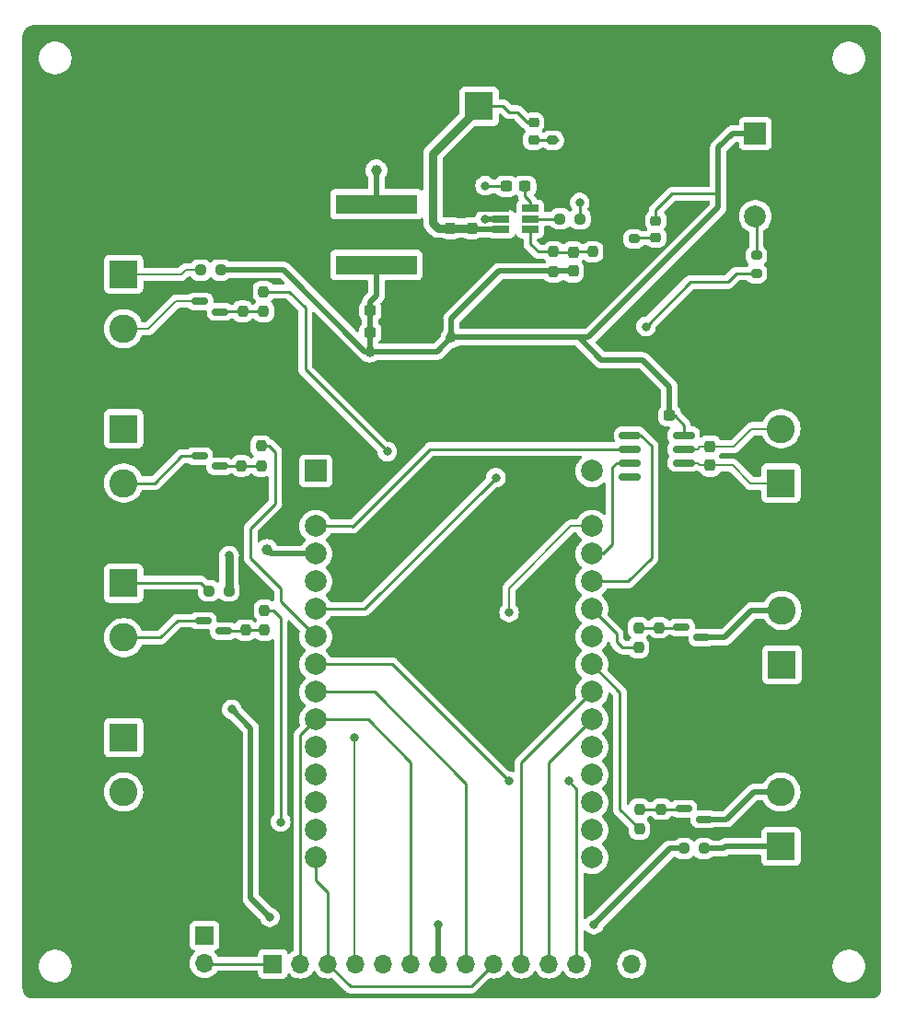
<source format=gtl>
G04 #@! TF.GenerationSoftware,KiCad,Pcbnew,7.0.10*
G04 #@! TF.CreationDate,2024-04-22T09:57:33-04:00*
G04 #@! TF.ProjectId,reflow_oven_board_rev_2,7265666c-6f77-45f6-9f76-656e5f626f61,1.0*
G04 #@! TF.SameCoordinates,Original*
G04 #@! TF.FileFunction,Copper,L1,Top*
G04 #@! TF.FilePolarity,Positive*
%FSLAX46Y46*%
G04 Gerber Fmt 4.6, Leading zero omitted, Abs format (unit mm)*
G04 Created by KiCad (PCBNEW 7.0.10) date 2024-04-22 09:57:33*
%MOMM*%
%LPD*%
G01*
G04 APERTURE LIST*
G04 Aperture macros list*
%AMRoundRect*
0 Rectangle with rounded corners*
0 $1 Rounding radius*
0 $2 $3 $4 $5 $6 $7 $8 $9 X,Y pos of 4 corners*
0 Add a 4 corners polygon primitive as box body*
4,1,4,$2,$3,$4,$5,$6,$7,$8,$9,$2,$3,0*
0 Add four circle primitives for the rounded corners*
1,1,$1+$1,$2,$3*
1,1,$1+$1,$4,$5*
1,1,$1+$1,$6,$7*
1,1,$1+$1,$8,$9*
0 Add four rect primitives between the rounded corners*
20,1,$1+$1,$2,$3,$4,$5,0*
20,1,$1+$1,$4,$5,$6,$7,0*
20,1,$1+$1,$6,$7,$8,$9,0*
20,1,$1+$1,$8,$9,$2,$3,0*%
G04 Aperture macros list end*
G04 #@! TA.AperFunction,ComponentPad*
%ADD10R,2.600000X2.600000*%
G04 #@! TD*
G04 #@! TA.AperFunction,ComponentPad*
%ADD11C,2.600000*%
G04 #@! TD*
G04 #@! TA.AperFunction,SMDPad,CuDef*
%ADD12R,7.500000X1.800000*%
G04 #@! TD*
G04 #@! TA.AperFunction,SMDPad,CuDef*
%ADD13R,1.560000X0.650000*%
G04 #@! TD*
G04 #@! TA.AperFunction,ComponentPad*
%ADD14R,2.000000X2.000000*%
G04 #@! TD*
G04 #@! TA.AperFunction,ComponentPad*
%ADD15C,2.000000*%
G04 #@! TD*
G04 #@! TA.AperFunction,SMDPad,CuDef*
%ADD16RoundRect,0.237500X0.237500X-0.250000X0.237500X0.250000X-0.237500X0.250000X-0.237500X-0.250000X0*%
G04 #@! TD*
G04 #@! TA.AperFunction,SMDPad,CuDef*
%ADD17RoundRect,0.237500X-0.237500X0.250000X-0.237500X-0.250000X0.237500X-0.250000X0.237500X0.250000X0*%
G04 #@! TD*
G04 #@! TA.AperFunction,SMDPad,CuDef*
%ADD18RoundRect,0.237500X-0.237500X0.300000X-0.237500X-0.300000X0.237500X-0.300000X0.237500X0.300000X0*%
G04 #@! TD*
G04 #@! TA.AperFunction,SMDPad,CuDef*
%ADD19RoundRect,0.237500X0.300000X0.237500X-0.300000X0.237500X-0.300000X-0.237500X0.300000X-0.237500X0*%
G04 #@! TD*
G04 #@! TA.AperFunction,SMDPad,CuDef*
%ADD20RoundRect,0.237500X0.237500X-0.300000X0.237500X0.300000X-0.237500X0.300000X-0.237500X-0.300000X0*%
G04 #@! TD*
G04 #@! TA.AperFunction,SMDPad,CuDef*
%ADD21RoundRect,0.150000X0.587500X0.150000X-0.587500X0.150000X-0.587500X-0.150000X0.587500X-0.150000X0*%
G04 #@! TD*
G04 #@! TA.AperFunction,SMDPad,CuDef*
%ADD22RoundRect,0.200000X0.275000X-0.200000X0.275000X0.200000X-0.275000X0.200000X-0.275000X-0.200000X0*%
G04 #@! TD*
G04 #@! TA.AperFunction,SMDPad,CuDef*
%ADD23RoundRect,0.237500X0.250000X0.237500X-0.250000X0.237500X-0.250000X-0.237500X0.250000X-0.237500X0*%
G04 #@! TD*
G04 #@! TA.AperFunction,SMDPad,CuDef*
%ADD24RoundRect,0.237500X-0.300000X-0.237500X0.300000X-0.237500X0.300000X0.237500X-0.300000X0.237500X0*%
G04 #@! TD*
G04 #@! TA.AperFunction,SMDPad,CuDef*
%ADD25RoundRect,0.218750X0.256250X-0.218750X0.256250X0.218750X-0.256250X0.218750X-0.256250X-0.218750X0*%
G04 #@! TD*
G04 #@! TA.AperFunction,SMDPad,CuDef*
%ADD26RoundRect,0.150000X-0.587500X-0.150000X0.587500X-0.150000X0.587500X0.150000X-0.587500X0.150000X0*%
G04 #@! TD*
G04 #@! TA.AperFunction,SMDPad,CuDef*
%ADD27C,1.000000*%
G04 #@! TD*
G04 #@! TA.AperFunction,SMDPad,CuDef*
%ADD28RoundRect,0.237500X-0.250000X-0.237500X0.250000X-0.237500X0.250000X0.237500X-0.250000X0.237500X0*%
G04 #@! TD*
G04 #@! TA.AperFunction,ComponentPad*
%ADD29R,1.700000X1.700000*%
G04 #@! TD*
G04 #@! TA.AperFunction,ComponentPad*
%ADD30O,1.700000X1.700000*%
G04 #@! TD*
G04 #@! TA.AperFunction,SMDPad,CuDef*
%ADD31RoundRect,0.150000X0.825000X0.150000X-0.825000X0.150000X-0.825000X-0.150000X0.825000X-0.150000X0*%
G04 #@! TD*
G04 #@! TA.AperFunction,ViaPad*
%ADD32C,1.000000*%
G04 #@! TD*
G04 #@! TA.AperFunction,ViaPad*
%ADD33C,0.800000*%
G04 #@! TD*
G04 #@! TA.AperFunction,Conductor*
%ADD34C,0.500000*%
G04 #@! TD*
G04 #@! TA.AperFunction,Conductor*
%ADD35C,0.254000*%
G04 #@! TD*
G04 #@! TA.AperFunction,Conductor*
%ADD36C,0.250000*%
G04 #@! TD*
G04 #@! TA.AperFunction,Conductor*
%ADD37C,0.800000*%
G04 #@! TD*
G04 #@! TA.AperFunction,Conductor*
%ADD38C,0.177800*%
G04 #@! TD*
G04 #@! TA.AperFunction,Conductor*
%ADD39C,0.200000*%
G04 #@! TD*
G04 #@! TA.AperFunction,Conductor*
%ADD40C,0.508000*%
G04 #@! TD*
G04 APERTURE END LIST*
D10*
X113050000Y-82600000D03*
D11*
X113050000Y-87600000D03*
D12*
X136300000Y-61950000D03*
X136300000Y-67550000D03*
D13*
X147750000Y-62350000D03*
X147750000Y-63300000D03*
X147750000Y-64250000D03*
X150450000Y-64250000D03*
X150450000Y-63300000D03*
X150450000Y-62350000D03*
D14*
X130722500Y-86485000D03*
D15*
X130722500Y-89025000D03*
X130722500Y-91565000D03*
X130722500Y-94105000D03*
X130722500Y-96645000D03*
X130722500Y-99185000D03*
X130722500Y-101725000D03*
X130722500Y-104265000D03*
X130722500Y-106805000D03*
X130722500Y-109345000D03*
X130722500Y-111885000D03*
X130722500Y-114425000D03*
X130722500Y-116965000D03*
X130722500Y-119505000D03*
X130722500Y-122045000D03*
X156122500Y-122045000D03*
X156122500Y-119505000D03*
X156122500Y-116965000D03*
X156122500Y-114425000D03*
X156122500Y-111885000D03*
X156122500Y-109345000D03*
X156122500Y-106805000D03*
X156122500Y-104265000D03*
X156122500Y-101725000D03*
X156122500Y-99185000D03*
X156122500Y-96645000D03*
X156122500Y-94105000D03*
X156122500Y-91565000D03*
X156122500Y-89025000D03*
X156122500Y-86485000D03*
D16*
X124000000Y-71812500D03*
X124000000Y-69987500D03*
D17*
X156200000Y-66337500D03*
X156200000Y-68162500D03*
X126000000Y-99287500D03*
X126000000Y-101112500D03*
D18*
X167000000Y-84237500D03*
X167000000Y-85962500D03*
D19*
X163262500Y-81400000D03*
X161537500Y-81400000D03*
D10*
X113050000Y-111000000D03*
D11*
X113050000Y-116000000D03*
X113050000Y-121000000D03*
D20*
X154400000Y-68112500D03*
X154400000Y-66387500D03*
D16*
X160495000Y-119412500D03*
X160495000Y-117587500D03*
D17*
X125910000Y-69987500D03*
X125910000Y-71812500D03*
D21*
X121937500Y-71850000D03*
X121937500Y-69950000D03*
X120062500Y-70900000D03*
D17*
X162300000Y-100887500D03*
X162300000Y-102712500D03*
D22*
X160000000Y-65150000D03*
X160000000Y-63500000D03*
D23*
X155012500Y-63300000D03*
X153187500Y-63300000D03*
D24*
X135737500Y-73750000D03*
X137462500Y-73750000D03*
D25*
X162000000Y-65037500D03*
X162000000Y-63462500D03*
D26*
X164362500Y-100850000D03*
X164362500Y-102750000D03*
X166237500Y-101800000D03*
D16*
X152600000Y-68162500D03*
X152600000Y-66337500D03*
D21*
X121887500Y-86050000D03*
X121887500Y-84150000D03*
X120012500Y-85100000D03*
D16*
X160400000Y-102712500D03*
X160400000Y-100887500D03*
X124250000Y-101112500D03*
X124250000Y-99287500D03*
D27*
X143200000Y-74200000D03*
D17*
X125692500Y-84187500D03*
X125692500Y-86012500D03*
D28*
X164587500Y-121200000D03*
X166412500Y-121200000D03*
D10*
X113050000Y-68400000D03*
D11*
X113050000Y-73400000D03*
D10*
X145745000Y-52945000D03*
D11*
X140745000Y-52945000D03*
D10*
X173500000Y-87600000D03*
D11*
X173500000Y-82600000D03*
D25*
X150750000Y-56037500D03*
X150750000Y-54462500D03*
D16*
X123887500Y-86012500D03*
X123887500Y-84187500D03*
D21*
X122250000Y-101200000D03*
X122250000Y-99300000D03*
X120375000Y-100250000D03*
D10*
X173595000Y-104300000D03*
D11*
X173595000Y-99300000D03*
D23*
X121962500Y-68000000D03*
X120137500Y-68000000D03*
D19*
X149962500Y-60300000D03*
X148237500Y-60300000D03*
D29*
X120500000Y-129210000D03*
D30*
X120500000Y-131750000D03*
D17*
X162495000Y-117587500D03*
X162495000Y-119412500D03*
D14*
X171150000Y-55462500D03*
D15*
X171150000Y-63062500D03*
D22*
X152500000Y-56075000D03*
X152500000Y-54425000D03*
D24*
X135737500Y-71750000D03*
X137462500Y-71750000D03*
D26*
X164562500Y-117550000D03*
X164562500Y-119450000D03*
X166437500Y-118500000D03*
D20*
X145100000Y-64162500D03*
X145100000Y-62437500D03*
D27*
X126250000Y-93750000D03*
D20*
X143100000Y-64162500D03*
X143100000Y-62437500D03*
D23*
X122725000Y-97500000D03*
X120900000Y-97500000D03*
D10*
X113050000Y-96800000D03*
D11*
X113050000Y-101800000D03*
D22*
X171250000Y-68325000D03*
X171250000Y-66675000D03*
D10*
X173500000Y-121000000D03*
D11*
X173500000Y-116000000D03*
D31*
X164575000Y-87005000D03*
X164575000Y-85735000D03*
X164575000Y-84465000D03*
X164575000Y-83195000D03*
X159625000Y-83195000D03*
X159625000Y-84465000D03*
X159625000Y-85735000D03*
X159625000Y-87005000D03*
D29*
X126780000Y-131800000D03*
D30*
X129320000Y-131800000D03*
X131860000Y-131800000D03*
X134400000Y-131800000D03*
X136940000Y-131800000D03*
X139480000Y-131800000D03*
X142020000Y-131800000D03*
X144560000Y-131800000D03*
X147100000Y-131800000D03*
X149640000Y-131800000D03*
X152180000Y-131800000D03*
X154720000Y-131800000D03*
X157260000Y-131800000D03*
X159800000Y-131800000D03*
D32*
X135700000Y-75500000D03*
D33*
X156300000Y-128200000D03*
X142000000Y-128200000D03*
X123000000Y-108400000D03*
X126500000Y-127500000D03*
X122750000Y-94250000D03*
X155000000Y-61800000D03*
X145400000Y-72800000D03*
X146300000Y-60250000D03*
D32*
X136300000Y-58850000D03*
D33*
X146299425Y-63312600D03*
X134250000Y-111000000D03*
X148500000Y-115000000D03*
X154000000Y-115000000D03*
X137300000Y-84700000D03*
X161100000Y-73200000D03*
X147300000Y-87100000D03*
X127500000Y-118750000D03*
X148500000Y-99500000D03*
D34*
X135250000Y-75500000D02*
X127750000Y-68000000D01*
X167750000Y-56750000D02*
X169037500Y-55462500D01*
D35*
X162000000Y-63462500D02*
X162000000Y-62500000D01*
D34*
X141900000Y-75500000D02*
X143200000Y-74200000D01*
X160800000Y-76300000D02*
X163262500Y-78762500D01*
X155800000Y-74200000D02*
X167750000Y-62250000D01*
X142000000Y-128200000D02*
X142000000Y-131780000D01*
X147587500Y-68112500D02*
X154400000Y-68112500D01*
X167750000Y-62250000D02*
X167750000Y-61000000D01*
D36*
X163700000Y-81400000D02*
X164600000Y-82300000D01*
X163262500Y-81400000D02*
X163700000Y-81400000D01*
D34*
X124750000Y-125750000D02*
X124750000Y-110150000D01*
X163300000Y-121200000D02*
X164587500Y-121200000D01*
X126500000Y-127500000D02*
X124750000Y-125750000D01*
X135700000Y-75500000D02*
X141900000Y-75500000D01*
X135737500Y-71750000D02*
X135737500Y-70912500D01*
X127750000Y-68000000D02*
X121962500Y-68000000D01*
X136300000Y-70350000D02*
X136300000Y-68200000D01*
X154900000Y-74200000D02*
X157000000Y-76300000D01*
X142000000Y-131780000D02*
X142020000Y-131800000D01*
X135700000Y-75500000D02*
X135250000Y-75500000D01*
X169037500Y-55462500D02*
X171150000Y-55462500D01*
X143200000Y-74200000D02*
X154900000Y-74200000D01*
X157000000Y-76300000D02*
X160800000Y-76300000D01*
X135700000Y-75500000D02*
X135700000Y-73787500D01*
X135700000Y-73787500D02*
X135737500Y-73750000D01*
X156300000Y-128200000D02*
X163300000Y-121200000D01*
X154900000Y-74200000D02*
X155800000Y-74200000D01*
D35*
X163500000Y-61000000D02*
X167750000Y-61000000D01*
D36*
X164575000Y-82325000D02*
X164575000Y-83195000D01*
D35*
X162000000Y-62500000D02*
X163500000Y-61000000D01*
D34*
X135737500Y-73750000D02*
X135737500Y-71750000D01*
X167750000Y-61000000D02*
X167750000Y-56750000D01*
X135737500Y-70912500D02*
X136300000Y-70350000D01*
X143200000Y-74200000D02*
X143200000Y-72500000D01*
X124750000Y-110150000D02*
X123000000Y-108400000D01*
X163262500Y-78762500D02*
X163262500Y-81400000D01*
D36*
X164600000Y-82300000D02*
X164575000Y-82325000D01*
D34*
X143200000Y-72500000D02*
X147587500Y-68112500D01*
D36*
X171250000Y-66675000D02*
X171250000Y-63162500D01*
X171250000Y-63162500D02*
X171150000Y-63062500D01*
X171262500Y-63062500D02*
X171150000Y-63062500D01*
D37*
X122750000Y-97475000D02*
X122725000Y-97500000D01*
D36*
X155000000Y-63287500D02*
X155012500Y-63300000D01*
X155000000Y-61800000D02*
X155000000Y-63287500D01*
X147945000Y-52945000D02*
X148500000Y-53500000D01*
D34*
X147750000Y-64250000D02*
X145187500Y-64250000D01*
D37*
X143100000Y-64162500D02*
X145100000Y-64162500D01*
X145745000Y-53105000D02*
X141500000Y-57350000D01*
X122750000Y-94250000D02*
X122750000Y-97475000D01*
D36*
X145745000Y-52945000D02*
X147945000Y-52945000D01*
X149250000Y-53500000D02*
X150212500Y-54462500D01*
X150212500Y-54462500D02*
X150750000Y-54462500D01*
D37*
X141500000Y-63650000D02*
X142012500Y-64162500D01*
X142012500Y-64162500D02*
X143100000Y-64162500D01*
D34*
X145187500Y-64250000D02*
X145100000Y-64162500D01*
D37*
X141500000Y-57350000D02*
X141500000Y-63650000D01*
D36*
X148500000Y-53500000D02*
X149250000Y-53500000D01*
D37*
X145745000Y-52945000D02*
X145745000Y-53105000D01*
D34*
X145187500Y-62400000D02*
X145100000Y-62487500D01*
X156200000Y-68162500D02*
X156200000Y-68800000D01*
X148200000Y-70000000D02*
X145400000Y-72800000D01*
X147750000Y-62400000D02*
X145187500Y-62400000D01*
X155000000Y-70000000D02*
X148200000Y-70000000D01*
X156200000Y-68800000D02*
X155000000Y-70000000D01*
D36*
X150450000Y-61700000D02*
X150450000Y-62350000D01*
X149962500Y-61212500D02*
X150450000Y-61700000D01*
X149962500Y-60300000D02*
X149962500Y-61212500D01*
X146312025Y-63300000D02*
X146299425Y-63312600D01*
D34*
X136300000Y-58850000D02*
X136300000Y-61300000D01*
D36*
X146300000Y-60250000D02*
X146350000Y-60300000D01*
X146350000Y-60300000D02*
X148237500Y-60300000D01*
D34*
X147750000Y-63300000D02*
X146312025Y-63300000D01*
D36*
X150450000Y-65600000D02*
X150450000Y-64250000D01*
X151187500Y-66337500D02*
X150450000Y-65600000D01*
X154400000Y-66387500D02*
X152650000Y-66387500D01*
X154450000Y-66337500D02*
X154400000Y-66387500D01*
X152600000Y-66337500D02*
X151187500Y-66337500D01*
X152650000Y-66387500D02*
X152600000Y-66337500D01*
X156200000Y-66337500D02*
X154450000Y-66337500D01*
X126780000Y-131800000D02*
X120550000Y-131800000D01*
X120550000Y-131800000D02*
X120500000Y-131750000D01*
X139480000Y-131800000D02*
X139480000Y-113280000D01*
X129320000Y-110747500D02*
X130722500Y-109345000D01*
X129320000Y-131800000D02*
X129320000Y-110747500D01*
X135545000Y-109345000D02*
X130722500Y-109345000D01*
X139480000Y-113280000D02*
X135545000Y-109345000D01*
X131860000Y-125260000D02*
X130722500Y-124122500D01*
X147100000Y-131800000D02*
X145000000Y-133900000D01*
X131860000Y-131800000D02*
X131860000Y-125260000D01*
X130722500Y-124122500D02*
X130722500Y-122045000D01*
X133960000Y-133900000D02*
X131860000Y-131800000D01*
X145000000Y-133900000D02*
X133960000Y-133900000D01*
D38*
X134250000Y-131650000D02*
X134400000Y-131800000D01*
X134250000Y-111000000D02*
X134250000Y-131650000D01*
D36*
X144560000Y-115260000D02*
X144560000Y-131800000D01*
X136105000Y-106805000D02*
X144560000Y-115260000D01*
X130722500Y-106805000D02*
X136105000Y-106805000D01*
X149640000Y-113287500D02*
X156122500Y-106805000D01*
X149640000Y-131800000D02*
X149640000Y-113287500D01*
X152180000Y-131800000D02*
X152180000Y-113287500D01*
X152180000Y-113287500D02*
X156122500Y-109345000D01*
X148500000Y-115000000D02*
X137765000Y-104265000D01*
X154720000Y-131800000D02*
X154720000Y-115720000D01*
X154720000Y-115720000D02*
X154000000Y-115000000D01*
X137765000Y-104265000D02*
X130722500Y-104265000D01*
D39*
X169162500Y-84237500D02*
X170800000Y-82600000D01*
X167000000Y-84237500D02*
X169162500Y-84237500D01*
X166062500Y-84237500D02*
X167000000Y-84237500D01*
X165835000Y-84465000D02*
X166062500Y-84237500D01*
X164575000Y-84465000D02*
X165835000Y-84465000D01*
X170800000Y-82600000D02*
X173500000Y-82600000D01*
X166062500Y-85962500D02*
X167000000Y-85962500D01*
X169062500Y-85962500D02*
X167000000Y-85962500D01*
X164575000Y-85735000D02*
X165835000Y-85735000D01*
X170700000Y-87600000D02*
X169062500Y-85962500D01*
X165835000Y-85735000D02*
X166062500Y-85962500D01*
X173500000Y-87600000D02*
X170700000Y-87600000D01*
X118350000Y-68400000D02*
X118750000Y-68000000D01*
X118750000Y-68000000D02*
X120137500Y-68000000D01*
X112845000Y-68400000D02*
X118350000Y-68400000D01*
X117850000Y-70900000D02*
X115350000Y-73400000D01*
X115350000Y-73400000D02*
X112845000Y-73400000D01*
X120062500Y-70900000D02*
X117850000Y-70900000D01*
D34*
X168200000Y-121200000D02*
X166412500Y-121200000D01*
X168400000Y-121000000D02*
X168200000Y-121200000D01*
X173500000Y-121000000D02*
X168400000Y-121000000D01*
X168500000Y-118500000D02*
X171000000Y-116000000D01*
X166437500Y-118500000D02*
X168500000Y-118500000D01*
X171000000Y-116000000D02*
X173500000Y-116000000D01*
X166237500Y-101800000D02*
X168300000Y-101800000D01*
X168300000Y-101800000D02*
X170800000Y-99300000D01*
X170800000Y-99300000D02*
X173595000Y-99300000D01*
D35*
X115900000Y-87600000D02*
X113050000Y-87600000D01*
X120012500Y-85100000D02*
X118400000Y-85100000D01*
X118400000Y-85100000D02*
X115900000Y-87600000D01*
D36*
X121975000Y-71812500D02*
X121937500Y-71850000D01*
X124000000Y-71812500D02*
X121975000Y-71812500D01*
X125910000Y-71812500D02*
X124000000Y-71812500D01*
X160400000Y-100887500D02*
X162300000Y-100887500D01*
X164325000Y-100887500D02*
X164362500Y-100850000D01*
X162300000Y-100887500D02*
X164325000Y-100887500D01*
X162495000Y-117587500D02*
X164525000Y-117587500D01*
X160495000Y-117587500D02*
X162495000Y-117587500D01*
X164525000Y-117587500D02*
X164562500Y-117550000D01*
D35*
X123887500Y-86012500D02*
X125692500Y-86012500D01*
X121887500Y-86050000D02*
X123850000Y-86050000D01*
X123850000Y-86050000D02*
X123887500Y-86012500D01*
D36*
X153187500Y-63300000D02*
X150450000Y-63300000D01*
X129750000Y-71500000D02*
X128237500Y-69987500D01*
X128237500Y-69987500D02*
X125910000Y-69987500D01*
X137300000Y-84700000D02*
X129750000Y-77150000D01*
X129750000Y-77150000D02*
X129750000Y-71500000D01*
X158700000Y-117617500D02*
X158700000Y-106842500D01*
X158700000Y-106842500D02*
X156122500Y-104265000D01*
X160495000Y-119412500D02*
X158700000Y-117617500D01*
X171250000Y-68325000D02*
X169425000Y-68325000D01*
X165187500Y-69112500D02*
X161100000Y-73200000D01*
X168637500Y-69112500D02*
X165187500Y-69112500D01*
X135215000Y-99185000D02*
X147300000Y-87100000D01*
X130722500Y-99185000D02*
X135215000Y-99185000D01*
X169425000Y-68325000D02*
X168637500Y-69112500D01*
X156122500Y-99185000D02*
X158400000Y-101462500D01*
X158400000Y-102200000D02*
X158912500Y-102712500D01*
X158912500Y-102712500D02*
X160400000Y-102712500D01*
X158400000Y-101462500D02*
X158400000Y-102200000D01*
X141235000Y-84465000D02*
X134100000Y-91600000D01*
X134065000Y-91565000D02*
X130722500Y-91565000D01*
X159625000Y-84465000D02*
X141235000Y-84465000D01*
X134100000Y-91600000D02*
X134065000Y-91565000D01*
X158000000Y-86125000D02*
X158000000Y-93250000D01*
X158000000Y-93250000D02*
X157145000Y-94105000D01*
X159625000Y-85735000D02*
X158390000Y-85735000D01*
X158390000Y-85735000D02*
X158000000Y-86125000D01*
X157145000Y-94105000D02*
X156122500Y-94105000D01*
X159625000Y-83195000D02*
X160599999Y-83195000D01*
X161600000Y-84195001D02*
X161600000Y-94500000D01*
X160599999Y-83195000D02*
X161600000Y-84195001D01*
X159455000Y-96645000D02*
X156122500Y-96645000D01*
X161600000Y-94500000D02*
X159455000Y-96645000D01*
D35*
X150750000Y-56037500D02*
X152962500Y-56037500D01*
D40*
X130722500Y-94105000D02*
X126605000Y-94105000D01*
X126605000Y-94105000D02*
X126250000Y-93750000D01*
D35*
X124750000Y-94500000D02*
X124750000Y-91750000D01*
X127500000Y-97250000D02*
X124750000Y-94500000D01*
X124750000Y-91750000D02*
X127000000Y-89500000D01*
X127500000Y-98502500D02*
X127500000Y-97250000D01*
X130722500Y-101725000D02*
X127500000Y-98502500D01*
X127000000Y-84750000D02*
X126437500Y-84187500D01*
X126437500Y-84187500D02*
X125692500Y-84187500D01*
X127000000Y-89500000D02*
X127000000Y-84750000D01*
X162000000Y-65037500D02*
X160112500Y-65037500D01*
X160112500Y-65037500D02*
X160000000Y-65150000D01*
X127500000Y-100000000D02*
X126787500Y-99287500D01*
X127500000Y-118750000D02*
X127500000Y-100000000D01*
X126787500Y-99287500D02*
X126000000Y-99287500D01*
X113100000Y-96750000D02*
X113050000Y-96800000D01*
X120900000Y-97500000D02*
X120150000Y-96750000D01*
X120150000Y-96750000D02*
X113100000Y-96750000D01*
X118000000Y-100250000D02*
X120375000Y-100250000D01*
X113050000Y-101800000D02*
X116450000Y-101800000D01*
X116450000Y-101800000D02*
X118000000Y-100250000D01*
X124162500Y-101200000D02*
X124250000Y-101112500D01*
X126000000Y-101112500D02*
X124250000Y-101112500D01*
X122250000Y-101200000D02*
X124162500Y-101200000D01*
D36*
X121975000Y-101325000D02*
X121937500Y-101362500D01*
X156257500Y-91700000D02*
X156122500Y-91565000D01*
D38*
X154185000Y-91565000D02*
X156122500Y-91565000D01*
X148500000Y-97250000D02*
X154185000Y-91565000D01*
X148500000Y-99500000D02*
X148500000Y-97250000D01*
G04 #@! TA.AperFunction,Conductor*
G36*
X155177027Y-85110185D02*
G01*
X155222782Y-85162989D01*
X155232726Y-85232147D01*
X155203701Y-85295703D01*
X155186150Y-85312353D01*
X155102762Y-85377256D01*
X155102759Y-85377259D01*
X155102756Y-85377261D01*
X155102756Y-85377262D01*
X155098469Y-85381919D01*
X154934333Y-85560217D01*
X154798326Y-85768393D01*
X154698436Y-85996118D01*
X154637392Y-86237175D01*
X154637390Y-86237187D01*
X154616857Y-86484994D01*
X154616857Y-86485005D01*
X154637390Y-86732812D01*
X154637392Y-86732824D01*
X154698436Y-86973881D01*
X154798326Y-87201606D01*
X154934333Y-87409782D01*
X154934336Y-87409785D01*
X155102756Y-87592738D01*
X155298991Y-87745474D01*
X155517690Y-87863828D01*
X155752886Y-87944571D01*
X155998165Y-87985500D01*
X156246835Y-87985500D01*
X156492114Y-87944571D01*
X156727310Y-87863828D01*
X156946009Y-87745474D01*
X157142244Y-87592738D01*
X157159271Y-87574240D01*
X157219157Y-87538252D01*
X157288995Y-87540352D01*
X157346611Y-87579876D01*
X157373713Y-87644275D01*
X157374500Y-87658225D01*
X157374500Y-90391774D01*
X157354815Y-90458813D01*
X157302011Y-90504568D01*
X157232853Y-90514512D01*
X157169297Y-90485487D01*
X157159272Y-90475759D01*
X157155122Y-90471251D01*
X157142244Y-90457262D01*
X156946009Y-90304526D01*
X156946007Y-90304525D01*
X156946006Y-90304524D01*
X156727311Y-90186172D01*
X156727302Y-90186169D01*
X156492116Y-90105429D01*
X156246835Y-90064500D01*
X155998165Y-90064500D01*
X155752883Y-90105429D01*
X155517697Y-90186169D01*
X155517688Y-90186172D01*
X155298993Y-90304524D01*
X155102757Y-90457261D01*
X154934333Y-90640217D01*
X154798327Y-90848391D01*
X154775071Y-90901411D01*
X154730114Y-90954896D01*
X154663378Y-90975586D01*
X154661515Y-90975600D01*
X154231758Y-90975600D01*
X154215572Y-90974539D01*
X154185001Y-90970514D01*
X154184999Y-90970514D01*
X154146369Y-90975600D01*
X154031136Y-90990771D01*
X154031132Y-90990772D01*
X153887758Y-91050158D01*
X153887756Y-91050160D01*
X153853926Y-91076118D01*
X153853927Y-91076119D01*
X153798355Y-91118761D01*
X153798354Y-91118761D01*
X153764635Y-91144633D01*
X153745862Y-91169099D01*
X153735169Y-91181291D01*
X148116298Y-96800163D01*
X148104109Y-96810854D01*
X148079636Y-96829634D01*
X148079635Y-96829635D01*
X148054534Y-96862347D01*
X147985158Y-96952759D01*
X147946175Y-97046876D01*
X147946175Y-97046877D01*
X147927191Y-97092709D01*
X147925771Y-97096136D01*
X147905514Y-97250000D01*
X147907845Y-97267709D01*
X147909539Y-97280572D01*
X147910600Y-97296758D01*
X147910600Y-98761219D01*
X147890915Y-98828258D01*
X147878750Y-98844191D01*
X147767466Y-98967785D01*
X147672821Y-99131715D01*
X147672818Y-99131722D01*
X147614327Y-99311740D01*
X147614326Y-99311744D01*
X147594540Y-99500000D01*
X147614326Y-99688256D01*
X147614327Y-99688259D01*
X147672818Y-99868277D01*
X147672821Y-99868284D01*
X147767467Y-100032216D01*
X147850560Y-100124500D01*
X147894129Y-100172888D01*
X148047265Y-100284148D01*
X148047270Y-100284151D01*
X148220192Y-100361142D01*
X148220197Y-100361144D01*
X148405354Y-100400500D01*
X148405355Y-100400500D01*
X148594644Y-100400500D01*
X148594646Y-100400500D01*
X148779803Y-100361144D01*
X148952730Y-100284151D01*
X149105871Y-100172888D01*
X149232533Y-100032216D01*
X149327179Y-99868284D01*
X149385674Y-99688256D01*
X149405460Y-99500000D01*
X149385674Y-99311744D01*
X149327179Y-99131716D01*
X149232533Y-98967784D01*
X149160017Y-98887247D01*
X149121250Y-98844191D01*
X149091020Y-98781199D01*
X149089400Y-98761219D01*
X149089400Y-97545499D01*
X149109085Y-97478460D01*
X149125719Y-97457818D01*
X154392819Y-92190719D01*
X154454142Y-92157234D01*
X154480500Y-92154400D01*
X154661515Y-92154400D01*
X154728554Y-92174085D01*
X154774309Y-92226889D01*
X154775071Y-92228589D01*
X154798327Y-92281608D01*
X154934333Y-92489782D01*
X154934336Y-92489785D01*
X155102756Y-92672738D01*
X155185508Y-92737147D01*
X155226321Y-92793857D01*
X155229996Y-92863630D01*
X155195364Y-92924313D01*
X155185514Y-92932848D01*
X155132901Y-92973799D01*
X155102757Y-92997261D01*
X154934333Y-93180217D01*
X154798326Y-93388393D01*
X154698436Y-93616118D01*
X154637392Y-93857175D01*
X154637390Y-93857187D01*
X154616857Y-94104994D01*
X154616857Y-94105005D01*
X154637390Y-94352812D01*
X154637392Y-94352824D01*
X154698436Y-94593881D01*
X154798326Y-94821606D01*
X154934333Y-95029782D01*
X154958656Y-95056204D01*
X155102756Y-95212738D01*
X155185508Y-95277147D01*
X155226321Y-95333857D01*
X155229996Y-95403630D01*
X155195364Y-95464313D01*
X155185514Y-95472848D01*
X155126900Y-95518469D01*
X155102757Y-95537261D01*
X154934333Y-95720217D01*
X154798326Y-95928393D01*
X154698436Y-96156118D01*
X154637392Y-96397175D01*
X154637390Y-96397187D01*
X154616857Y-96644994D01*
X154616857Y-96645005D01*
X154637390Y-96892812D01*
X154637392Y-96892824D01*
X154698436Y-97133881D01*
X154798326Y-97361606D01*
X154934333Y-97569782D01*
X154934336Y-97569785D01*
X155102756Y-97752738D01*
X155185508Y-97817147D01*
X155226321Y-97873857D01*
X155229996Y-97943630D01*
X155195364Y-98004313D01*
X155185514Y-98012848D01*
X155135832Y-98051518D01*
X155102757Y-98077261D01*
X154934333Y-98260217D01*
X154798326Y-98468393D01*
X154698436Y-98696118D01*
X154637392Y-98937175D01*
X154637390Y-98937187D01*
X154616857Y-99184994D01*
X154616857Y-99185005D01*
X154637390Y-99432812D01*
X154637392Y-99432824D01*
X154698436Y-99673881D01*
X154798326Y-99901606D01*
X154934333Y-100109782D01*
X154947882Y-100124500D01*
X155102756Y-100292738D01*
X155185508Y-100357147D01*
X155226321Y-100413857D01*
X155229996Y-100483630D01*
X155195364Y-100544313D01*
X155185514Y-100552848D01*
X155139947Y-100588315D01*
X155102757Y-100617261D01*
X154934333Y-100800217D01*
X154798326Y-101008393D01*
X154698436Y-101236118D01*
X154637392Y-101477175D01*
X154637390Y-101477187D01*
X154616857Y-101724994D01*
X154616857Y-101725005D01*
X154637390Y-101972812D01*
X154637392Y-101972824D01*
X154698436Y-102213881D01*
X154798326Y-102441606D01*
X154934333Y-102649782D01*
X154934336Y-102649785D01*
X155102756Y-102832738D01*
X155185508Y-102897147D01*
X155226321Y-102953857D01*
X155229996Y-103023630D01*
X155195364Y-103084313D01*
X155185514Y-103092848D01*
X155157855Y-103114377D01*
X155102757Y-103157261D01*
X154934333Y-103340217D01*
X154798326Y-103548393D01*
X154698436Y-103776118D01*
X154637392Y-104017175D01*
X154637390Y-104017187D01*
X154616857Y-104264994D01*
X154616857Y-104265005D01*
X154637390Y-104512812D01*
X154637392Y-104512824D01*
X154698436Y-104753881D01*
X154798326Y-104981606D01*
X154934333Y-105189782D01*
X154934336Y-105189785D01*
X155102756Y-105372738D01*
X155185508Y-105437147D01*
X155226321Y-105493857D01*
X155229996Y-105563630D01*
X155195364Y-105624313D01*
X155185514Y-105632848D01*
X155126900Y-105678469D01*
X155102757Y-105697261D01*
X154934333Y-105880217D01*
X154798326Y-106088393D01*
X154698436Y-106316118D01*
X154637392Y-106557175D01*
X154637390Y-106557187D01*
X154616857Y-106804994D01*
X154616857Y-106805005D01*
X154637390Y-107052812D01*
X154637392Y-107052824D01*
X154691363Y-107265948D01*
X154688738Y-107335768D01*
X154658838Y-107384069D01*
X149256208Y-112786699D01*
X149243951Y-112796520D01*
X149244134Y-112796741D01*
X149238122Y-112801714D01*
X149192098Y-112850723D01*
X149189391Y-112853516D01*
X149169889Y-112873017D01*
X149169875Y-112873034D01*
X149167407Y-112876215D01*
X149159843Y-112885070D01*
X149129937Y-112916918D01*
X149129936Y-112916920D01*
X149120284Y-112934476D01*
X149109610Y-112950726D01*
X149097329Y-112966561D01*
X149097324Y-112966568D01*
X149079975Y-113006658D01*
X149074838Y-113017144D01*
X149053803Y-113055406D01*
X149048822Y-113074807D01*
X149042521Y-113093210D01*
X149034562Y-113111602D01*
X149034561Y-113111605D01*
X149027728Y-113154743D01*
X149025360Y-113166174D01*
X149014501Y-113208471D01*
X149014500Y-113208482D01*
X149014500Y-113228516D01*
X149012973Y-113247915D01*
X149009840Y-113267694D01*
X149009840Y-113267695D01*
X149013950Y-113311174D01*
X149014500Y-113322843D01*
X149014500Y-114052406D01*
X148994815Y-114119445D01*
X148942011Y-114165200D01*
X148872853Y-114175144D01*
X148840065Y-114165686D01*
X148779802Y-114138855D01*
X148634001Y-114107865D01*
X148594646Y-114099500D01*
X148594645Y-114099500D01*
X148535452Y-114099500D01*
X148468413Y-114079815D01*
X148447771Y-114063181D01*
X138265803Y-103881212D01*
X138255980Y-103868950D01*
X138255759Y-103869134D01*
X138250786Y-103863122D01*
X138201776Y-103817099D01*
X138198977Y-103814386D01*
X138179477Y-103794885D01*
X138179471Y-103794880D01*
X138176286Y-103792409D01*
X138167434Y-103784848D01*
X138135582Y-103754938D01*
X138135580Y-103754936D01*
X138135577Y-103754935D01*
X138118029Y-103745288D01*
X138101763Y-103734604D01*
X138085932Y-103722324D01*
X138045849Y-103704978D01*
X138035363Y-103699841D01*
X137997094Y-103678803D01*
X137997092Y-103678802D01*
X137977693Y-103673822D01*
X137959281Y-103667518D01*
X137940898Y-103659562D01*
X137940892Y-103659560D01*
X137897760Y-103652729D01*
X137886322Y-103650361D01*
X137844020Y-103639500D01*
X137844019Y-103639500D01*
X137823984Y-103639500D01*
X137804586Y-103637973D01*
X137797162Y-103636797D01*
X137784805Y-103634840D01*
X137784804Y-103634840D01*
X137741325Y-103638950D01*
X137729656Y-103639500D01*
X132167650Y-103639500D01*
X132100611Y-103619815D01*
X132054856Y-103567011D01*
X132054095Y-103565311D01*
X132046675Y-103548396D01*
X131910666Y-103340217D01*
X131832376Y-103255172D01*
X131742244Y-103157262D01*
X131659491Y-103092852D01*
X131618679Y-103036143D01*
X131615004Y-102966370D01*
X131649636Y-102905687D01*
X131659485Y-102897151D01*
X131742244Y-102832738D01*
X131910664Y-102649785D01*
X132046673Y-102441607D01*
X132146563Y-102213881D01*
X132207608Y-101972821D01*
X132209121Y-101954559D01*
X132228143Y-101725005D01*
X132228143Y-101724994D01*
X132207609Y-101477187D01*
X132207607Y-101477175D01*
X132146563Y-101236118D01*
X132046673Y-101008393D01*
X131910666Y-100800217D01*
X131829119Y-100711634D01*
X131742244Y-100617262D01*
X131659491Y-100552852D01*
X131618679Y-100496143D01*
X131615004Y-100426370D01*
X131649636Y-100365687D01*
X131659485Y-100357151D01*
X131742244Y-100292738D01*
X131910664Y-100109785D01*
X132046673Y-99901607D01*
X132047597Y-99899501D01*
X132054095Y-99884689D01*
X132099051Y-99831203D01*
X132165787Y-99810514D01*
X132167650Y-99810500D01*
X135132257Y-99810500D01*
X135147877Y-99812224D01*
X135147904Y-99811939D01*
X135155660Y-99812671D01*
X135155667Y-99812673D01*
X135222873Y-99810561D01*
X135226768Y-99810500D01*
X135254346Y-99810500D01*
X135254350Y-99810500D01*
X135258324Y-99809997D01*
X135269963Y-99809080D01*
X135313627Y-99807709D01*
X135332869Y-99802117D01*
X135351912Y-99798174D01*
X135371792Y-99795664D01*
X135412401Y-99779585D01*
X135423444Y-99775803D01*
X135465390Y-99763618D01*
X135482629Y-99753422D01*
X135500103Y-99744862D01*
X135518727Y-99737488D01*
X135518727Y-99737487D01*
X135518732Y-99737486D01*
X135554083Y-99711800D01*
X135563814Y-99705408D01*
X135601420Y-99683170D01*
X135615589Y-99668999D01*
X135630379Y-99656368D01*
X135646587Y-99644594D01*
X135674438Y-99610926D01*
X135682279Y-99602309D01*
X147247772Y-88036819D01*
X147309095Y-88003334D01*
X147335453Y-88000500D01*
X147394644Y-88000500D01*
X147394646Y-88000500D01*
X147579803Y-87961144D01*
X147752730Y-87884151D01*
X147905871Y-87772888D01*
X148032533Y-87632216D01*
X148127179Y-87468284D01*
X148185674Y-87288256D01*
X148205460Y-87100000D01*
X148185674Y-86911744D01*
X148127179Y-86731716D01*
X148032533Y-86567784D01*
X147905871Y-86427112D01*
X147905870Y-86427111D01*
X147752734Y-86315851D01*
X147752729Y-86315848D01*
X147579807Y-86238857D01*
X147579802Y-86238855D01*
X147434001Y-86207865D01*
X147394646Y-86199500D01*
X147205354Y-86199500D01*
X147172897Y-86206398D01*
X147020197Y-86238855D01*
X147020192Y-86238857D01*
X146847270Y-86315848D01*
X146847265Y-86315851D01*
X146694129Y-86427111D01*
X146567466Y-86567785D01*
X146472821Y-86731715D01*
X146472818Y-86731722D01*
X146418138Y-86900011D01*
X146414326Y-86911744D01*
X146407795Y-86973881D01*
X146396678Y-87079651D01*
X146370093Y-87144266D01*
X146361038Y-87154370D01*
X134992228Y-98523181D01*
X134930905Y-98556666D01*
X134904547Y-98559500D01*
X132167650Y-98559500D01*
X132100611Y-98539815D01*
X132054856Y-98487011D01*
X132054095Y-98485311D01*
X132046675Y-98468396D01*
X131910666Y-98260217D01*
X131853713Y-98198350D01*
X131742244Y-98077262D01*
X131659491Y-98012852D01*
X131618679Y-97956143D01*
X131615004Y-97886370D01*
X131649636Y-97825687D01*
X131659485Y-97817151D01*
X131742244Y-97752738D01*
X131910664Y-97569785D01*
X132046673Y-97361607D01*
X132146563Y-97133881D01*
X132207608Y-96892821D01*
X132210133Y-96862347D01*
X132228143Y-96645005D01*
X132228143Y-96644994D01*
X132207609Y-96397187D01*
X132207607Y-96397175D01*
X132146563Y-96156118D01*
X132046673Y-95928393D01*
X131910666Y-95720217D01*
X131889057Y-95696744D01*
X131742244Y-95537262D01*
X131659491Y-95472852D01*
X131618679Y-95416143D01*
X131615004Y-95346370D01*
X131649636Y-95285687D01*
X131659485Y-95277151D01*
X131742244Y-95212738D01*
X131910664Y-95029785D01*
X132046673Y-94821607D01*
X132146563Y-94593881D01*
X132207608Y-94352821D01*
X132213872Y-94277228D01*
X132228143Y-94105005D01*
X132228143Y-94104994D01*
X132207609Y-93857187D01*
X132207607Y-93857175D01*
X132146563Y-93616118D01*
X132046673Y-93388393D01*
X131910666Y-93180217D01*
X131889057Y-93156744D01*
X131742244Y-92997262D01*
X131659491Y-92932852D01*
X131618679Y-92876143D01*
X131615004Y-92806370D01*
X131649636Y-92745687D01*
X131659485Y-92737151D01*
X131742244Y-92672738D01*
X131910664Y-92489785D01*
X132046673Y-92281607D01*
X132046675Y-92281603D01*
X132054095Y-92264689D01*
X132099051Y-92211203D01*
X132165787Y-92190514D01*
X132167650Y-92190500D01*
X133860674Y-92190500D01*
X133887700Y-92193480D01*
X133894399Y-92194978D01*
X133916608Y-92202193D01*
X133924104Y-92205437D01*
X133924106Y-92205437D01*
X133924108Y-92205438D01*
X133978894Y-92214115D01*
X133986534Y-92215572D01*
X134040667Y-92227673D01*
X134048835Y-92227416D01*
X134072124Y-92228881D01*
X134080196Y-92230160D01*
X134080198Y-92230159D01*
X134080200Y-92230160D01*
X134135414Y-92224940D01*
X134143178Y-92224450D01*
X134198627Y-92222709D01*
X134206467Y-92220430D01*
X134229400Y-92216055D01*
X134237533Y-92215287D01*
X134289719Y-92196498D01*
X134297109Y-92194097D01*
X134350390Y-92178618D01*
X134357427Y-92174455D01*
X134378532Y-92164524D01*
X134386228Y-92161754D01*
X134432111Y-92130570D01*
X134438676Y-92126405D01*
X134443385Y-92123620D01*
X134486420Y-92098170D01*
X134492194Y-92092395D01*
X134510191Y-92077507D01*
X134516937Y-92072923D01*
X134553627Y-92031305D01*
X134558928Y-92025660D01*
X141457771Y-85126819D01*
X141519094Y-85093334D01*
X141545452Y-85090500D01*
X155109988Y-85090500D01*
X155177027Y-85110185D01*
G37*
G04 #@! TD.AperFunction*
G04 #@! TA.AperFunction,Conductor*
G36*
X181755392Y-45500972D02*
G01*
X181767433Y-45502025D01*
X181794880Y-45504426D01*
X181795961Y-45504526D01*
X181921776Y-45516918D01*
X181941685Y-45520541D01*
X182006467Y-45537899D01*
X182010203Y-45538966D01*
X182101570Y-45566682D01*
X182117959Y-45572952D01*
X182183867Y-45603686D01*
X182189867Y-45606685D01*
X182232639Y-45629548D01*
X182269046Y-45649008D01*
X182281715Y-45656791D01*
X182342889Y-45699625D01*
X182350430Y-45705346D01*
X182418455Y-45761172D01*
X182427472Y-45769345D01*
X182480653Y-45822526D01*
X182488826Y-45831543D01*
X182544652Y-45899568D01*
X182550373Y-45907109D01*
X182593207Y-45968283D01*
X182600990Y-45980952D01*
X182643304Y-46060114D01*
X182646328Y-46066163D01*
X182677041Y-46132027D01*
X182683319Y-46148436D01*
X182711008Y-46239713D01*
X182712123Y-46243616D01*
X182729454Y-46308298D01*
X182733082Y-46328238D01*
X182745456Y-46453882D01*
X182745581Y-46455223D01*
X182749028Y-46494604D01*
X182749500Y-46505416D01*
X182749500Y-133994583D01*
X182749028Y-134005396D01*
X182745581Y-134044776D01*
X182745456Y-134046116D01*
X182733082Y-134171760D01*
X182729454Y-134191700D01*
X182712123Y-134256382D01*
X182711008Y-134260285D01*
X182683319Y-134351562D01*
X182677041Y-134367971D01*
X182646328Y-134433835D01*
X182643304Y-134439884D01*
X182600990Y-134519046D01*
X182593207Y-134531715D01*
X182550373Y-134592889D01*
X182544652Y-134600430D01*
X182488826Y-134668455D01*
X182480653Y-134677472D01*
X182427472Y-134730653D01*
X182418455Y-134738826D01*
X182350430Y-134794652D01*
X182342889Y-134800373D01*
X182281715Y-134843207D01*
X182269046Y-134850990D01*
X182189884Y-134893304D01*
X182183835Y-134896328D01*
X182117971Y-134927041D01*
X182101562Y-134933319D01*
X182010285Y-134961008D01*
X182006382Y-134962123D01*
X181941700Y-134979454D01*
X181921760Y-134983082D01*
X181796116Y-134995456D01*
X181794776Y-134995581D01*
X181759760Y-134998646D01*
X181755392Y-134999028D01*
X181744584Y-134999500D01*
X104755416Y-134999500D01*
X104744606Y-134999028D01*
X104742001Y-134998800D01*
X104705223Y-134995581D01*
X104703882Y-134995456D01*
X104578238Y-134983082D01*
X104558298Y-134979454D01*
X104493616Y-134962123D01*
X104489713Y-134961008D01*
X104398436Y-134933319D01*
X104382027Y-134927041D01*
X104316163Y-134896328D01*
X104310114Y-134893304D01*
X104230952Y-134850990D01*
X104218283Y-134843207D01*
X104157109Y-134800373D01*
X104149568Y-134794652D01*
X104081543Y-134738826D01*
X104072526Y-134730653D01*
X104019345Y-134677472D01*
X104011172Y-134668455D01*
X103955346Y-134600430D01*
X103949625Y-134592889D01*
X103906791Y-134531715D01*
X103899008Y-134519046D01*
X103877398Y-134478617D01*
X103856685Y-134439867D01*
X103853686Y-134433867D01*
X103822952Y-134367959D01*
X103816682Y-134351570D01*
X103788966Y-134260203D01*
X103787899Y-134256467D01*
X103770541Y-134191685D01*
X103766918Y-134171776D01*
X103754526Y-134045961D01*
X103754417Y-134044776D01*
X103750972Y-134005391D01*
X103750500Y-133994586D01*
X103750500Y-132000004D01*
X105244357Y-132000004D01*
X105252138Y-132093901D01*
X105252562Y-132104142D01*
X105252562Y-132124080D01*
X105255844Y-132143756D01*
X105257110Y-132153918D01*
X105264890Y-132247815D01*
X105264891Y-132247818D01*
X105288025Y-132339173D01*
X105290127Y-132349199D01*
X105293407Y-132368855D01*
X105293409Y-132368862D01*
X105299882Y-132387717D01*
X105302805Y-132397537D01*
X105325935Y-132488874D01*
X105325939Y-132488887D01*
X105363786Y-132575168D01*
X105367510Y-132584713D01*
X105373986Y-132603576D01*
X105373988Y-132603579D01*
X105383479Y-132621118D01*
X105387978Y-132630321D01*
X105425827Y-132716608D01*
X105477362Y-132795488D01*
X105482608Y-132804292D01*
X105492095Y-132821823D01*
X105492099Y-132821829D01*
X105504352Y-132837573D01*
X105510304Y-132845910D01*
X105561834Y-132924782D01*
X105561838Y-132924787D01*
X105625657Y-132994114D01*
X105632275Y-133001927D01*
X105644523Y-133017663D01*
X105651304Y-133023905D01*
X105659195Y-133031170D01*
X105666431Y-133038406D01*
X105726095Y-133103218D01*
X105730257Y-133107739D01*
X105804618Y-133165617D01*
X105812440Y-133172242D01*
X105827098Y-133185736D01*
X105827100Y-133185737D01*
X105827102Y-133185739D01*
X105843803Y-133196650D01*
X105852133Y-133202599D01*
X105926491Y-133260474D01*
X105926495Y-133260476D01*
X105926500Y-133260480D01*
X105985097Y-133292190D01*
X106009368Y-133305325D01*
X106018153Y-133310559D01*
X106034855Y-133321471D01*
X106053138Y-133329490D01*
X106062291Y-133333965D01*
X106145190Y-133378828D01*
X106234340Y-133409433D01*
X106243839Y-133413140D01*
X106262114Y-133421156D01*
X106262121Y-133421159D01*
X106281441Y-133426051D01*
X106291252Y-133428971D01*
X106351334Y-133449597D01*
X106380385Y-133459571D01*
X106413785Y-133465144D01*
X106473336Y-133475081D01*
X106483357Y-133477182D01*
X106502685Y-133482077D01*
X106522577Y-133483725D01*
X106532698Y-133484986D01*
X106625665Y-133500500D01*
X106625666Y-133500500D01*
X106719884Y-133500500D01*
X106730123Y-133500923D01*
X106736649Y-133501464D01*
X106749997Y-133502571D01*
X106750000Y-133502571D01*
X106750003Y-133502571D01*
X106763350Y-133501464D01*
X106769876Y-133500923D01*
X106780116Y-133500500D01*
X106874330Y-133500500D01*
X106874335Y-133500500D01*
X106967304Y-133484986D01*
X106977413Y-133483726D01*
X106997315Y-133482077D01*
X107016661Y-133477177D01*
X107026644Y-133475084D01*
X107119614Y-133459571D01*
X107208776Y-133428961D01*
X107218524Y-133426059D01*
X107237884Y-133421157D01*
X107256158Y-133413141D01*
X107265657Y-133409434D01*
X107354810Y-133378828D01*
X107437717Y-133333960D01*
X107446851Y-133329495D01*
X107465145Y-133321471D01*
X107481867Y-133310545D01*
X107490601Y-133305341D01*
X107573509Y-133260474D01*
X107647919Y-133202558D01*
X107656184Y-133196658D01*
X107672898Y-133185739D01*
X107687580Y-133172222D01*
X107695370Y-133165625D01*
X107769744Y-133107738D01*
X107833575Y-133038398D01*
X107840785Y-133031187D01*
X107855477Y-133017663D01*
X107867741Y-133001905D01*
X107874329Y-132994127D01*
X107938164Y-132924785D01*
X107989720Y-132845872D01*
X107995628Y-132837597D01*
X108007902Y-132821828D01*
X108017399Y-132804277D01*
X108022628Y-132795501D01*
X108074173Y-132716607D01*
X108112032Y-132630297D01*
X108116512Y-132621132D01*
X108126014Y-132603576D01*
X108132501Y-132584677D01*
X108136195Y-132575210D01*
X108174063Y-132488881D01*
X108197199Y-132397517D01*
X108200118Y-132387717D01*
X108206592Y-132368859D01*
X108209878Y-132349164D01*
X108211974Y-132339173D01*
X108235108Y-132247821D01*
X108242892Y-132153872D01*
X108244155Y-132143756D01*
X108247438Y-132124081D01*
X108248048Y-132094504D01*
X108248442Y-132086892D01*
X108255643Y-132000000D01*
X108248443Y-131913111D01*
X108248048Y-131905492D01*
X108247438Y-131875919D01*
X108244154Y-131856239D01*
X108242891Y-131846115D01*
X108235108Y-131752179D01*
X108211973Y-131660823D01*
X108209873Y-131650804D01*
X108206592Y-131631143D01*
X108206591Y-131631137D01*
X108200121Y-131612292D01*
X108197195Y-131602466D01*
X108197193Y-131602460D01*
X108174063Y-131511119D01*
X108174062Y-131511115D01*
X108136212Y-131424828D01*
X108132498Y-131415312D01*
X108126014Y-131396424D01*
X108116518Y-131378876D01*
X108112018Y-131369671D01*
X108097395Y-131336335D01*
X108074173Y-131283393D01*
X108022636Y-131204509D01*
X108022633Y-131204504D01*
X108017398Y-131195719D01*
X108007902Y-131178172D01*
X107997632Y-131164977D01*
X107995654Y-131162435D01*
X107989700Y-131154097D01*
X107938166Y-131075218D01*
X107938165Y-131075217D01*
X107938164Y-131075215D01*
X107903565Y-131037630D01*
X107874341Y-131005884D01*
X107867722Y-130998068D01*
X107855478Y-130982338D01*
X107855473Y-130982333D01*
X107840804Y-130968829D01*
X107833558Y-130961583D01*
X107769744Y-130892262D01*
X107701417Y-130839081D01*
X107695379Y-130834381D01*
X107687564Y-130827762D01*
X107672898Y-130814261D01*
X107656205Y-130803355D01*
X107647872Y-130797405D01*
X107573509Y-130739526D01*
X107573508Y-130739525D01*
X107573505Y-130739523D01*
X107573503Y-130739522D01*
X107490639Y-130694679D01*
X107481835Y-130689433D01*
X107465146Y-130678529D01*
X107457706Y-130675266D01*
X107446881Y-130670517D01*
X107437690Y-130666024D01*
X107399378Y-130645291D01*
X107354811Y-130621172D01*
X107354802Y-130621169D01*
X107265683Y-130590574D01*
X107256146Y-130586853D01*
X107237884Y-130578843D01*
X107237880Y-130578842D01*
X107237878Y-130578841D01*
X107218559Y-130573948D01*
X107208744Y-130571026D01*
X107119614Y-130540429D01*
X107026665Y-130524918D01*
X107016640Y-130522816D01*
X106997312Y-130517922D01*
X106977449Y-130516276D01*
X106967283Y-130515009D01*
X106874336Y-130499500D01*
X106874335Y-130499500D01*
X106780105Y-130499500D01*
X106769865Y-130499076D01*
X106763643Y-130498560D01*
X106750003Y-130497430D01*
X106749997Y-130497430D01*
X106736356Y-130498560D01*
X106730134Y-130499076D01*
X106719895Y-130499500D01*
X106625665Y-130499500D01*
X106532715Y-130515009D01*
X106522550Y-130516276D01*
X106502689Y-130517922D01*
X106502683Y-130517923D01*
X106483363Y-130522815D01*
X106473339Y-130524917D01*
X106380382Y-130540429D01*
X106291255Y-130571025D01*
X106281445Y-130573946D01*
X106262126Y-130578839D01*
X106262115Y-130578843D01*
X106243855Y-130586852D01*
X106234316Y-130590574D01*
X106145194Y-130621170D01*
X106145183Y-130621175D01*
X106062315Y-130666021D01*
X106053111Y-130670521D01*
X106034854Y-130678529D01*
X106034845Y-130678534D01*
X106018168Y-130689430D01*
X106009368Y-130694674D01*
X105926492Y-130739524D01*
X105926489Y-130739526D01*
X105852128Y-130797404D01*
X105843794Y-130803355D01*
X105827099Y-130814263D01*
X105812426Y-130827769D01*
X105804615Y-130834384D01*
X105730255Y-130892262D01*
X105666432Y-130961591D01*
X105659190Y-130968833D01*
X105644529Y-130982330D01*
X105644514Y-130982346D01*
X105632271Y-130998074D01*
X105625657Y-131005884D01*
X105561836Y-131075215D01*
X105510302Y-131154092D01*
X105504353Y-131162425D01*
X105492098Y-131178172D01*
X105492094Y-131178178D01*
X105482605Y-131195711D01*
X105477363Y-131204509D01*
X105425828Y-131283390D01*
X105387981Y-131369670D01*
X105383486Y-131378866D01*
X105373985Y-131396424D01*
X105367508Y-131415291D01*
X105363785Y-131424833D01*
X105325936Y-131511122D01*
X105302805Y-131602460D01*
X105299884Y-131612272D01*
X105293408Y-131631139D01*
X105290127Y-131650800D01*
X105288025Y-131660825D01*
X105264891Y-131752178D01*
X105264891Y-131752182D01*
X105257109Y-131846084D01*
X105255844Y-131856239D01*
X105252562Y-131875919D01*
X105252562Y-131895856D01*
X105252138Y-131906096D01*
X105244357Y-131999994D01*
X105244357Y-132000004D01*
X103750500Y-132000004D01*
X103750500Y-116000004D01*
X111244451Y-116000004D01*
X111264616Y-116269101D01*
X111324664Y-116532188D01*
X111324666Y-116532195D01*
X111411457Y-116753334D01*
X111423257Y-116783398D01*
X111558185Y-117017102D01*
X111603914Y-117074444D01*
X111726442Y-117228089D01*
X111866895Y-117358409D01*
X111924259Y-117411635D01*
X112147226Y-117563651D01*
X112390359Y-117680738D01*
X112648228Y-117760280D01*
X112648229Y-117760280D01*
X112648232Y-117760281D01*
X112915063Y-117800499D01*
X112915068Y-117800499D01*
X112915071Y-117800500D01*
X112915072Y-117800500D01*
X113184928Y-117800500D01*
X113184929Y-117800500D01*
X113184936Y-117800499D01*
X113451767Y-117760281D01*
X113451768Y-117760280D01*
X113451772Y-117760280D01*
X113709641Y-117680738D01*
X113952775Y-117563651D01*
X114175741Y-117411635D01*
X114373561Y-117228085D01*
X114541815Y-117017102D01*
X114676743Y-116783398D01*
X114775334Y-116532195D01*
X114835383Y-116269103D01*
X114852535Y-116040217D01*
X114855549Y-116000004D01*
X114855549Y-115999995D01*
X114835383Y-115730898D01*
X114827190Y-115695000D01*
X114775334Y-115467805D01*
X114676743Y-115216602D01*
X114541815Y-114982898D01*
X114373561Y-114771915D01*
X114373560Y-114771914D01*
X114373557Y-114771910D01*
X114175741Y-114588365D01*
X113952775Y-114436349D01*
X113952769Y-114436346D01*
X113952768Y-114436345D01*
X113952767Y-114436344D01*
X113709643Y-114319263D01*
X113709645Y-114319263D01*
X113451773Y-114239720D01*
X113451767Y-114239718D01*
X113184936Y-114199500D01*
X113184929Y-114199500D01*
X112915071Y-114199500D01*
X112915063Y-114199500D01*
X112648232Y-114239718D01*
X112648226Y-114239720D01*
X112390358Y-114319262D01*
X112147230Y-114436346D01*
X111924258Y-114588365D01*
X111726442Y-114771910D01*
X111558185Y-114982898D01*
X111423258Y-115216599D01*
X111423256Y-115216603D01*
X111324666Y-115467804D01*
X111324664Y-115467811D01*
X111264616Y-115730898D01*
X111244451Y-115999995D01*
X111244451Y-116000004D01*
X103750500Y-116000004D01*
X103750500Y-112347870D01*
X111249500Y-112347870D01*
X111249501Y-112347876D01*
X111255908Y-112407483D01*
X111306202Y-112542328D01*
X111306206Y-112542335D01*
X111392452Y-112657544D01*
X111392455Y-112657547D01*
X111507664Y-112743793D01*
X111507671Y-112743797D01*
X111642517Y-112794091D01*
X111642516Y-112794091D01*
X111649444Y-112794835D01*
X111702127Y-112800500D01*
X114397872Y-112800499D01*
X114457483Y-112794091D01*
X114592331Y-112743796D01*
X114707546Y-112657546D01*
X114793796Y-112542331D01*
X114844091Y-112407483D01*
X114850500Y-112347873D01*
X114850499Y-109652128D01*
X114844091Y-109592517D01*
X114793796Y-109457669D01*
X114793795Y-109457668D01*
X114793793Y-109457664D01*
X114707547Y-109342455D01*
X114707544Y-109342452D01*
X114592335Y-109256206D01*
X114592328Y-109256202D01*
X114457482Y-109205908D01*
X114457483Y-109205908D01*
X114397883Y-109199501D01*
X114397881Y-109199500D01*
X114397873Y-109199500D01*
X114397864Y-109199500D01*
X111702129Y-109199500D01*
X111702123Y-109199501D01*
X111642516Y-109205908D01*
X111507671Y-109256202D01*
X111507664Y-109256206D01*
X111392455Y-109342452D01*
X111392452Y-109342455D01*
X111306206Y-109457664D01*
X111306202Y-109457671D01*
X111255908Y-109592517D01*
X111249501Y-109652116D01*
X111249501Y-109652123D01*
X111249500Y-109652135D01*
X111249500Y-112347870D01*
X103750500Y-112347870D01*
X103750500Y-108400000D01*
X122094540Y-108400000D01*
X122114326Y-108588256D01*
X122114327Y-108588259D01*
X122172818Y-108768277D01*
X122172821Y-108768284D01*
X122267467Y-108932216D01*
X122394129Y-109072888D01*
X122547265Y-109184148D01*
X122547270Y-109184151D01*
X122720191Y-109261142D01*
X122720193Y-109261142D01*
X122720197Y-109261144D01*
X122785329Y-109274987D01*
X122846809Y-109308178D01*
X122847228Y-109308596D01*
X123963181Y-110424549D01*
X123996666Y-110485872D01*
X123999500Y-110512230D01*
X123999500Y-125686294D01*
X123998191Y-125704263D01*
X123994710Y-125728025D01*
X123999028Y-125777368D01*
X123999500Y-125788176D01*
X123999500Y-125793711D01*
X124003098Y-125824495D01*
X124003464Y-125828083D01*
X124010000Y-125902791D01*
X124011461Y-125909867D01*
X124011403Y-125909878D01*
X124013034Y-125917237D01*
X124013092Y-125917224D01*
X124014757Y-125924249D01*
X124040400Y-125994705D01*
X124041582Y-125998107D01*
X124065182Y-126069326D01*
X124068236Y-126075874D01*
X124068182Y-126075898D01*
X124071470Y-126082688D01*
X124071521Y-126082663D01*
X124074761Y-126089114D01*
X124115979Y-126151784D01*
X124117889Y-126154782D01*
X124148972Y-126205174D01*
X124157289Y-126218658D01*
X124161766Y-126224319D01*
X124161719Y-126224356D01*
X124166482Y-126230202D01*
X124166528Y-126230164D01*
X124171173Y-126235699D01*
X124225707Y-126287149D01*
X124228295Y-126289663D01*
X125587228Y-127648596D01*
X125617478Y-127697958D01*
X125672819Y-127868280D01*
X125672821Y-127868284D01*
X125767467Y-128032216D01*
X125894129Y-128172888D01*
X126047265Y-128284148D01*
X126047270Y-128284151D01*
X126220192Y-128361142D01*
X126220197Y-128361144D01*
X126405354Y-128400500D01*
X126405355Y-128400500D01*
X126594644Y-128400500D01*
X126594646Y-128400500D01*
X126779803Y-128361144D01*
X126952730Y-128284151D01*
X127105871Y-128172888D01*
X127232533Y-128032216D01*
X127327179Y-127868284D01*
X127385674Y-127688256D01*
X127405460Y-127500000D01*
X127385674Y-127311744D01*
X127327179Y-127131716D01*
X127232533Y-126967784D01*
X127105871Y-126827112D01*
X127105870Y-126827111D01*
X126952734Y-126715851D01*
X126952729Y-126715848D01*
X126779807Y-126638857D01*
X126779802Y-126638855D01*
X126714669Y-126625011D01*
X126653187Y-126591818D01*
X126652769Y-126591402D01*
X125536819Y-125475451D01*
X125503334Y-125414128D01*
X125500500Y-125387770D01*
X125500500Y-110213705D01*
X125501809Y-110195735D01*
X125504743Y-110175703D01*
X125505289Y-110171977D01*
X125504462Y-110162528D01*
X125500972Y-110122630D01*
X125500500Y-110111822D01*
X125500500Y-110106296D01*
X125500500Y-110106291D01*
X125496901Y-110075509D01*
X125496536Y-110071929D01*
X125489999Y-109997201D01*
X125488539Y-109990129D01*
X125488597Y-109990116D01*
X125486965Y-109982757D01*
X125486906Y-109982772D01*
X125485241Y-109975751D01*
X125485241Y-109975745D01*
X125459569Y-109905212D01*
X125458421Y-109901909D01*
X125434814Y-109830666D01*
X125434810Y-109830659D01*
X125431760Y-109824118D01*
X125431815Y-109824091D01*
X125428533Y-109817313D01*
X125428480Y-109817340D01*
X125425235Y-109810880D01*
X125384025Y-109748223D01*
X125382086Y-109745181D01*
X125342710Y-109681342D01*
X125338234Y-109675682D01*
X125338281Y-109675644D01*
X125333519Y-109669799D01*
X125333474Y-109669838D01*
X125328831Y-109664305D01*
X125274273Y-109612832D01*
X125271686Y-109610319D01*
X123912770Y-108251402D01*
X123882521Y-108202041D01*
X123838148Y-108065474D01*
X123827181Y-108031721D01*
X123827178Y-108031715D01*
X123758487Y-107912738D01*
X123732533Y-107867784D01*
X123605871Y-107727112D01*
X123605870Y-107727111D01*
X123452734Y-107615851D01*
X123452729Y-107615848D01*
X123279807Y-107538857D01*
X123279802Y-107538855D01*
X123134001Y-107507865D01*
X123094646Y-107499500D01*
X122905354Y-107499500D01*
X122872897Y-107506398D01*
X122720197Y-107538855D01*
X122720192Y-107538857D01*
X122547270Y-107615848D01*
X122547265Y-107615851D01*
X122394129Y-107727111D01*
X122267466Y-107867785D01*
X122172821Y-108031715D01*
X122172818Y-108031722D01*
X122129737Y-108164313D01*
X122114326Y-108211744D01*
X122094540Y-108400000D01*
X103750500Y-108400000D01*
X103750500Y-101800004D01*
X111244451Y-101800004D01*
X111264616Y-102069101D01*
X111324664Y-102332188D01*
X111324666Y-102332195D01*
X111412224Y-102555288D01*
X111423257Y-102583398D01*
X111558185Y-102817102D01*
X111665856Y-102952116D01*
X111726442Y-103028089D01*
X111892982Y-103182614D01*
X111924259Y-103211635D01*
X112147226Y-103363651D01*
X112390359Y-103480738D01*
X112648228Y-103560280D01*
X112648229Y-103560280D01*
X112648232Y-103560281D01*
X112915063Y-103600499D01*
X112915068Y-103600499D01*
X112915071Y-103600500D01*
X112915072Y-103600500D01*
X113184928Y-103600500D01*
X113184929Y-103600500D01*
X113184936Y-103600499D01*
X113451767Y-103560281D01*
X113451768Y-103560280D01*
X113451772Y-103560280D01*
X113709641Y-103480738D01*
X113952775Y-103363651D01*
X114175741Y-103211635D01*
X114373561Y-103028085D01*
X114541815Y-102817102D01*
X114676743Y-102583398D01*
X114707042Y-102506197D01*
X114749858Y-102450984D01*
X114815728Y-102427683D01*
X114822470Y-102427500D01*
X116367033Y-102427500D01*
X116382681Y-102429227D01*
X116382708Y-102428946D01*
X116390475Y-102429680D01*
X116390476Y-102429679D01*
X116390477Y-102429680D01*
X116457919Y-102427561D01*
X116461813Y-102427500D01*
X116489472Y-102427500D01*
X116489476Y-102427500D01*
X116493474Y-102426994D01*
X116505114Y-102426077D01*
X116548943Y-102424701D01*
X116568272Y-102419084D01*
X116587328Y-102415137D01*
X116607293Y-102412616D01*
X116648055Y-102396476D01*
X116659092Y-102392698D01*
X116701191Y-102380468D01*
X116718515Y-102370221D01*
X116735983Y-102361663D01*
X116754703Y-102354253D01*
X116790177Y-102328478D01*
X116799915Y-102322081D01*
X116837656Y-102299763D01*
X116851897Y-102285520D01*
X116866678Y-102272897D01*
X116882967Y-102261063D01*
X116910904Y-102227290D01*
X116918756Y-102218661D01*
X118223600Y-100913819D01*
X118284923Y-100880334D01*
X118311281Y-100877500D01*
X119293691Y-100877500D01*
X119360730Y-100897185D01*
X119381372Y-100913819D01*
X119385629Y-100918076D01*
X119385633Y-100918079D01*
X119385635Y-100918081D01*
X119527102Y-101001744D01*
X119529367Y-101002402D01*
X119684926Y-101047597D01*
X119684929Y-101047597D01*
X119684931Y-101047598D01*
X119721806Y-101050500D01*
X120888000Y-101050500D01*
X120955039Y-101070185D01*
X121000794Y-101122989D01*
X121012000Y-101174500D01*
X121012000Y-101415701D01*
X121014901Y-101452567D01*
X121014902Y-101452573D01*
X121060754Y-101610393D01*
X121060755Y-101610396D01*
X121144417Y-101751862D01*
X121144423Y-101751870D01*
X121260629Y-101868076D01*
X121260633Y-101868079D01*
X121260635Y-101868081D01*
X121402102Y-101951744D01*
X121420331Y-101957040D01*
X121559926Y-101997597D01*
X121559929Y-101997597D01*
X121559931Y-101997598D01*
X121596806Y-102000500D01*
X121596814Y-102000500D01*
X122903186Y-102000500D01*
X122903194Y-102000500D01*
X122940069Y-101997598D01*
X122940071Y-101997597D01*
X122940073Y-101997597D01*
X123010182Y-101977228D01*
X123097898Y-101951744D01*
X123239365Y-101868081D01*
X123239370Y-101868076D01*
X123243628Y-101863819D01*
X123304951Y-101830334D01*
X123331309Y-101827500D01*
X123382448Y-101827500D01*
X123449487Y-101847185D01*
X123470129Y-101863819D01*
X123551650Y-101945340D01*
X123698484Y-102035908D01*
X123862247Y-102090174D01*
X123963323Y-102100500D01*
X124536676Y-102100499D01*
X124536684Y-102100498D01*
X124536687Y-102100498D01*
X124592030Y-102094844D01*
X124637753Y-102090174D01*
X124801516Y-102035908D01*
X124948350Y-101945340D01*
X125037319Y-101856371D01*
X125098642Y-101822886D01*
X125168334Y-101827870D01*
X125212681Y-101856371D01*
X125301650Y-101945340D01*
X125448484Y-102035908D01*
X125612247Y-102090174D01*
X125713323Y-102100500D01*
X126286676Y-102100499D01*
X126286684Y-102100498D01*
X126286687Y-102100498D01*
X126342030Y-102094844D01*
X126387753Y-102090174D01*
X126551516Y-102035908D01*
X126683404Y-101954558D01*
X126750795Y-101936118D01*
X126817459Y-101957040D01*
X126862228Y-102010682D01*
X126872500Y-102060097D01*
X126872500Y-118053534D01*
X126852815Y-118120573D01*
X126840650Y-118136506D01*
X126767466Y-118217785D01*
X126672821Y-118381715D01*
X126672818Y-118381722D01*
X126614327Y-118561740D01*
X126614326Y-118561744D01*
X126594540Y-118750000D01*
X126614326Y-118938256D01*
X126614327Y-118938259D01*
X126672818Y-119118277D01*
X126672821Y-119118284D01*
X126767467Y-119282216D01*
X126849167Y-119372953D01*
X126894129Y-119422888D01*
X127047265Y-119534148D01*
X127047270Y-119534151D01*
X127220192Y-119611142D01*
X127220197Y-119611144D01*
X127405354Y-119650500D01*
X127405355Y-119650500D01*
X127594644Y-119650500D01*
X127594646Y-119650500D01*
X127779803Y-119611144D01*
X127952730Y-119534151D01*
X128105871Y-119422888D01*
X128232533Y-119282216D01*
X128327179Y-119118284D01*
X128385674Y-118938256D01*
X128405460Y-118750000D01*
X128385674Y-118561744D01*
X128327179Y-118381716D01*
X128232533Y-118217784D01*
X128159350Y-118136506D01*
X128129120Y-118073515D01*
X128127500Y-118053534D01*
X128127500Y-100316781D01*
X128147185Y-100249742D01*
X128199989Y-100203987D01*
X128269147Y-100194043D01*
X128332703Y-100223068D01*
X128339181Y-100229100D01*
X129258267Y-101148186D01*
X129291752Y-101209509D01*
X129290792Y-101266307D01*
X129237392Y-101477175D01*
X129237390Y-101477187D01*
X129216857Y-101724994D01*
X129216857Y-101725005D01*
X129237390Y-101972812D01*
X129237392Y-101972824D01*
X129298436Y-102213881D01*
X129398326Y-102441606D01*
X129534333Y-102649782D01*
X129534336Y-102649785D01*
X129702756Y-102832738D01*
X129785508Y-102897147D01*
X129826321Y-102953857D01*
X129829996Y-103023630D01*
X129795364Y-103084313D01*
X129785514Y-103092848D01*
X129757855Y-103114377D01*
X129702757Y-103157261D01*
X129534333Y-103340217D01*
X129398326Y-103548393D01*
X129298436Y-103776118D01*
X129237392Y-104017175D01*
X129237390Y-104017187D01*
X129216857Y-104264994D01*
X129216857Y-104265005D01*
X129237390Y-104512812D01*
X129237392Y-104512824D01*
X129298436Y-104753881D01*
X129398326Y-104981606D01*
X129534333Y-105189782D01*
X129534336Y-105189785D01*
X129702756Y-105372738D01*
X129785508Y-105437147D01*
X129826321Y-105493857D01*
X129829996Y-105563630D01*
X129795364Y-105624313D01*
X129785514Y-105632848D01*
X129726900Y-105678469D01*
X129702757Y-105697261D01*
X129534333Y-105880217D01*
X129398326Y-106088393D01*
X129298436Y-106316118D01*
X129237392Y-106557175D01*
X129237390Y-106557187D01*
X129216857Y-106804994D01*
X129216857Y-106805005D01*
X129237390Y-107052812D01*
X129237392Y-107052824D01*
X129298436Y-107293881D01*
X129398326Y-107521606D01*
X129534333Y-107729782D01*
X129534336Y-107729785D01*
X129702756Y-107912738D01*
X129785508Y-107977147D01*
X129826321Y-108033857D01*
X129829996Y-108103630D01*
X129795364Y-108164313D01*
X129785514Y-108172848D01*
X129726900Y-108218469D01*
X129702757Y-108237261D01*
X129534333Y-108420217D01*
X129398326Y-108628393D01*
X129298436Y-108856118D01*
X129237392Y-109097175D01*
X129237390Y-109097187D01*
X129216857Y-109344994D01*
X129216857Y-109345005D01*
X129237390Y-109592812D01*
X129237392Y-109592824D01*
X129291363Y-109805948D01*
X129288738Y-109875768D01*
X129258838Y-109924069D01*
X128936208Y-110246699D01*
X128923951Y-110256520D01*
X128924134Y-110256741D01*
X128918122Y-110261714D01*
X128872098Y-110310723D01*
X128869391Y-110313516D01*
X128849889Y-110333017D01*
X128849875Y-110333034D01*
X128847407Y-110336215D01*
X128839843Y-110345070D01*
X128809937Y-110376918D01*
X128809936Y-110376920D01*
X128800284Y-110394476D01*
X128789610Y-110410726D01*
X128777329Y-110426561D01*
X128777324Y-110426568D01*
X128759975Y-110466658D01*
X128754838Y-110477144D01*
X128733803Y-110515406D01*
X128728822Y-110534807D01*
X128722521Y-110553210D01*
X128714562Y-110571602D01*
X128714561Y-110571605D01*
X128707728Y-110614743D01*
X128705360Y-110626174D01*
X128694501Y-110668471D01*
X128694500Y-110668482D01*
X128694500Y-110688516D01*
X128692973Y-110707915D01*
X128689840Y-110727694D01*
X128689840Y-110727695D01*
X128693950Y-110771174D01*
X128694500Y-110782843D01*
X128694500Y-130524773D01*
X128674815Y-130591812D01*
X128641623Y-130626348D01*
X128448600Y-130761503D01*
X128326673Y-130883430D01*
X128265350Y-130916914D01*
X128195658Y-130911930D01*
X128139725Y-130870058D01*
X128122810Y-130839081D01*
X128073797Y-130707671D01*
X128073793Y-130707664D01*
X127987547Y-130592455D01*
X127987544Y-130592452D01*
X127872335Y-130506206D01*
X127872328Y-130506202D01*
X127737482Y-130455908D01*
X127737483Y-130455908D01*
X127677883Y-130449501D01*
X127677881Y-130449500D01*
X127677873Y-130449500D01*
X127677864Y-130449500D01*
X125882129Y-130449500D01*
X125882123Y-130449501D01*
X125822516Y-130455908D01*
X125687671Y-130506202D01*
X125687664Y-130506206D01*
X125572455Y-130592452D01*
X125572452Y-130592455D01*
X125486206Y-130707664D01*
X125486202Y-130707671D01*
X125435908Y-130842517D01*
X125429501Y-130902116D01*
X125429500Y-130902128D01*
X125429500Y-131050500D01*
X125409815Y-131117539D01*
X125357011Y-131163294D01*
X125305500Y-131174500D01*
X121800748Y-131174500D01*
X121733709Y-131154815D01*
X121688366Y-131102904D01*
X121677214Y-131078988D01*
X121674035Y-131072171D01*
X121674033Y-131072168D01*
X121674032Y-131072166D01*
X121538496Y-130878600D01*
X121487658Y-130827762D01*
X121416567Y-130756671D01*
X121383084Y-130695351D01*
X121388068Y-130625659D01*
X121429939Y-130569725D01*
X121460915Y-130552810D01*
X121592331Y-130503796D01*
X121707546Y-130417546D01*
X121793796Y-130302331D01*
X121844091Y-130167483D01*
X121850500Y-130107873D01*
X121850499Y-128312128D01*
X121844091Y-128252517D01*
X121824503Y-128200000D01*
X121793797Y-128117671D01*
X121793793Y-128117664D01*
X121707547Y-128002455D01*
X121707544Y-128002452D01*
X121592335Y-127916206D01*
X121592328Y-127916202D01*
X121457482Y-127865908D01*
X121457483Y-127865908D01*
X121397883Y-127859501D01*
X121397881Y-127859500D01*
X121397873Y-127859500D01*
X121397864Y-127859500D01*
X119602129Y-127859500D01*
X119602123Y-127859501D01*
X119542516Y-127865908D01*
X119407671Y-127916202D01*
X119407664Y-127916206D01*
X119292455Y-128002452D01*
X119292452Y-128002455D01*
X119206206Y-128117664D01*
X119206202Y-128117671D01*
X119155908Y-128252517D01*
X119149501Y-128312116D01*
X119149501Y-128312123D01*
X119149500Y-128312135D01*
X119149500Y-130107870D01*
X119149501Y-130107876D01*
X119155908Y-130167483D01*
X119206202Y-130302328D01*
X119206206Y-130302335D01*
X119292452Y-130417544D01*
X119292455Y-130417547D01*
X119407664Y-130503793D01*
X119407671Y-130503797D01*
X119539081Y-130552810D01*
X119595015Y-130594681D01*
X119619432Y-130660145D01*
X119604580Y-130728418D01*
X119583430Y-130756673D01*
X119461503Y-130878600D01*
X119325965Y-131072169D01*
X119325964Y-131072171D01*
X119226098Y-131286335D01*
X119226094Y-131286344D01*
X119164938Y-131514586D01*
X119164936Y-131514596D01*
X119144341Y-131749999D01*
X119144341Y-131750000D01*
X119164936Y-131985403D01*
X119164938Y-131985413D01*
X119226094Y-132213655D01*
X119226096Y-132213659D01*
X119226097Y-132213663D01*
X119298466Y-132368859D01*
X119325965Y-132427830D01*
X119325967Y-132427834D01*
X119411159Y-132549500D01*
X119461505Y-132621401D01*
X119628599Y-132788495D01*
X119700011Y-132838498D01*
X119822165Y-132924032D01*
X119822167Y-132924033D01*
X119822170Y-132924035D01*
X120036337Y-133023903D01*
X120036343Y-133023904D01*
X120036344Y-133023905D01*
X120089389Y-133038118D01*
X120264592Y-133085063D01*
X120452918Y-133101539D01*
X120499999Y-133105659D01*
X120500000Y-133105659D01*
X120500001Y-133105659D01*
X120539234Y-133102226D01*
X120735408Y-133085063D01*
X120963663Y-133023903D01*
X121177830Y-132924035D01*
X121371401Y-132788495D01*
X121538495Y-132621401D01*
X121638642Y-132478375D01*
X121693219Y-132434752D01*
X121740217Y-132425500D01*
X125305501Y-132425500D01*
X125372540Y-132445185D01*
X125418295Y-132497989D01*
X125429501Y-132549500D01*
X125429501Y-132697876D01*
X125435908Y-132757483D01*
X125486202Y-132892328D01*
X125486206Y-132892335D01*
X125572452Y-133007544D01*
X125572455Y-133007547D01*
X125687664Y-133093793D01*
X125687671Y-133093797D01*
X125822517Y-133144091D01*
X125822516Y-133144091D01*
X125829444Y-133144835D01*
X125882127Y-133150500D01*
X127677872Y-133150499D01*
X127737483Y-133144091D01*
X127872331Y-133093796D01*
X127987546Y-133007546D01*
X128073796Y-132892331D01*
X128122810Y-132760916D01*
X128164681Y-132704984D01*
X128230145Y-132680566D01*
X128298418Y-132695417D01*
X128326673Y-132716569D01*
X128448599Y-132838495D01*
X128545384Y-132906265D01*
X128642165Y-132974032D01*
X128642167Y-132974033D01*
X128642170Y-132974035D01*
X128856337Y-133073903D01*
X129084592Y-133135063D01*
X129261034Y-133150500D01*
X129319999Y-133155659D01*
X129320000Y-133155659D01*
X129320001Y-133155659D01*
X129378966Y-133150500D01*
X129555408Y-133135063D01*
X129783663Y-133073903D01*
X129997830Y-132974035D01*
X130191401Y-132838495D01*
X130358495Y-132671401D01*
X130488425Y-132485842D01*
X130543002Y-132442217D01*
X130612500Y-132435023D01*
X130674855Y-132466546D01*
X130691575Y-132485842D01*
X130821500Y-132671395D01*
X130821505Y-132671401D01*
X130988599Y-132838495D01*
X131085384Y-132906265D01*
X131182165Y-132974032D01*
X131182167Y-132974033D01*
X131182170Y-132974035D01*
X131396337Y-133073903D01*
X131624592Y-133135063D01*
X131801034Y-133150500D01*
X131859999Y-133155659D01*
X131860000Y-133155659D01*
X131860001Y-133155659D01*
X131918966Y-133150500D01*
X132095408Y-133135063D01*
X132195873Y-133108143D01*
X132265722Y-133109806D01*
X132315647Y-133140237D01*
X133459197Y-134283788D01*
X133469022Y-134296051D01*
X133469243Y-134295869D01*
X133474211Y-134301874D01*
X133523222Y-134347899D01*
X133526021Y-134350612D01*
X133545522Y-134370114D01*
X133545526Y-134370117D01*
X133545529Y-134370120D01*
X133548702Y-134372581D01*
X133557574Y-134380159D01*
X133589418Y-134410062D01*
X133606976Y-134419714D01*
X133623235Y-134430395D01*
X133639064Y-134442673D01*
X133679155Y-134460021D01*
X133689626Y-134465151D01*
X133712180Y-134477550D01*
X133727902Y-134486194D01*
X133727904Y-134486195D01*
X133727908Y-134486197D01*
X133747316Y-134491180D01*
X133765719Y-134497481D01*
X133784101Y-134505436D01*
X133784102Y-134505436D01*
X133784104Y-134505437D01*
X133827250Y-134512270D01*
X133838672Y-134514636D01*
X133880981Y-134525500D01*
X133901016Y-134525500D01*
X133920414Y-134527026D01*
X133940194Y-134530159D01*
X133940195Y-134530160D01*
X133940195Y-134530159D01*
X133940196Y-134530160D01*
X133983675Y-134526050D01*
X133995344Y-134525500D01*
X144917257Y-134525500D01*
X144932877Y-134527224D01*
X144932904Y-134526939D01*
X144940660Y-134527671D01*
X144940667Y-134527673D01*
X145007873Y-134525561D01*
X145011768Y-134525500D01*
X145039346Y-134525500D01*
X145039350Y-134525500D01*
X145043324Y-134524997D01*
X145054963Y-134524080D01*
X145098627Y-134522709D01*
X145117869Y-134517117D01*
X145136912Y-134513174D01*
X145156792Y-134510664D01*
X145197401Y-134494585D01*
X145208444Y-134490803D01*
X145250390Y-134478618D01*
X145267629Y-134468422D01*
X145285103Y-134459862D01*
X145303727Y-134452488D01*
X145303727Y-134452487D01*
X145303732Y-134452486D01*
X145339083Y-134426800D01*
X145348814Y-134420408D01*
X145386420Y-134398170D01*
X145400589Y-134383999D01*
X145415379Y-134371368D01*
X145431587Y-134359594D01*
X145459438Y-134325926D01*
X145467279Y-134317309D01*
X146644353Y-133140235D01*
X146705674Y-133106752D01*
X146764125Y-133108143D01*
X146770332Y-133109806D01*
X146864592Y-133135063D01*
X147041034Y-133150500D01*
X147099999Y-133155659D01*
X147100000Y-133155659D01*
X147100001Y-133155659D01*
X147158966Y-133150500D01*
X147335408Y-133135063D01*
X147563663Y-133073903D01*
X147777830Y-132974035D01*
X147971401Y-132838495D01*
X148138495Y-132671401D01*
X148268425Y-132485842D01*
X148323002Y-132442217D01*
X148392500Y-132435023D01*
X148454855Y-132466546D01*
X148471575Y-132485842D01*
X148601500Y-132671395D01*
X148601505Y-132671401D01*
X148768599Y-132838495D01*
X148865384Y-132906265D01*
X148962165Y-132974032D01*
X148962167Y-132974033D01*
X148962170Y-132974035D01*
X149176337Y-133073903D01*
X149404592Y-133135063D01*
X149581034Y-133150500D01*
X149639999Y-133155659D01*
X149640000Y-133155659D01*
X149640001Y-133155659D01*
X149698966Y-133150500D01*
X149875408Y-133135063D01*
X150103663Y-133073903D01*
X150317830Y-132974035D01*
X150511401Y-132838495D01*
X150678495Y-132671401D01*
X150808425Y-132485842D01*
X150863002Y-132442217D01*
X150932500Y-132435023D01*
X150994855Y-132466546D01*
X151011575Y-132485842D01*
X151141500Y-132671395D01*
X151141505Y-132671401D01*
X151308599Y-132838495D01*
X151405384Y-132906265D01*
X151502165Y-132974032D01*
X151502167Y-132974033D01*
X151502170Y-132974035D01*
X151716337Y-133073903D01*
X151944592Y-133135063D01*
X152121034Y-133150500D01*
X152179999Y-133155659D01*
X152180000Y-133155659D01*
X152180001Y-133155659D01*
X152238966Y-133150500D01*
X152415408Y-133135063D01*
X152643663Y-133073903D01*
X152857830Y-132974035D01*
X153051401Y-132838495D01*
X153218495Y-132671401D01*
X153348425Y-132485842D01*
X153403002Y-132442217D01*
X153472500Y-132435023D01*
X153534855Y-132466546D01*
X153551575Y-132485842D01*
X153681500Y-132671395D01*
X153681505Y-132671401D01*
X153848599Y-132838495D01*
X153945384Y-132906265D01*
X154042165Y-132974032D01*
X154042167Y-132974033D01*
X154042170Y-132974035D01*
X154256337Y-133073903D01*
X154484592Y-133135063D01*
X154661034Y-133150500D01*
X154719999Y-133155659D01*
X154720000Y-133155659D01*
X154720001Y-133155659D01*
X154778966Y-133150500D01*
X154955408Y-133135063D01*
X155183663Y-133073903D01*
X155397830Y-132974035D01*
X155591401Y-132838495D01*
X155758495Y-132671401D01*
X155894035Y-132477830D01*
X155993903Y-132263663D01*
X156055063Y-132035408D01*
X156075659Y-131800000D01*
X158444341Y-131800000D01*
X158464936Y-132035403D01*
X158464938Y-132035413D01*
X158526094Y-132263655D01*
X158526096Y-132263659D01*
X158526097Y-132263663D01*
X158605877Y-132434752D01*
X158625965Y-132477830D01*
X158625967Y-132477834D01*
X158694122Y-132575168D01*
X158761505Y-132671401D01*
X158928599Y-132838495D01*
X159025384Y-132906265D01*
X159122165Y-132974032D01*
X159122167Y-132974033D01*
X159122170Y-132974035D01*
X159336337Y-133073903D01*
X159564592Y-133135063D01*
X159741034Y-133150500D01*
X159799999Y-133155659D01*
X159800000Y-133155659D01*
X159800001Y-133155659D01*
X159858966Y-133150500D01*
X160035408Y-133135063D01*
X160263663Y-133073903D01*
X160477830Y-132974035D01*
X160671401Y-132838495D01*
X160838495Y-132671401D01*
X160974035Y-132477830D01*
X161073903Y-132263663D01*
X161135063Y-132035408D01*
X161138161Y-132000004D01*
X178244357Y-132000004D01*
X178252138Y-132093901D01*
X178252562Y-132104142D01*
X178252562Y-132124080D01*
X178255844Y-132143756D01*
X178257110Y-132153918D01*
X178264890Y-132247815D01*
X178264891Y-132247818D01*
X178288025Y-132339173D01*
X178290127Y-132349199D01*
X178293407Y-132368855D01*
X178293409Y-132368862D01*
X178299882Y-132387717D01*
X178302805Y-132397537D01*
X178325935Y-132488874D01*
X178325939Y-132488887D01*
X178363786Y-132575168D01*
X178367510Y-132584713D01*
X178373986Y-132603576D01*
X178373988Y-132603579D01*
X178383479Y-132621118D01*
X178387978Y-132630321D01*
X178425827Y-132716608D01*
X178477362Y-132795488D01*
X178482608Y-132804292D01*
X178492095Y-132821823D01*
X178492099Y-132821829D01*
X178504352Y-132837573D01*
X178510304Y-132845910D01*
X178561834Y-132924782D01*
X178561838Y-132924787D01*
X178625657Y-132994114D01*
X178632275Y-133001927D01*
X178644523Y-133017663D01*
X178651304Y-133023905D01*
X178659195Y-133031170D01*
X178666431Y-133038406D01*
X178726095Y-133103218D01*
X178730257Y-133107739D01*
X178804618Y-133165617D01*
X178812440Y-133172242D01*
X178827098Y-133185736D01*
X178827100Y-133185737D01*
X178827102Y-133185739D01*
X178843803Y-133196650D01*
X178852133Y-133202599D01*
X178926491Y-133260474D01*
X178926495Y-133260476D01*
X178926500Y-133260480D01*
X178985097Y-133292190D01*
X179009368Y-133305325D01*
X179018153Y-133310559D01*
X179034855Y-133321471D01*
X179053138Y-133329490D01*
X179062291Y-133333965D01*
X179145190Y-133378828D01*
X179234340Y-133409433D01*
X179243839Y-133413140D01*
X179262114Y-133421156D01*
X179262121Y-133421159D01*
X179281441Y-133426051D01*
X179291252Y-133428971D01*
X179351334Y-133449597D01*
X179380385Y-133459571D01*
X179413785Y-133465144D01*
X179473336Y-133475081D01*
X179483357Y-133477182D01*
X179502685Y-133482077D01*
X179522577Y-133483725D01*
X179532698Y-133484986D01*
X179625665Y-133500500D01*
X179625666Y-133500500D01*
X179719884Y-133500500D01*
X179730123Y-133500923D01*
X179736649Y-133501464D01*
X179749997Y-133502571D01*
X179750000Y-133502571D01*
X179750003Y-133502571D01*
X179763350Y-133501464D01*
X179769876Y-133500923D01*
X179780116Y-133500500D01*
X179874330Y-133500500D01*
X179874335Y-133500500D01*
X179967304Y-133484986D01*
X179977413Y-133483726D01*
X179997315Y-133482077D01*
X180016661Y-133477177D01*
X180026644Y-133475084D01*
X180119614Y-133459571D01*
X180208776Y-133428961D01*
X180218524Y-133426059D01*
X180237884Y-133421157D01*
X180256158Y-133413141D01*
X180265657Y-133409434D01*
X180354810Y-133378828D01*
X180437717Y-133333960D01*
X180446851Y-133329495D01*
X180465145Y-133321471D01*
X180481867Y-133310545D01*
X180490601Y-133305341D01*
X180573509Y-133260474D01*
X180647919Y-133202558D01*
X180656184Y-133196658D01*
X180672898Y-133185739D01*
X180687580Y-133172222D01*
X180695370Y-133165625D01*
X180769744Y-133107738D01*
X180833575Y-133038398D01*
X180840785Y-133031187D01*
X180855477Y-133017663D01*
X180867741Y-133001905D01*
X180874329Y-132994127D01*
X180938164Y-132924785D01*
X180989720Y-132845872D01*
X180995628Y-132837597D01*
X181007902Y-132821828D01*
X181017399Y-132804277D01*
X181022628Y-132795501D01*
X181074173Y-132716607D01*
X181112032Y-132630297D01*
X181116512Y-132621132D01*
X181126014Y-132603576D01*
X181132501Y-132584677D01*
X181136195Y-132575210D01*
X181174063Y-132488881D01*
X181197199Y-132397517D01*
X181200118Y-132387717D01*
X181206592Y-132368859D01*
X181209878Y-132349164D01*
X181211974Y-132339173D01*
X181235108Y-132247821D01*
X181242892Y-132153872D01*
X181244155Y-132143756D01*
X181247438Y-132124081D01*
X181248048Y-132094504D01*
X181248442Y-132086892D01*
X181255643Y-132000000D01*
X181248443Y-131913111D01*
X181248048Y-131905492D01*
X181247438Y-131875919D01*
X181244154Y-131856239D01*
X181242891Y-131846115D01*
X181235108Y-131752179D01*
X181211973Y-131660823D01*
X181209873Y-131650804D01*
X181206592Y-131631143D01*
X181206591Y-131631137D01*
X181200121Y-131612292D01*
X181197195Y-131602466D01*
X181197193Y-131602460D01*
X181174063Y-131511119D01*
X181174062Y-131511115D01*
X181136212Y-131424828D01*
X181132498Y-131415312D01*
X181126014Y-131396424D01*
X181116518Y-131378876D01*
X181112018Y-131369671D01*
X181097395Y-131336335D01*
X181074173Y-131283393D01*
X181022636Y-131204509D01*
X181022633Y-131204504D01*
X181017398Y-131195719D01*
X181007902Y-131178172D01*
X180997632Y-131164977D01*
X180995654Y-131162435D01*
X180989700Y-131154097D01*
X180938166Y-131075218D01*
X180938165Y-131075217D01*
X180938164Y-131075215D01*
X180903565Y-131037630D01*
X180874341Y-131005884D01*
X180867722Y-130998068D01*
X180855478Y-130982338D01*
X180855473Y-130982333D01*
X180840804Y-130968829D01*
X180833558Y-130961583D01*
X180769744Y-130892262D01*
X180701417Y-130839081D01*
X180695379Y-130834381D01*
X180687564Y-130827762D01*
X180672898Y-130814261D01*
X180656205Y-130803355D01*
X180647872Y-130797405D01*
X180573509Y-130739526D01*
X180573508Y-130739525D01*
X180573505Y-130739523D01*
X180573503Y-130739522D01*
X180490639Y-130694679D01*
X180481835Y-130689433D01*
X180465146Y-130678529D01*
X180457706Y-130675266D01*
X180446881Y-130670517D01*
X180437690Y-130666024D01*
X180399378Y-130645291D01*
X180354811Y-130621172D01*
X180354802Y-130621169D01*
X180265683Y-130590574D01*
X180256146Y-130586853D01*
X180237884Y-130578843D01*
X180237880Y-130578842D01*
X180237878Y-130578841D01*
X180218559Y-130573948D01*
X180208744Y-130571026D01*
X180119614Y-130540429D01*
X180026665Y-130524918D01*
X180016640Y-130522816D01*
X179997312Y-130517922D01*
X179977449Y-130516276D01*
X179967283Y-130515009D01*
X179874336Y-130499500D01*
X179874335Y-130499500D01*
X179780105Y-130499500D01*
X179769865Y-130499076D01*
X179763643Y-130498560D01*
X179750003Y-130497430D01*
X179749997Y-130497430D01*
X179736356Y-130498560D01*
X179730134Y-130499076D01*
X179719895Y-130499500D01*
X179625665Y-130499500D01*
X179532715Y-130515009D01*
X179522550Y-130516276D01*
X179502689Y-130517922D01*
X179502683Y-130517923D01*
X179483363Y-130522815D01*
X179473339Y-130524917D01*
X179380382Y-130540429D01*
X179291255Y-130571025D01*
X179281445Y-130573946D01*
X179262126Y-130578839D01*
X179262115Y-130578843D01*
X179243855Y-130586852D01*
X179234316Y-130590574D01*
X179145194Y-130621170D01*
X179145183Y-130621175D01*
X179062315Y-130666021D01*
X179053111Y-130670521D01*
X179034854Y-130678529D01*
X179034845Y-130678534D01*
X179018168Y-130689430D01*
X179009368Y-130694674D01*
X178926492Y-130739524D01*
X178926489Y-130739526D01*
X178852128Y-130797404D01*
X178843794Y-130803355D01*
X178827099Y-130814263D01*
X178812426Y-130827769D01*
X178804615Y-130834384D01*
X178730255Y-130892262D01*
X178666432Y-130961591D01*
X178659190Y-130968833D01*
X178644529Y-130982330D01*
X178644514Y-130982346D01*
X178632271Y-130998074D01*
X178625657Y-131005884D01*
X178561836Y-131075215D01*
X178510302Y-131154092D01*
X178504353Y-131162425D01*
X178492098Y-131178172D01*
X178492094Y-131178178D01*
X178482605Y-131195711D01*
X178477363Y-131204509D01*
X178425828Y-131283390D01*
X178387981Y-131369670D01*
X178383486Y-131378866D01*
X178373985Y-131396424D01*
X178367508Y-131415291D01*
X178363785Y-131424833D01*
X178325936Y-131511122D01*
X178302805Y-131602460D01*
X178299884Y-131612272D01*
X178293408Y-131631139D01*
X178290127Y-131650800D01*
X178288025Y-131660825D01*
X178264891Y-131752178D01*
X178264891Y-131752182D01*
X178257109Y-131846084D01*
X178255844Y-131856239D01*
X178252562Y-131875919D01*
X178252562Y-131895856D01*
X178252138Y-131906096D01*
X178244357Y-131999994D01*
X178244357Y-132000004D01*
X161138161Y-132000004D01*
X161155659Y-131800000D01*
X161135063Y-131564592D01*
X161085301Y-131378876D01*
X161073905Y-131336344D01*
X161073904Y-131336343D01*
X161073903Y-131336337D01*
X160974035Y-131122171D01*
X160968425Y-131114158D01*
X160838494Y-130928597D01*
X160671402Y-130761506D01*
X160671395Y-130761501D01*
X160664501Y-130756674D01*
X160594518Y-130707671D01*
X160477834Y-130625967D01*
X160477830Y-130625965D01*
X160425500Y-130601563D01*
X160263663Y-130526097D01*
X160263659Y-130526096D01*
X160263655Y-130526094D01*
X160035413Y-130464938D01*
X160035403Y-130464936D01*
X159800001Y-130444341D01*
X159799999Y-130444341D01*
X159564596Y-130464936D01*
X159564586Y-130464938D01*
X159336344Y-130526094D01*
X159336335Y-130526098D01*
X159122171Y-130625964D01*
X159122169Y-130625965D01*
X158928597Y-130761505D01*
X158761505Y-130928597D01*
X158625965Y-131122169D01*
X158625964Y-131122171D01*
X158526098Y-131336335D01*
X158526094Y-131336344D01*
X158464938Y-131564586D01*
X158464936Y-131564596D01*
X158444341Y-131799999D01*
X158444341Y-131800000D01*
X156075659Y-131800000D01*
X156055063Y-131564592D01*
X156005301Y-131378876D01*
X155993905Y-131336344D01*
X155993904Y-131336343D01*
X155993903Y-131336337D01*
X155894035Y-131122171D01*
X155888425Y-131114158D01*
X155758494Y-130928597D01*
X155591402Y-130761506D01*
X155591401Y-130761505D01*
X155446644Y-130660145D01*
X155398376Y-130626347D01*
X155354751Y-130571770D01*
X155345500Y-130524772D01*
X155345500Y-128808337D01*
X155365185Y-128741298D01*
X155417989Y-128695543D01*
X155487147Y-128685599D01*
X155550703Y-128714624D01*
X155562734Y-128727733D01*
X155563119Y-128727387D01*
X155567466Y-128732215D01*
X155567467Y-128732216D01*
X155636007Y-128808337D01*
X155694129Y-128872888D01*
X155847265Y-128984148D01*
X155847270Y-128984151D01*
X156020192Y-129061142D01*
X156020197Y-129061144D01*
X156205354Y-129100500D01*
X156205355Y-129100500D01*
X156394644Y-129100500D01*
X156394646Y-129100500D01*
X156579803Y-129061144D01*
X156752730Y-128984151D01*
X156905871Y-128872888D01*
X157032533Y-128732216D01*
X157127179Y-128568284D01*
X157182522Y-128397956D01*
X157212768Y-128348598D01*
X163574549Y-121986819D01*
X163635872Y-121953334D01*
X163662230Y-121950500D01*
X163755448Y-121950500D01*
X163822487Y-121970185D01*
X163843129Y-121986819D01*
X163876650Y-122020340D01*
X164023484Y-122110908D01*
X164187247Y-122165174D01*
X164288323Y-122175500D01*
X164886676Y-122175499D01*
X164886684Y-122175498D01*
X164886687Y-122175498D01*
X164942030Y-122169844D01*
X164987753Y-122165174D01*
X165151516Y-122110908D01*
X165298350Y-122020340D01*
X165412319Y-121906371D01*
X165473642Y-121872886D01*
X165543334Y-121877870D01*
X165587681Y-121906371D01*
X165701650Y-122020340D01*
X165848484Y-122110908D01*
X166012247Y-122165174D01*
X166113323Y-122175500D01*
X166711676Y-122175499D01*
X166711684Y-122175498D01*
X166711687Y-122175498D01*
X166767030Y-122169844D01*
X166812753Y-122165174D01*
X166976516Y-122110908D01*
X167123350Y-122020340D01*
X167156871Y-121986819D01*
X167218194Y-121953334D01*
X167244552Y-121950500D01*
X168136295Y-121950500D01*
X168154265Y-121951809D01*
X168178023Y-121955289D01*
X168227369Y-121950971D01*
X168238176Y-121950500D01*
X168243704Y-121950500D01*
X168243709Y-121950500D01*
X168274556Y-121946893D01*
X168278030Y-121946539D01*
X168352797Y-121939999D01*
X168352805Y-121939996D01*
X168359866Y-121938539D01*
X168359878Y-121938598D01*
X168367243Y-121936965D01*
X168367229Y-121936906D01*
X168374249Y-121935241D01*
X168374255Y-121935241D01*
X168444779Y-121909572D01*
X168448117Y-121908412D01*
X168519334Y-121884814D01*
X168519342Y-121884808D01*
X168525882Y-121881760D01*
X168525908Y-121881816D01*
X168532690Y-121878532D01*
X168532663Y-121878478D01*
X168539113Y-121875238D01*
X168539117Y-121875237D01*
X168601837Y-121833984D01*
X168604732Y-121832140D01*
X168668656Y-121792712D01*
X168668662Y-121792705D01*
X168674325Y-121788229D01*
X168674362Y-121788277D01*
X168680195Y-121783525D01*
X168680156Y-121783478D01*
X168684881Y-121779513D01*
X168685400Y-121779285D01*
X168687067Y-121777928D01*
X168691739Y-121774856D01*
X168692584Y-121776141D01*
X168748889Y-121751498D01*
X168764590Y-121750500D01*
X171575501Y-121750500D01*
X171642540Y-121770185D01*
X171688295Y-121822989D01*
X171699501Y-121874500D01*
X171699501Y-122347876D01*
X171705908Y-122407483D01*
X171756202Y-122542328D01*
X171756206Y-122542335D01*
X171842452Y-122657544D01*
X171842455Y-122657547D01*
X171957664Y-122743793D01*
X171957671Y-122743797D01*
X172092517Y-122794091D01*
X172092516Y-122794091D01*
X172099444Y-122794835D01*
X172152127Y-122800500D01*
X174847872Y-122800499D01*
X174907483Y-122794091D01*
X175042331Y-122743796D01*
X175157546Y-122657546D01*
X175243796Y-122542331D01*
X175294091Y-122407483D01*
X175300500Y-122347873D01*
X175300499Y-119652128D01*
X175294091Y-119592517D01*
X175261449Y-119505000D01*
X175243797Y-119457671D01*
X175243793Y-119457664D01*
X175157547Y-119342455D01*
X175157544Y-119342452D01*
X175042335Y-119256206D01*
X175042328Y-119256202D01*
X174907482Y-119205908D01*
X174907483Y-119205908D01*
X174847883Y-119199501D01*
X174847881Y-119199500D01*
X174847873Y-119199500D01*
X174847864Y-119199500D01*
X172152129Y-119199500D01*
X172152123Y-119199501D01*
X172092516Y-119205908D01*
X171957671Y-119256202D01*
X171957664Y-119256206D01*
X171842455Y-119342452D01*
X171842452Y-119342455D01*
X171756206Y-119457664D01*
X171756202Y-119457671D01*
X171705908Y-119592517D01*
X171703906Y-119611144D01*
X171699501Y-119652123D01*
X171699500Y-119652135D01*
X171699500Y-120125500D01*
X171679815Y-120192539D01*
X171627011Y-120238294D01*
X171575500Y-120249500D01*
X168463705Y-120249500D01*
X168445735Y-120248191D01*
X168421972Y-120244710D01*
X168374843Y-120248834D01*
X168372630Y-120249028D01*
X168361824Y-120249500D01*
X168356284Y-120249500D01*
X168325501Y-120253098D01*
X168321916Y-120253464D01*
X168247199Y-120260001D01*
X168240132Y-120261460D01*
X168240120Y-120261404D01*
X168232763Y-120263035D01*
X168232777Y-120263092D01*
X168225740Y-120264760D01*
X168155231Y-120290421D01*
X168151854Y-120291595D01*
X168112848Y-120304521D01*
X168080668Y-120315185D01*
X168074126Y-120318236D01*
X168074101Y-120318183D01*
X168067308Y-120321471D01*
X168067334Y-120321523D01*
X168060880Y-120324764D01*
X167998221Y-120365975D01*
X167995181Y-120367912D01*
X167931348Y-120407285D01*
X167925683Y-120411765D01*
X167925646Y-120411719D01*
X167919792Y-120416487D01*
X167919830Y-120416532D01*
X167915113Y-120420490D01*
X167914608Y-120420710D01*
X167912968Y-120422047D01*
X167908284Y-120425129D01*
X167907440Y-120423847D01*
X167851105Y-120448502D01*
X167835408Y-120449500D01*
X167244552Y-120449500D01*
X167177513Y-120429815D01*
X167156871Y-120413181D01*
X167123351Y-120379661D01*
X167123350Y-120379660D01*
X167018821Y-120315186D01*
X166976518Y-120289093D01*
X166976513Y-120289091D01*
X166975069Y-120288612D01*
X166812753Y-120234826D01*
X166812751Y-120234825D01*
X166711678Y-120224500D01*
X166113330Y-120224500D01*
X166113312Y-120224501D01*
X166012247Y-120234825D01*
X165848484Y-120289092D01*
X165848481Y-120289093D01*
X165701648Y-120379661D01*
X165587681Y-120493629D01*
X165526358Y-120527114D01*
X165456666Y-120522130D01*
X165412319Y-120493629D01*
X165298351Y-120379661D01*
X165298350Y-120379660D01*
X165193821Y-120315186D01*
X165151518Y-120289093D01*
X165151513Y-120289091D01*
X165150069Y-120288612D01*
X164987753Y-120234826D01*
X164987751Y-120234825D01*
X164886678Y-120224500D01*
X164288330Y-120224500D01*
X164288312Y-120224501D01*
X164187247Y-120234825D01*
X164023484Y-120289092D01*
X164023481Y-120289093D01*
X163876648Y-120379661D01*
X163843129Y-120413181D01*
X163781806Y-120446666D01*
X163755448Y-120449500D01*
X163363705Y-120449500D01*
X163345735Y-120448191D01*
X163321972Y-120444710D01*
X163274843Y-120448834D01*
X163272630Y-120449028D01*
X163261824Y-120449500D01*
X163256284Y-120449500D01*
X163225501Y-120453098D01*
X163221916Y-120453464D01*
X163147199Y-120460001D01*
X163140132Y-120461460D01*
X163140120Y-120461404D01*
X163132763Y-120463035D01*
X163132777Y-120463092D01*
X163125740Y-120464760D01*
X163055231Y-120490421D01*
X163051854Y-120491595D01*
X163021513Y-120501650D01*
X162980668Y-120515185D01*
X162974126Y-120518236D01*
X162974101Y-120518183D01*
X162967308Y-120521471D01*
X162967334Y-120521523D01*
X162960880Y-120524764D01*
X162898221Y-120565975D01*
X162895181Y-120567912D01*
X162831348Y-120607285D01*
X162825683Y-120611765D01*
X162825647Y-120611719D01*
X162819798Y-120616484D01*
X162819835Y-120616528D01*
X162814310Y-120621164D01*
X162814304Y-120621169D01*
X162814304Y-120621170D01*
X162763337Y-120675189D01*
X162762832Y-120675726D01*
X162760320Y-120678311D01*
X156147228Y-127291402D01*
X156085905Y-127324887D01*
X156085329Y-127325011D01*
X156020196Y-127338856D01*
X156020192Y-127338857D01*
X155847270Y-127415848D01*
X155847265Y-127415851D01*
X155694129Y-127527111D01*
X155563119Y-127672613D01*
X155561388Y-127671054D01*
X155514464Y-127707223D01*
X155444849Y-127713187D01*
X155383061Y-127680568D01*
X155348717Y-127619722D01*
X155345500Y-127591662D01*
X155345500Y-123538094D01*
X155365185Y-123471055D01*
X155417989Y-123425300D01*
X155487147Y-123415356D01*
X155512673Y-123422646D01*
X155512839Y-123422163D01*
X155655257Y-123471055D01*
X155752886Y-123504571D01*
X155998165Y-123545500D01*
X156246835Y-123545500D01*
X156492114Y-123504571D01*
X156727310Y-123423828D01*
X156946009Y-123305474D01*
X157142244Y-123152738D01*
X157310664Y-122969785D01*
X157446673Y-122761607D01*
X157546563Y-122533881D01*
X157607608Y-122292821D01*
X157607609Y-122292812D01*
X157628143Y-122045005D01*
X157628143Y-122044994D01*
X157607609Y-121797187D01*
X157607607Y-121797175D01*
X157546563Y-121556118D01*
X157446673Y-121328393D01*
X157310666Y-121120217D01*
X157289057Y-121096744D01*
X157142244Y-120937262D01*
X157059491Y-120872852D01*
X157018679Y-120816143D01*
X157015004Y-120746370D01*
X157049636Y-120685687D01*
X157059485Y-120677151D01*
X157142244Y-120612738D01*
X157310664Y-120429785D01*
X157446673Y-120221607D01*
X157546563Y-119993881D01*
X157607608Y-119752821D01*
X157607609Y-119752812D01*
X157628143Y-119505005D01*
X157628143Y-119504994D01*
X157607609Y-119257187D01*
X157607607Y-119257175D01*
X157546563Y-119016118D01*
X157446673Y-118788393D01*
X157310666Y-118580217D01*
X157246862Y-118510908D01*
X157142244Y-118397262D01*
X157059491Y-118332852D01*
X157018679Y-118276143D01*
X157015004Y-118206370D01*
X157049636Y-118145687D01*
X157059485Y-118137151D01*
X157142244Y-118072738D01*
X157310664Y-117889785D01*
X157446673Y-117681607D01*
X157546563Y-117453881D01*
X157607608Y-117212821D01*
X157613675Y-117139602D01*
X157628143Y-116965005D01*
X157628143Y-116964994D01*
X157607609Y-116717187D01*
X157607607Y-116717175D01*
X157546563Y-116476118D01*
X157446673Y-116248393D01*
X157310666Y-116040217D01*
X157273647Y-116000004D01*
X157142244Y-115857262D01*
X157059491Y-115792852D01*
X157018679Y-115736143D01*
X157015004Y-115666370D01*
X157049636Y-115605687D01*
X157059485Y-115597151D01*
X157142244Y-115532738D01*
X157310664Y-115349785D01*
X157446673Y-115141607D01*
X157546563Y-114913881D01*
X157607608Y-114672821D01*
X157611014Y-114631715D01*
X157628143Y-114425005D01*
X157628143Y-114424994D01*
X157607609Y-114177187D01*
X157607607Y-114177175D01*
X157546563Y-113936118D01*
X157446673Y-113708393D01*
X157310666Y-113500217D01*
X157289057Y-113476744D01*
X157142244Y-113317262D01*
X157059491Y-113252852D01*
X157018679Y-113196143D01*
X157015004Y-113126370D01*
X157049636Y-113065687D01*
X157059485Y-113057151D01*
X157142244Y-112992738D01*
X157310664Y-112809785D01*
X157446673Y-112601607D01*
X157546563Y-112373881D01*
X157607608Y-112132821D01*
X157623929Y-111935859D01*
X157628143Y-111885005D01*
X157628143Y-111884994D01*
X157607609Y-111637187D01*
X157607607Y-111637175D01*
X157546563Y-111396118D01*
X157446673Y-111168393D01*
X157310666Y-110960217D01*
X157289057Y-110936744D01*
X157142244Y-110777262D01*
X157059491Y-110712852D01*
X157018679Y-110656143D01*
X157015004Y-110586370D01*
X157049636Y-110525687D01*
X157059485Y-110517151D01*
X157142244Y-110452738D01*
X157310664Y-110269785D01*
X157446673Y-110061607D01*
X157546563Y-109833881D01*
X157607608Y-109592821D01*
X157607633Y-109592517D01*
X157628143Y-109345005D01*
X157628143Y-109344994D01*
X157607609Y-109097187D01*
X157607607Y-109097175D01*
X157546563Y-108856118D01*
X157446673Y-108628393D01*
X157310666Y-108420217D01*
X157289057Y-108396744D01*
X157142244Y-108237262D01*
X157059491Y-108172852D01*
X157018679Y-108116143D01*
X157015004Y-108046370D01*
X157049636Y-107985687D01*
X157059485Y-107977151D01*
X157142244Y-107912738D01*
X157310664Y-107729785D01*
X157446673Y-107521607D01*
X157546563Y-107293881D01*
X157607608Y-107052821D01*
X157617511Y-106933297D01*
X157642665Y-106868115D01*
X157699067Y-106826877D01*
X157768810Y-106822679D01*
X157828767Y-106855858D01*
X157874742Y-106901832D01*
X158038181Y-107065271D01*
X158071666Y-107126594D01*
X158074500Y-107152952D01*
X158074500Y-117534755D01*
X158072775Y-117550372D01*
X158073061Y-117550399D01*
X158072326Y-117558165D01*
X158074439Y-117625372D01*
X158074500Y-117629267D01*
X158074500Y-117656857D01*
X158075003Y-117660835D01*
X158075918Y-117672467D01*
X158077290Y-117716124D01*
X158077291Y-117716127D01*
X158082880Y-117735367D01*
X158086824Y-117754411D01*
X158087566Y-117760279D01*
X158089336Y-117774292D01*
X158105414Y-117814903D01*
X158109197Y-117825952D01*
X158121381Y-117867888D01*
X158131580Y-117885134D01*
X158140138Y-117902603D01*
X158147514Y-117921232D01*
X158173181Y-117956560D01*
X158179593Y-117966321D01*
X158201828Y-118003917D01*
X158201833Y-118003924D01*
X158215990Y-118018080D01*
X158228627Y-118032875D01*
X158240406Y-118049087D01*
X158268995Y-118072738D01*
X158274057Y-118076925D01*
X158282698Y-118084788D01*
X159483181Y-119285272D01*
X159516666Y-119346595D01*
X159519500Y-119372953D01*
X159519500Y-119711668D01*
X159519501Y-119711687D01*
X159529825Y-119812752D01*
X159566109Y-119922249D01*
X159584092Y-119976516D01*
X159674660Y-120123350D01*
X159796650Y-120245340D01*
X159943484Y-120335908D01*
X160107247Y-120390174D01*
X160208323Y-120400500D01*
X160781676Y-120400499D01*
X160781684Y-120400498D01*
X160781687Y-120400498D01*
X160837030Y-120394844D01*
X160882753Y-120390174D01*
X161046516Y-120335908D01*
X161193350Y-120245340D01*
X161315340Y-120123350D01*
X161405908Y-119976516D01*
X161460174Y-119812753D01*
X161470500Y-119711677D01*
X161470499Y-119113324D01*
X161468393Y-119092712D01*
X161460174Y-119012247D01*
X161405908Y-118848484D01*
X161315340Y-118701650D01*
X161201371Y-118587681D01*
X161167886Y-118526358D01*
X161172870Y-118456666D01*
X161201371Y-118412319D01*
X161243505Y-118370185D01*
X161315340Y-118298350D01*
X161331652Y-118271904D01*
X161383600Y-118225179D01*
X161437191Y-118213000D01*
X161552809Y-118213000D01*
X161619848Y-118232685D01*
X161658348Y-118271904D01*
X161674660Y-118298350D01*
X161796650Y-118420340D01*
X161943484Y-118510908D01*
X162107247Y-118565174D01*
X162208323Y-118575500D01*
X162781676Y-118575499D01*
X162781684Y-118575498D01*
X162781687Y-118575498D01*
X162837030Y-118569844D01*
X162882753Y-118565174D01*
X163046516Y-118510908D01*
X163193350Y-118420340D01*
X163315340Y-118298350D01*
X163331652Y-118271904D01*
X163383600Y-118225179D01*
X163437191Y-118213000D01*
X163530621Y-118213000D01*
X163593742Y-118230268D01*
X163612000Y-118241065D01*
X163714602Y-118301744D01*
X163756224Y-118313836D01*
X163872426Y-118347597D01*
X163872429Y-118347597D01*
X163872431Y-118347598D01*
X163909306Y-118350500D01*
X165075500Y-118350500D01*
X165142539Y-118370185D01*
X165188294Y-118422989D01*
X165199500Y-118474500D01*
X165199500Y-118715701D01*
X165202401Y-118752567D01*
X165202402Y-118752573D01*
X165248254Y-118910393D01*
X165248255Y-118910396D01*
X165331917Y-119051862D01*
X165331923Y-119051870D01*
X165448129Y-119168076D01*
X165448133Y-119168079D01*
X165448135Y-119168081D01*
X165589602Y-119251744D01*
X165608337Y-119257187D01*
X165747426Y-119297597D01*
X165747429Y-119297597D01*
X165747431Y-119297598D01*
X165784306Y-119300500D01*
X165784314Y-119300500D01*
X167090686Y-119300500D01*
X167090694Y-119300500D01*
X167127569Y-119297598D01*
X167127571Y-119297597D01*
X167127573Y-119297597D01*
X167272733Y-119255424D01*
X167307328Y-119250500D01*
X168436295Y-119250500D01*
X168454265Y-119251809D01*
X168478023Y-119255289D01*
X168527369Y-119250971D01*
X168538176Y-119250500D01*
X168543704Y-119250500D01*
X168543709Y-119250500D01*
X168574556Y-119246893D01*
X168578030Y-119246539D01*
X168652797Y-119239999D01*
X168652805Y-119239996D01*
X168659866Y-119238539D01*
X168659878Y-119238598D01*
X168667243Y-119236965D01*
X168667229Y-119236906D01*
X168674249Y-119235241D01*
X168674255Y-119235241D01*
X168744779Y-119209572D01*
X168748117Y-119208412D01*
X168819334Y-119184814D01*
X168819342Y-119184808D01*
X168825882Y-119181760D01*
X168825908Y-119181816D01*
X168832690Y-119178532D01*
X168832663Y-119178478D01*
X168839113Y-119175238D01*
X168839117Y-119175237D01*
X168901837Y-119133984D01*
X168904732Y-119132140D01*
X168968656Y-119092712D01*
X168968662Y-119092705D01*
X168974325Y-119088229D01*
X168974363Y-119088277D01*
X168980200Y-119083522D01*
X168980161Y-119083475D01*
X168985691Y-119078833D01*
X168985696Y-119078830D01*
X169037184Y-119024254D01*
X169039630Y-119021736D01*
X171274549Y-116786819D01*
X171335872Y-116753334D01*
X171362230Y-116750500D01*
X171782672Y-116750500D01*
X171849711Y-116770185D01*
X171890058Y-116812499D01*
X172008185Y-117017102D01*
X172053914Y-117074444D01*
X172176442Y-117228089D01*
X172316895Y-117358409D01*
X172374259Y-117411635D01*
X172597226Y-117563651D01*
X172840359Y-117680738D01*
X173098228Y-117760280D01*
X173098229Y-117760280D01*
X173098232Y-117760281D01*
X173365063Y-117800499D01*
X173365068Y-117800499D01*
X173365071Y-117800500D01*
X173365072Y-117800500D01*
X173634928Y-117800500D01*
X173634929Y-117800500D01*
X173634936Y-117800499D01*
X173901767Y-117760281D01*
X173901768Y-117760280D01*
X173901772Y-117760280D01*
X174159641Y-117680738D01*
X174402775Y-117563651D01*
X174625741Y-117411635D01*
X174823561Y-117228085D01*
X174991815Y-117017102D01*
X175126743Y-116783398D01*
X175225334Y-116532195D01*
X175285383Y-116269103D01*
X175302535Y-116040217D01*
X175305549Y-116000004D01*
X175305549Y-115999995D01*
X175285383Y-115730898D01*
X175277190Y-115695000D01*
X175225334Y-115467805D01*
X175126743Y-115216602D01*
X174991815Y-114982898D01*
X174823561Y-114771915D01*
X174823560Y-114771914D01*
X174823557Y-114771910D01*
X174625741Y-114588365D01*
X174402775Y-114436349D01*
X174402769Y-114436346D01*
X174402768Y-114436345D01*
X174402767Y-114436344D01*
X174159643Y-114319263D01*
X174159645Y-114319263D01*
X173901773Y-114239720D01*
X173901767Y-114239718D01*
X173634936Y-114199500D01*
X173634929Y-114199500D01*
X173365071Y-114199500D01*
X173365063Y-114199500D01*
X173098232Y-114239718D01*
X173098226Y-114239720D01*
X172840358Y-114319262D01*
X172597230Y-114436346D01*
X172374258Y-114588365D01*
X172176442Y-114771910D01*
X172008185Y-114982898D01*
X171890059Y-115187500D01*
X171839492Y-115235715D01*
X171782672Y-115249500D01*
X171063705Y-115249500D01*
X171045735Y-115248191D01*
X171021972Y-115244710D01*
X170974843Y-115248834D01*
X170972630Y-115249028D01*
X170961824Y-115249500D01*
X170956284Y-115249500D01*
X170925501Y-115253098D01*
X170921916Y-115253464D01*
X170847199Y-115260001D01*
X170840132Y-115261460D01*
X170840120Y-115261404D01*
X170832763Y-115263035D01*
X170832777Y-115263092D01*
X170825740Y-115264760D01*
X170755231Y-115290421D01*
X170751854Y-115291595D01*
X170712848Y-115304521D01*
X170680668Y-115315185D01*
X170674126Y-115318236D01*
X170674101Y-115318183D01*
X170667308Y-115321471D01*
X170667334Y-115321523D01*
X170660880Y-115324764D01*
X170598221Y-115365975D01*
X170595181Y-115367912D01*
X170531348Y-115407285D01*
X170525683Y-115411765D01*
X170525647Y-115411719D01*
X170519798Y-115416484D01*
X170519835Y-115416528D01*
X170514310Y-115421164D01*
X170462831Y-115475727D01*
X170460319Y-115478312D01*
X168225451Y-117713181D01*
X168164128Y-117746666D01*
X168137770Y-117749500D01*
X167307328Y-117749500D01*
X167272733Y-117744576D01*
X167127573Y-117702402D01*
X167127567Y-117702401D01*
X167090701Y-117699500D01*
X167090694Y-117699500D01*
X165924500Y-117699500D01*
X165857461Y-117679815D01*
X165811706Y-117627011D01*
X165800500Y-117575500D01*
X165800500Y-117334313D01*
X165800499Y-117334298D01*
X165797598Y-117297432D01*
X165797597Y-117297426D01*
X165751745Y-117139606D01*
X165751744Y-117139603D01*
X165751744Y-117139602D01*
X165668081Y-116998135D01*
X165668079Y-116998133D01*
X165668076Y-116998129D01*
X165551870Y-116881923D01*
X165551862Y-116881917D01*
X165410396Y-116798255D01*
X165410393Y-116798254D01*
X165252573Y-116752402D01*
X165252567Y-116752401D01*
X165215701Y-116749500D01*
X165215694Y-116749500D01*
X163909306Y-116749500D01*
X163909298Y-116749500D01*
X163872432Y-116752401D01*
X163872426Y-116752402D01*
X163714606Y-116798254D01*
X163714603Y-116798255D01*
X163573137Y-116881917D01*
X163573129Y-116881923D01*
X163529374Y-116925680D01*
X163468051Y-116959166D01*
X163441692Y-116962000D01*
X163437191Y-116962000D01*
X163370152Y-116942315D01*
X163331652Y-116903096D01*
X163315340Y-116876650D01*
X163193351Y-116754661D01*
X163193350Y-116754660D01*
X163046516Y-116664092D01*
X162882753Y-116609826D01*
X162882751Y-116609825D01*
X162781678Y-116599500D01*
X162208330Y-116599500D01*
X162208312Y-116599501D01*
X162107247Y-116609825D01*
X161943484Y-116664092D01*
X161943481Y-116664093D01*
X161796648Y-116754661D01*
X161674659Y-116876650D01*
X161658348Y-116903096D01*
X161606400Y-116949821D01*
X161552809Y-116962000D01*
X161437191Y-116962000D01*
X161370152Y-116942315D01*
X161331652Y-116903096D01*
X161315340Y-116876650D01*
X161193351Y-116754661D01*
X161193350Y-116754660D01*
X161046516Y-116664092D01*
X160882753Y-116609826D01*
X160882751Y-116609825D01*
X160781678Y-116599500D01*
X160208330Y-116599500D01*
X160208312Y-116599501D01*
X160107247Y-116609825D01*
X159943484Y-116664092D01*
X159943481Y-116664093D01*
X159796648Y-116754661D01*
X159674661Y-116876648D01*
X159584093Y-117023481D01*
X159584092Y-117023484D01*
X159567204Y-117074445D01*
X159527433Y-117131888D01*
X159462917Y-117158711D01*
X159394141Y-117146396D01*
X159342941Y-117098853D01*
X159325500Y-117035439D01*
X159325500Y-106925237D01*
X159327224Y-106909623D01*
X159326938Y-106909596D01*
X159327672Y-106901833D01*
X159325561Y-106834643D01*
X159325500Y-106830749D01*
X159325500Y-106803151D01*
X159325500Y-106803150D01*
X159324997Y-106799170D01*
X159324080Y-106787521D01*
X159322709Y-106743874D01*
X159322709Y-106743872D01*
X159317120Y-106724637D01*
X159313174Y-106705584D01*
X159310664Y-106685708D01*
X159294578Y-106645081D01*
X159290803Y-106634054D01*
X159278617Y-106592110D01*
X159268421Y-106574869D01*
X159259860Y-106557393D01*
X159252486Y-106538769D01*
X159252485Y-106538767D01*
X159226809Y-106503426D01*
X159220412Y-106493690D01*
X159198170Y-106456079D01*
X159198167Y-106456076D01*
X159198165Y-106456073D01*
X159184005Y-106441913D01*
X159171370Y-106427120D01*
X159159593Y-106410912D01*
X159125945Y-106383076D01*
X159117304Y-106375213D01*
X158389961Y-105647870D01*
X171794500Y-105647870D01*
X171794501Y-105647876D01*
X171800908Y-105707483D01*
X171851202Y-105842328D01*
X171851206Y-105842335D01*
X171937452Y-105957544D01*
X171937455Y-105957547D01*
X172052664Y-106043793D01*
X172052671Y-106043797D01*
X172187517Y-106094091D01*
X172187516Y-106094091D01*
X172194444Y-106094835D01*
X172247127Y-106100500D01*
X174942872Y-106100499D01*
X175002483Y-106094091D01*
X175137331Y-106043796D01*
X175252546Y-105957546D01*
X175338796Y-105842331D01*
X175389091Y-105707483D01*
X175395500Y-105647873D01*
X175395499Y-102952128D01*
X175389091Y-102892517D01*
X175338796Y-102757669D01*
X175338795Y-102757668D01*
X175338793Y-102757664D01*
X175252547Y-102642455D01*
X175252544Y-102642452D01*
X175137335Y-102556206D01*
X175137328Y-102556202D01*
X175002482Y-102505908D01*
X175002483Y-102505908D01*
X174942883Y-102499501D01*
X174942881Y-102499500D01*
X174942873Y-102499500D01*
X174942864Y-102499500D01*
X172247129Y-102499500D01*
X172247123Y-102499501D01*
X172187516Y-102505908D01*
X172052671Y-102556202D01*
X172052664Y-102556206D01*
X171937455Y-102642452D01*
X171937452Y-102642455D01*
X171851206Y-102757664D01*
X171851202Y-102757671D01*
X171800908Y-102892517D01*
X171794501Y-102952116D01*
X171794501Y-102952123D01*
X171794500Y-102952135D01*
X171794500Y-105647870D01*
X158389961Y-105647870D01*
X157586160Y-104844069D01*
X157552675Y-104782746D01*
X157553635Y-104725950D01*
X157607608Y-104512821D01*
X157628143Y-104265000D01*
X157607608Y-104017179D01*
X157573176Y-103881212D01*
X157546563Y-103776118D01*
X157446673Y-103548393D01*
X157310666Y-103340217D01*
X157232376Y-103255172D01*
X157142244Y-103157262D01*
X157059491Y-103092852D01*
X157018679Y-103036143D01*
X157015004Y-102966370D01*
X157049636Y-102905687D01*
X157059485Y-102897151D01*
X157142244Y-102832738D01*
X157310664Y-102649785D01*
X157446673Y-102441607D01*
X157539110Y-102230871D01*
X157584065Y-102177387D01*
X157650801Y-102156697D01*
X157718129Y-102175371D01*
X157764672Y-102227482D01*
X157776604Y-102276786D01*
X157777290Y-102298624D01*
X157777291Y-102298627D01*
X157782880Y-102317867D01*
X157786824Y-102336911D01*
X157788713Y-102351862D01*
X157789336Y-102356792D01*
X157805414Y-102397403D01*
X157809197Y-102408452D01*
X157821381Y-102450388D01*
X157831580Y-102467634D01*
X157840138Y-102485103D01*
X157847514Y-102503732D01*
X157873181Y-102539060D01*
X157879593Y-102548821D01*
X157901828Y-102586417D01*
X157901833Y-102586424D01*
X157915990Y-102600580D01*
X157928628Y-102615376D01*
X157940405Y-102631586D01*
X157940406Y-102631587D01*
X157974057Y-102659425D01*
X157982698Y-102667288D01*
X158411694Y-103096284D01*
X158421517Y-103108545D01*
X158421739Y-103108363D01*
X158426711Y-103114373D01*
X158426714Y-103114377D01*
X158472380Y-103157261D01*
X158475723Y-103160400D01*
X158478521Y-103163112D01*
X158498022Y-103182614D01*
X158498026Y-103182617D01*
X158498029Y-103182620D01*
X158501202Y-103185081D01*
X158510074Y-103192659D01*
X158541918Y-103222562D01*
X158559476Y-103232214D01*
X158575735Y-103242895D01*
X158591564Y-103255173D01*
X158631655Y-103272521D01*
X158642126Y-103277651D01*
X158664680Y-103290050D01*
X158680402Y-103298694D01*
X158680404Y-103298695D01*
X158680408Y-103298697D01*
X158699816Y-103303680D01*
X158718219Y-103309981D01*
X158736601Y-103317936D01*
X158736602Y-103317936D01*
X158736604Y-103317937D01*
X158779750Y-103324770D01*
X158791172Y-103327136D01*
X158833481Y-103338000D01*
X158853516Y-103338000D01*
X158872914Y-103339526D01*
X158892694Y-103342659D01*
X158892695Y-103342660D01*
X158892695Y-103342659D01*
X158892696Y-103342660D01*
X158936175Y-103338550D01*
X158947844Y-103338000D01*
X159457809Y-103338000D01*
X159524848Y-103357685D01*
X159563348Y-103396904D01*
X159579660Y-103423350D01*
X159701650Y-103545340D01*
X159848484Y-103635908D01*
X160012247Y-103690174D01*
X160113323Y-103700500D01*
X160686676Y-103700499D01*
X160686684Y-103700498D01*
X160686687Y-103700498D01*
X160742030Y-103694844D01*
X160787753Y-103690174D01*
X160951516Y-103635908D01*
X161098350Y-103545340D01*
X161220340Y-103423350D01*
X161310908Y-103276516D01*
X161365174Y-103112753D01*
X161375500Y-103011677D01*
X161375499Y-102413324D01*
X161375001Y-102408452D01*
X161365174Y-102312247D01*
X161356322Y-102285534D01*
X161310908Y-102148484D01*
X161220340Y-102001650D01*
X161106371Y-101887681D01*
X161072886Y-101826358D01*
X161077870Y-101756666D01*
X161106371Y-101712319D01*
X161148505Y-101670185D01*
X161220340Y-101598350D01*
X161236652Y-101571904D01*
X161288600Y-101525179D01*
X161342191Y-101513000D01*
X161357809Y-101513000D01*
X161424848Y-101532685D01*
X161463348Y-101571904D01*
X161479660Y-101598350D01*
X161601650Y-101720340D01*
X161748484Y-101810908D01*
X161912247Y-101865174D01*
X162013323Y-101875500D01*
X162586676Y-101875499D01*
X162586684Y-101875498D01*
X162586687Y-101875498D01*
X162659285Y-101868082D01*
X162687753Y-101865174D01*
X162851516Y-101810908D01*
X162998350Y-101720340D01*
X163120340Y-101598350D01*
X163136652Y-101571904D01*
X163188600Y-101525179D01*
X163242191Y-101513000D01*
X163330621Y-101513000D01*
X163393742Y-101530268D01*
X163397829Y-101532685D01*
X163514602Y-101601744D01*
X163544372Y-101610393D01*
X163672426Y-101647597D01*
X163672429Y-101647597D01*
X163672431Y-101647598D01*
X163709306Y-101650500D01*
X164875500Y-101650500D01*
X164942539Y-101670185D01*
X164988294Y-101722989D01*
X164999500Y-101774500D01*
X164999500Y-102015701D01*
X165002401Y-102052567D01*
X165002402Y-102052573D01*
X165048254Y-102210393D01*
X165048255Y-102210396D01*
X165048256Y-102210398D01*
X165060365Y-102230873D01*
X165131917Y-102351862D01*
X165131923Y-102351870D01*
X165248129Y-102468076D01*
X165248133Y-102468079D01*
X165248135Y-102468081D01*
X165389602Y-102551744D01*
X165431224Y-102563836D01*
X165547426Y-102597597D01*
X165547429Y-102597597D01*
X165547431Y-102597598D01*
X165584306Y-102600500D01*
X165584314Y-102600500D01*
X166890686Y-102600500D01*
X166890694Y-102600500D01*
X166927569Y-102597598D01*
X166927571Y-102597597D01*
X166927573Y-102597597D01*
X167072733Y-102555424D01*
X167107328Y-102550500D01*
X168236295Y-102550500D01*
X168254265Y-102551809D01*
X168278023Y-102555289D01*
X168327369Y-102550971D01*
X168338176Y-102550500D01*
X168343704Y-102550500D01*
X168343709Y-102550500D01*
X168374556Y-102546893D01*
X168378030Y-102546539D01*
X168452797Y-102539999D01*
X168452805Y-102539996D01*
X168459866Y-102538539D01*
X168459878Y-102538598D01*
X168467243Y-102536965D01*
X168467229Y-102536906D01*
X168474249Y-102535241D01*
X168474255Y-102535241D01*
X168544779Y-102509572D01*
X168548117Y-102508412D01*
X168619334Y-102484814D01*
X168619342Y-102484808D01*
X168625882Y-102481760D01*
X168625908Y-102481816D01*
X168632690Y-102478532D01*
X168632663Y-102478478D01*
X168639113Y-102475238D01*
X168639117Y-102475237D01*
X168701837Y-102433984D01*
X168704732Y-102432140D01*
X168768656Y-102392712D01*
X168768662Y-102392705D01*
X168774325Y-102388229D01*
X168774363Y-102388277D01*
X168780200Y-102383522D01*
X168780161Y-102383475D01*
X168785691Y-102378833D01*
X168785696Y-102378830D01*
X168837184Y-102324254D01*
X168839630Y-102321736D01*
X171074549Y-100086819D01*
X171135872Y-100053334D01*
X171162230Y-100050500D01*
X171877672Y-100050500D01*
X171944711Y-100070185D01*
X171985058Y-100112499D01*
X172103185Y-100317102D01*
X172220752Y-100464526D01*
X172271442Y-100528089D01*
X172458183Y-100701358D01*
X172469259Y-100711635D01*
X172692226Y-100863651D01*
X172935359Y-100980738D01*
X173193228Y-101060280D01*
X173193229Y-101060280D01*
X173193232Y-101060281D01*
X173460063Y-101100499D01*
X173460068Y-101100499D01*
X173460071Y-101100500D01*
X173460072Y-101100500D01*
X173729928Y-101100500D01*
X173729929Y-101100500D01*
X173729936Y-101100499D01*
X173996767Y-101060281D01*
X173996768Y-101060280D01*
X173996772Y-101060280D01*
X174254641Y-100980738D01*
X174497775Y-100863651D01*
X174720741Y-100711635D01*
X174896576Y-100548484D01*
X174918557Y-100528089D01*
X174918557Y-100528087D01*
X174918561Y-100528085D01*
X175086815Y-100317102D01*
X175221743Y-100083398D01*
X175320334Y-99832195D01*
X175380383Y-99569103D01*
X175390595Y-99432832D01*
X175400549Y-99300004D01*
X175400549Y-99299995D01*
X175380383Y-99030898D01*
X175358992Y-98937179D01*
X175320334Y-98767805D01*
X175221743Y-98516602D01*
X175086815Y-98282898D01*
X174918561Y-98071915D01*
X174918560Y-98071914D01*
X174918557Y-98071910D01*
X174720741Y-97888365D01*
X174616282Y-97817146D01*
X174497775Y-97736349D01*
X174497769Y-97736346D01*
X174497768Y-97736345D01*
X174497767Y-97736344D01*
X174254643Y-97619263D01*
X174254645Y-97619263D01*
X173996773Y-97539720D01*
X173996767Y-97539718D01*
X173729936Y-97499500D01*
X173729929Y-97499500D01*
X173460071Y-97499500D01*
X173460063Y-97499500D01*
X173193232Y-97539718D01*
X173193226Y-97539720D01*
X172935358Y-97619262D01*
X172692230Y-97736346D01*
X172469258Y-97888365D01*
X172271442Y-98071910D01*
X172106373Y-98278900D01*
X172103185Y-98282898D01*
X172009342Y-98445441D01*
X171985059Y-98487500D01*
X171934492Y-98535715D01*
X171877672Y-98549500D01*
X170863705Y-98549500D01*
X170845735Y-98548191D01*
X170821972Y-98544710D01*
X170774843Y-98548834D01*
X170772630Y-98549028D01*
X170761824Y-98549500D01*
X170756284Y-98549500D01*
X170725501Y-98553098D01*
X170721916Y-98553464D01*
X170647199Y-98560001D01*
X170640132Y-98561460D01*
X170640120Y-98561404D01*
X170632763Y-98563035D01*
X170632777Y-98563092D01*
X170625740Y-98564760D01*
X170555231Y-98590421D01*
X170551854Y-98591595D01*
X170524990Y-98600498D01*
X170480668Y-98615185D01*
X170474126Y-98618236D01*
X170474101Y-98618183D01*
X170467308Y-98621471D01*
X170467334Y-98621523D01*
X170460880Y-98624764D01*
X170398221Y-98665975D01*
X170395181Y-98667912D01*
X170331348Y-98707285D01*
X170325683Y-98711765D01*
X170325647Y-98711719D01*
X170319798Y-98716484D01*
X170319835Y-98716528D01*
X170314310Y-98721164D01*
X170262831Y-98775727D01*
X170260319Y-98778312D01*
X168025451Y-101013181D01*
X167964128Y-101046666D01*
X167937770Y-101049500D01*
X167107328Y-101049500D01*
X167072733Y-101044576D01*
X166927573Y-101002402D01*
X166927567Y-101002401D01*
X166890701Y-100999500D01*
X166890694Y-100999500D01*
X165724500Y-100999500D01*
X165657461Y-100979815D01*
X165611706Y-100927011D01*
X165600500Y-100875500D01*
X165600500Y-100634313D01*
X165600499Y-100634298D01*
X165599158Y-100617262D01*
X165597598Y-100597431D01*
X165590183Y-100571910D01*
X165558985Y-100464526D01*
X165551744Y-100439602D01*
X165468081Y-100298135D01*
X165468079Y-100298133D01*
X165468076Y-100298129D01*
X165351870Y-100181923D01*
X165351862Y-100181917D01*
X165234177Y-100112319D01*
X165210398Y-100098256D01*
X165210397Y-100098255D01*
X165210396Y-100098255D01*
X165210393Y-100098254D01*
X165052573Y-100052402D01*
X165052567Y-100052401D01*
X165015701Y-100049500D01*
X165015694Y-100049500D01*
X163709306Y-100049500D01*
X163709298Y-100049500D01*
X163672432Y-100052401D01*
X163672426Y-100052402D01*
X163514606Y-100098254D01*
X163514603Y-100098255D01*
X163373137Y-100181917D01*
X163373128Y-100181924D01*
X163329680Y-100225372D01*
X163268357Y-100258856D01*
X163198665Y-100253871D01*
X163142732Y-100211999D01*
X163136461Y-100202787D01*
X163131068Y-100194043D01*
X163120340Y-100176650D01*
X162998350Y-100054660D01*
X162851516Y-99964092D01*
X162687753Y-99909826D01*
X162687751Y-99909825D01*
X162586678Y-99899500D01*
X162013330Y-99899500D01*
X162013312Y-99899501D01*
X161912247Y-99909825D01*
X161748484Y-99964092D01*
X161748481Y-99964093D01*
X161601648Y-100054661D01*
X161479659Y-100176650D01*
X161463348Y-100203096D01*
X161411400Y-100249821D01*
X161357809Y-100262000D01*
X161342191Y-100262000D01*
X161275152Y-100242315D01*
X161236652Y-100203096D01*
X161220340Y-100176650D01*
X161098351Y-100054661D01*
X161098350Y-100054660D01*
X160951516Y-99964092D01*
X160787753Y-99909826D01*
X160787751Y-99909825D01*
X160686678Y-99899500D01*
X160113330Y-99899500D01*
X160113312Y-99899501D01*
X160012247Y-99909825D01*
X159848484Y-99964092D01*
X159848481Y-99964093D01*
X159701648Y-100054661D01*
X159579661Y-100176648D01*
X159489093Y-100323481D01*
X159489091Y-100323486D01*
X159475107Y-100365687D01*
X159434826Y-100487247D01*
X159434826Y-100487248D01*
X159434825Y-100487248D01*
X159424500Y-100588315D01*
X159424500Y-101186669D01*
X159424501Y-101186687D01*
X159434825Y-101287752D01*
X159460049Y-101363872D01*
X159479692Y-101423150D01*
X159489092Y-101451515D01*
X159489093Y-101451518D01*
X159504921Y-101477179D01*
X159579659Y-101598349D01*
X159579661Y-101598351D01*
X159693629Y-101712319D01*
X159727114Y-101773642D01*
X159722130Y-101843334D01*
X159693629Y-101887681D01*
X159579660Y-102001649D01*
X159579659Y-102001650D01*
X159563348Y-102028096D01*
X159511400Y-102074821D01*
X159457809Y-102087000D01*
X159222953Y-102087000D01*
X159155914Y-102067315D01*
X159135272Y-102050681D01*
X159061819Y-101977228D01*
X159028334Y-101915905D01*
X159025500Y-101889547D01*
X159025500Y-101545237D01*
X159027224Y-101529623D01*
X159026938Y-101529596D01*
X159027672Y-101521833D01*
X159027394Y-101513000D01*
X159025561Y-101454643D01*
X159025500Y-101450749D01*
X159025500Y-101423151D01*
X159025500Y-101423150D01*
X159024997Y-101419170D01*
X159024080Y-101407521D01*
X159022709Y-101363874D01*
X159022709Y-101363872D01*
X159017120Y-101344637D01*
X159013174Y-101325584D01*
X159010664Y-101305708D01*
X158994578Y-101265081D01*
X158990803Y-101254054D01*
X158978617Y-101212110D01*
X158968421Y-101194869D01*
X158959860Y-101177393D01*
X158952486Y-101158769D01*
X158952485Y-101158767D01*
X158948161Y-101152815D01*
X158926809Y-101123426D01*
X158920412Y-101113690D01*
X158898170Y-101076079D01*
X158898167Y-101076076D01*
X158898165Y-101076073D01*
X158884005Y-101061913D01*
X158871370Y-101047120D01*
X158859593Y-101030912D01*
X158825945Y-101003076D01*
X158817304Y-100995213D01*
X157586160Y-99764069D01*
X157552675Y-99702746D01*
X157553635Y-99645950D01*
X157607608Y-99432821D01*
X157607609Y-99432812D01*
X157628143Y-99185005D01*
X157628143Y-99184994D01*
X157607609Y-98937187D01*
X157607607Y-98937175D01*
X157546563Y-98696118D01*
X157446673Y-98468393D01*
X157310666Y-98260217D01*
X157253713Y-98198350D01*
X157142244Y-98077262D01*
X157059491Y-98012852D01*
X157018679Y-97956143D01*
X157015004Y-97886370D01*
X157049636Y-97825687D01*
X157059485Y-97817151D01*
X157142244Y-97752738D01*
X157310664Y-97569785D01*
X157446673Y-97361607D01*
X157446675Y-97361603D01*
X157454095Y-97344689D01*
X157499051Y-97291203D01*
X157565787Y-97270514D01*
X157567650Y-97270500D01*
X159372257Y-97270500D01*
X159387877Y-97272224D01*
X159387904Y-97271939D01*
X159395660Y-97272671D01*
X159395667Y-97272673D01*
X159462873Y-97270561D01*
X159466768Y-97270500D01*
X159494346Y-97270500D01*
X159494350Y-97270500D01*
X159498324Y-97269997D01*
X159509963Y-97269080D01*
X159553627Y-97267709D01*
X159572869Y-97262117D01*
X159591912Y-97258174D01*
X159611792Y-97255664D01*
X159652401Y-97239585D01*
X159663444Y-97235803D01*
X159705390Y-97223618D01*
X159722629Y-97213422D01*
X159740103Y-97204862D01*
X159758727Y-97197488D01*
X159758727Y-97197487D01*
X159758732Y-97197486D01*
X159794083Y-97171800D01*
X159803814Y-97165408D01*
X159841420Y-97143170D01*
X159855589Y-97128999D01*
X159870379Y-97116368D01*
X159886587Y-97104594D01*
X159914438Y-97070926D01*
X159922279Y-97062309D01*
X161983788Y-95000801D01*
X161996042Y-94990986D01*
X161995859Y-94990764D01*
X162001868Y-94985791D01*
X162001877Y-94985786D01*
X162047949Y-94936722D01*
X162050566Y-94934023D01*
X162070120Y-94914471D01*
X162072576Y-94911303D01*
X162080156Y-94902427D01*
X162110062Y-94870582D01*
X162119713Y-94853024D01*
X162130396Y-94836761D01*
X162142673Y-94820936D01*
X162160021Y-94780844D01*
X162165151Y-94770371D01*
X162186197Y-94732092D01*
X162191180Y-94712680D01*
X162197481Y-94694280D01*
X162205437Y-94675896D01*
X162212270Y-94632748D01*
X162214633Y-94621338D01*
X162225500Y-94579019D01*
X162225500Y-94558983D01*
X162227027Y-94539582D01*
X162227044Y-94539476D01*
X162230160Y-94519804D01*
X162226050Y-94476324D01*
X162225500Y-94464655D01*
X162225500Y-84277743D01*
X162227224Y-84262123D01*
X162226939Y-84262097D01*
X162227671Y-84254341D01*
X162227673Y-84254334D01*
X162225561Y-84187127D01*
X162225500Y-84183232D01*
X162225500Y-84155655D01*
X162225500Y-84155651D01*
X162224996Y-84151666D01*
X162224080Y-84140022D01*
X162222709Y-84096374D01*
X162217122Y-84077145D01*
X162213174Y-84058085D01*
X162210663Y-84038205D01*
X162194588Y-83997605D01*
X162190804Y-83986553D01*
X162178618Y-83944610D01*
X162178616Y-83944607D01*
X162168423Y-83927372D01*
X162159861Y-83909895D01*
X162152487Y-83891270D01*
X162126816Y-83855938D01*
X162120405Y-83846178D01*
X162098170Y-83808581D01*
X162098168Y-83808579D01*
X162098165Y-83808575D01*
X162084006Y-83794416D01*
X162071368Y-83779620D01*
X162059594Y-83763414D01*
X162059312Y-83763181D01*
X162025940Y-83735573D01*
X162017299Y-83727710D01*
X161100802Y-82811212D01*
X161090979Y-82798950D01*
X161090758Y-82799134D01*
X161085785Y-82793122D01*
X161036774Y-82747098D01*
X161033977Y-82744387D01*
X161030330Y-82740740D01*
X161011280Y-82716182D01*
X160968081Y-82643135D01*
X160968079Y-82643133D01*
X160968076Y-82643129D01*
X160851870Y-82526923D01*
X160851862Y-82526917D01*
X160773681Y-82480681D01*
X160710398Y-82443256D01*
X160710397Y-82443255D01*
X160710396Y-82443255D01*
X160710393Y-82443254D01*
X160552573Y-82397402D01*
X160552567Y-82397401D01*
X160515701Y-82394500D01*
X160515694Y-82394500D01*
X158734306Y-82394500D01*
X158734298Y-82394500D01*
X158697432Y-82397401D01*
X158697426Y-82397402D01*
X158539606Y-82443254D01*
X158539603Y-82443255D01*
X158398137Y-82526917D01*
X158398129Y-82526923D01*
X158281923Y-82643129D01*
X158281917Y-82643137D01*
X158198255Y-82784603D01*
X158198254Y-82784606D01*
X158152402Y-82942426D01*
X158152401Y-82942432D01*
X158149500Y-82979298D01*
X158149500Y-83410701D01*
X158152401Y-83447567D01*
X158152402Y-83447573D01*
X158198254Y-83605393D01*
X158198254Y-83605394D01*
X158198255Y-83605396D01*
X158198256Y-83605398D01*
X158208950Y-83623481D01*
X158226041Y-83652380D01*
X158243222Y-83720104D01*
X158221062Y-83786366D01*
X158166596Y-83830129D01*
X158119308Y-83839500D01*
X141317743Y-83839500D01*
X141302122Y-83837775D01*
X141302095Y-83838061D01*
X141294333Y-83837326D01*
X141227113Y-83839439D01*
X141223219Y-83839500D01*
X141195650Y-83839500D01*
X141191673Y-83840002D01*
X141180042Y-83840917D01*
X141136374Y-83842289D01*
X141136368Y-83842290D01*
X141117126Y-83847880D01*
X141098087Y-83851823D01*
X141078217Y-83854334D01*
X141078203Y-83854337D01*
X141037598Y-83870413D01*
X141026554Y-83874194D01*
X140984614Y-83886379D01*
X140984610Y-83886381D01*
X140967366Y-83896579D01*
X140949905Y-83905133D01*
X140931274Y-83912510D01*
X140931262Y-83912517D01*
X140895933Y-83938185D01*
X140886173Y-83944596D01*
X140848580Y-83966829D01*
X140834414Y-83980995D01*
X140819624Y-83993627D01*
X140803414Y-84005404D01*
X140803411Y-84005407D01*
X140775573Y-84039058D01*
X140767711Y-84047697D01*
X133912228Y-90903181D01*
X133850905Y-90936666D01*
X133824547Y-90939500D01*
X132167650Y-90939500D01*
X132100611Y-90919815D01*
X132054856Y-90867011D01*
X132054095Y-90865311D01*
X132046675Y-90848396D01*
X131910666Y-90640217D01*
X131794946Y-90514512D01*
X131742244Y-90457262D01*
X131546009Y-90304526D01*
X131546007Y-90304525D01*
X131546006Y-90304524D01*
X131327311Y-90186172D01*
X131327302Y-90186169D01*
X131092116Y-90105429D01*
X130846835Y-90064500D01*
X130598165Y-90064500D01*
X130352883Y-90105429D01*
X130117697Y-90186169D01*
X130117688Y-90186172D01*
X129898993Y-90304524D01*
X129702757Y-90457261D01*
X129534333Y-90640217D01*
X129398326Y-90848393D01*
X129298436Y-91076118D01*
X129237392Y-91317175D01*
X129237390Y-91317187D01*
X129216857Y-91564994D01*
X129216857Y-91565005D01*
X129237390Y-91812812D01*
X129237392Y-91812824D01*
X129298436Y-92053881D01*
X129398326Y-92281606D01*
X129534333Y-92489782D01*
X129534336Y-92489785D01*
X129702756Y-92672738D01*
X129785508Y-92737147D01*
X129826321Y-92793857D01*
X129829996Y-92863630D01*
X129795364Y-92924313D01*
X129785514Y-92932848D01*
X129732901Y-92973799D01*
X129702757Y-92997261D01*
X129534333Y-93180217D01*
X129459787Y-93294321D01*
X129406641Y-93339678D01*
X129355978Y-93350500D01*
X127245240Y-93350500D01*
X127178201Y-93330815D01*
X127135882Y-93284953D01*
X127085909Y-93191460D01*
X126960883Y-93039116D01*
X126808539Y-92914090D01*
X126808532Y-92914086D01*
X126634733Y-92821188D01*
X126634727Y-92821186D01*
X126446132Y-92763976D01*
X126446129Y-92763975D01*
X126250000Y-92744659D01*
X126053870Y-92763975D01*
X125865266Y-92821188D01*
X125691467Y-92914086D01*
X125691460Y-92914090D01*
X125580165Y-93005429D01*
X125515855Y-93032742D01*
X125446987Y-93020951D01*
X125395427Y-92973799D01*
X125377500Y-92909576D01*
X125377500Y-92061280D01*
X125397185Y-91994241D01*
X125413814Y-91973604D01*
X127385043Y-90002374D01*
X127397325Y-89992537D01*
X127397144Y-89992318D01*
X127403157Y-89987342D01*
X127403162Y-89987340D01*
X127449383Y-89938117D01*
X127452032Y-89935385D01*
X127471624Y-89915795D01*
X127474101Y-89912600D01*
X127481679Y-89903727D01*
X127511693Y-89871767D01*
X127521388Y-89854130D01*
X127532072Y-89837863D01*
X127544408Y-89821962D01*
X127561811Y-89781742D01*
X127566951Y-89771251D01*
X127588071Y-89732835D01*
X127588072Y-89732834D01*
X127593078Y-89713334D01*
X127599376Y-89694936D01*
X127607374Y-89676458D01*
X127614232Y-89633151D01*
X127616596Y-89621736D01*
X127627500Y-89579272D01*
X127627500Y-89559141D01*
X127629027Y-89539741D01*
X127632175Y-89519867D01*
X127628050Y-89476230D01*
X127627500Y-89464561D01*
X127627500Y-87532870D01*
X129222000Y-87532870D01*
X129222001Y-87532876D01*
X129228408Y-87592483D01*
X129278702Y-87727328D01*
X129278706Y-87727335D01*
X129364952Y-87842544D01*
X129364955Y-87842547D01*
X129480164Y-87928793D01*
X129480171Y-87928797D01*
X129615017Y-87979091D01*
X129615016Y-87979091D01*
X129621944Y-87979835D01*
X129674627Y-87985500D01*
X131770372Y-87985499D01*
X131829983Y-87979091D01*
X131964831Y-87928796D01*
X132080046Y-87842546D01*
X132166296Y-87727331D01*
X132216591Y-87592483D01*
X132223000Y-87532873D01*
X132222999Y-85437128D01*
X132216591Y-85377517D01*
X132216568Y-85377456D01*
X132166297Y-85242671D01*
X132166293Y-85242664D01*
X132080047Y-85127455D01*
X132080044Y-85127452D01*
X131964835Y-85041206D01*
X131964828Y-85041202D01*
X131829982Y-84990908D01*
X131829983Y-84990908D01*
X131770383Y-84984501D01*
X131770381Y-84984500D01*
X131770373Y-84984500D01*
X131770364Y-84984500D01*
X129674629Y-84984500D01*
X129674623Y-84984501D01*
X129615016Y-84990908D01*
X129480171Y-85041202D01*
X129480164Y-85041206D01*
X129364955Y-85127452D01*
X129364952Y-85127455D01*
X129278706Y-85242664D01*
X129278702Y-85242671D01*
X129228408Y-85377517D01*
X129222001Y-85437116D01*
X129222001Y-85437123D01*
X129222000Y-85437135D01*
X129222000Y-87532870D01*
X127627500Y-87532870D01*
X127627500Y-84832964D01*
X127629228Y-84817314D01*
X127628946Y-84817288D01*
X127629680Y-84809525D01*
X127627561Y-84742095D01*
X127627500Y-84738200D01*
X127627500Y-84710528D01*
X127627500Y-84710524D01*
X127626992Y-84706509D01*
X127626076Y-84694863D01*
X127625911Y-84689602D01*
X127624700Y-84651057D01*
X127619082Y-84631720D01*
X127615138Y-84612674D01*
X127612616Y-84592707D01*
X127596480Y-84551953D01*
X127592697Y-84540903D01*
X127580468Y-84498809D01*
X127573288Y-84486669D01*
X127570225Y-84481489D01*
X127561662Y-84464011D01*
X127554253Y-84445297D01*
X127528489Y-84409837D01*
X127522073Y-84400069D01*
X127499765Y-84362347D01*
X127499759Y-84362339D01*
X127485531Y-84348112D01*
X127472896Y-84333320D01*
X127461063Y-84317033D01*
X127461060Y-84317031D01*
X127461060Y-84317030D01*
X127461058Y-84317028D01*
X127427287Y-84289090D01*
X127418647Y-84281228D01*
X126939876Y-83802457D01*
X126930031Y-83790168D01*
X126929813Y-83790349D01*
X126924840Y-83784338D01*
X126875653Y-83738148D01*
X126872854Y-83735435D01*
X126853297Y-83715877D01*
X126850107Y-83713403D01*
X126841216Y-83705810D01*
X126809268Y-83675808D01*
X126809263Y-83675804D01*
X126791622Y-83666106D01*
X126775357Y-83655422D01*
X126771435Y-83652380D01*
X126759462Y-83643092D01*
X126719235Y-83625684D01*
X126708747Y-83620545D01*
X126670338Y-83599429D01*
X126670329Y-83599426D01*
X126650839Y-83594422D01*
X126632431Y-83588120D01*
X126606799Y-83577028D01*
X126607349Y-83575754D01*
X126555506Y-83542647D01*
X126543446Y-83526271D01*
X126512840Y-83476650D01*
X126390851Y-83354661D01*
X126390850Y-83354660D01*
X126268507Y-83279198D01*
X126244018Y-83264093D01*
X126244013Y-83264091D01*
X126242569Y-83263612D01*
X126080253Y-83209826D01*
X126080251Y-83209825D01*
X125979178Y-83199500D01*
X125405830Y-83199500D01*
X125405812Y-83199501D01*
X125304747Y-83209825D01*
X125140984Y-83264092D01*
X125140981Y-83264093D01*
X124994148Y-83354661D01*
X124872161Y-83476648D01*
X124781593Y-83623481D01*
X124781591Y-83623486D01*
X124775094Y-83643093D01*
X124727326Y-83787247D01*
X124727326Y-83787248D01*
X124727325Y-83787248D01*
X124717000Y-83888315D01*
X124717000Y-84486669D01*
X124717001Y-84486687D01*
X124727325Y-84587752D01*
X124746504Y-84645629D01*
X124781592Y-84751516D01*
X124871267Y-84896903D01*
X124872161Y-84898351D01*
X124986129Y-85012319D01*
X125019614Y-85073642D01*
X125014630Y-85143334D01*
X124986129Y-85187681D01*
X124877681Y-85296129D01*
X124816358Y-85329614D01*
X124746666Y-85324630D01*
X124702319Y-85296129D01*
X124585851Y-85179661D01*
X124585850Y-85179660D01*
X124456701Y-85100000D01*
X124439018Y-85089093D01*
X124439013Y-85089091D01*
X124392391Y-85073642D01*
X124275253Y-85034826D01*
X124275251Y-85034825D01*
X124174178Y-85024500D01*
X123600830Y-85024500D01*
X123600812Y-85024501D01*
X123499747Y-85034825D01*
X123335984Y-85089092D01*
X123335981Y-85089093D01*
X123189148Y-85179661D01*
X123067161Y-85301648D01*
X123043916Y-85339334D01*
X122991967Y-85386057D01*
X122923004Y-85397278D01*
X122875258Y-85380968D01*
X122804857Y-85339334D01*
X122735398Y-85298256D01*
X122735394Y-85298255D01*
X122735393Y-85298254D01*
X122577573Y-85252402D01*
X122577567Y-85252401D01*
X122540701Y-85249500D01*
X122540694Y-85249500D01*
X121374500Y-85249500D01*
X121307461Y-85229815D01*
X121261706Y-85177011D01*
X121250500Y-85125500D01*
X121250500Y-84884313D01*
X121250499Y-84884298D01*
X121249798Y-84875396D01*
X121247598Y-84847431D01*
X121245166Y-84839061D01*
X121201745Y-84689606D01*
X121201744Y-84689603D01*
X121201744Y-84689602D01*
X121118081Y-84548135D01*
X121118079Y-84548133D01*
X121118076Y-84548129D01*
X121001870Y-84431923D01*
X121001862Y-84431917D01*
X120923681Y-84385681D01*
X120860398Y-84348256D01*
X120860397Y-84348255D01*
X120860396Y-84348255D01*
X120860393Y-84348254D01*
X120702573Y-84302402D01*
X120702567Y-84302401D01*
X120665701Y-84299500D01*
X120665694Y-84299500D01*
X119359306Y-84299500D01*
X119359298Y-84299500D01*
X119322432Y-84302401D01*
X119322426Y-84302402D01*
X119164606Y-84348254D01*
X119164603Y-84348255D01*
X119023137Y-84431917D01*
X119023129Y-84431923D01*
X119018872Y-84436181D01*
X118957549Y-84469666D01*
X118931191Y-84472500D01*
X118482967Y-84472500D01*
X118467318Y-84470772D01*
X118467292Y-84471054D01*
X118459524Y-84470319D01*
X118392081Y-84472439D01*
X118388187Y-84472500D01*
X118360523Y-84472500D01*
X118356514Y-84473006D01*
X118344884Y-84473921D01*
X118301056Y-84475298D01*
X118281713Y-84480918D01*
X118262669Y-84484862D01*
X118259709Y-84485235D01*
X118242707Y-84487384D01*
X118242703Y-84487385D01*
X118242700Y-84487386D01*
X118201950Y-84503519D01*
X118190906Y-84507300D01*
X118148809Y-84519531D01*
X118148806Y-84519533D01*
X118131480Y-84529779D01*
X118114010Y-84538337D01*
X118095298Y-84545745D01*
X118059826Y-84571516D01*
X118050066Y-84577927D01*
X118012346Y-84600234D01*
X117998106Y-84614474D01*
X117983320Y-84627102D01*
X117967033Y-84638936D01*
X117939090Y-84672712D01*
X117931229Y-84681350D01*
X115676400Y-86936181D01*
X115615077Y-86969666D01*
X115588719Y-86972500D01*
X114822470Y-86972500D01*
X114755431Y-86952815D01*
X114709676Y-86900011D01*
X114707042Y-86893802D01*
X114690047Y-86850500D01*
X114676743Y-86816602D01*
X114541815Y-86582898D01*
X114373561Y-86371915D01*
X114373560Y-86371914D01*
X114373557Y-86371910D01*
X114175741Y-86188365D01*
X114112717Y-86145396D01*
X113952775Y-86036349D01*
X113952769Y-86036346D01*
X113952768Y-86036345D01*
X113952767Y-86036344D01*
X113709643Y-85919263D01*
X113709645Y-85919263D01*
X113451773Y-85839720D01*
X113451767Y-85839718D01*
X113184936Y-85799500D01*
X113184929Y-85799500D01*
X112915071Y-85799500D01*
X112915063Y-85799500D01*
X112648232Y-85839718D01*
X112648226Y-85839720D01*
X112390358Y-85919262D01*
X112147230Y-86036346D01*
X111924258Y-86188365D01*
X111726442Y-86371910D01*
X111558185Y-86582898D01*
X111423258Y-86816599D01*
X111423256Y-86816603D01*
X111324666Y-87067804D01*
X111324664Y-87067811D01*
X111264616Y-87330898D01*
X111244451Y-87599995D01*
X111244451Y-87600004D01*
X111264616Y-87869101D01*
X111324664Y-88132188D01*
X111324666Y-88132195D01*
X111360971Y-88224699D01*
X111423257Y-88383398D01*
X111558185Y-88617102D01*
X111694080Y-88787509D01*
X111726442Y-88828089D01*
X111913183Y-89001358D01*
X111924259Y-89011635D01*
X112147226Y-89163651D01*
X112390359Y-89280738D01*
X112648228Y-89360280D01*
X112648229Y-89360280D01*
X112648232Y-89360281D01*
X112915063Y-89400499D01*
X112915068Y-89400499D01*
X112915071Y-89400500D01*
X112915072Y-89400500D01*
X113184928Y-89400500D01*
X113184929Y-89400500D01*
X113184936Y-89400499D01*
X113451767Y-89360281D01*
X113451768Y-89360280D01*
X113451772Y-89360280D01*
X113709641Y-89280738D01*
X113952775Y-89163651D01*
X114175741Y-89011635D01*
X114373561Y-88828085D01*
X114541815Y-88617102D01*
X114676743Y-88383398D01*
X114707042Y-88306197D01*
X114749858Y-88250984D01*
X114815728Y-88227683D01*
X114822470Y-88227500D01*
X115817033Y-88227500D01*
X115832681Y-88229227D01*
X115832708Y-88228946D01*
X115840475Y-88229680D01*
X115840476Y-88229679D01*
X115840477Y-88229680D01*
X115907919Y-88227561D01*
X115911813Y-88227500D01*
X115939472Y-88227500D01*
X115939476Y-88227500D01*
X115943474Y-88226994D01*
X115955114Y-88226077D01*
X115998943Y-88224701D01*
X116018272Y-88219084D01*
X116037328Y-88215137D01*
X116057293Y-88212616D01*
X116098055Y-88196476D01*
X116109092Y-88192698D01*
X116151191Y-88180468D01*
X116168515Y-88170221D01*
X116185983Y-88161663D01*
X116204703Y-88154253D01*
X116240177Y-88128478D01*
X116249915Y-88122081D01*
X116287656Y-88099763D01*
X116301897Y-88085520D01*
X116316678Y-88072897D01*
X116332967Y-88061063D01*
X116360904Y-88027290D01*
X116368756Y-88018661D01*
X118623600Y-85763819D01*
X118684923Y-85730334D01*
X118711281Y-85727500D01*
X118931191Y-85727500D01*
X118998230Y-85747185D01*
X119018872Y-85763819D01*
X119023129Y-85768076D01*
X119023133Y-85768079D01*
X119023135Y-85768081D01*
X119164602Y-85851744D01*
X119206224Y-85863836D01*
X119322426Y-85897597D01*
X119322429Y-85897597D01*
X119322431Y-85897598D01*
X119359306Y-85900500D01*
X120525500Y-85900500D01*
X120592539Y-85920185D01*
X120638294Y-85972989D01*
X120649500Y-86024500D01*
X120649500Y-86265701D01*
X120652401Y-86302567D01*
X120652402Y-86302573D01*
X120698254Y-86460393D01*
X120698255Y-86460396D01*
X120698256Y-86460398D01*
X120713837Y-86486744D01*
X120781917Y-86601862D01*
X120781923Y-86601870D01*
X120898129Y-86718076D01*
X120898133Y-86718079D01*
X120898135Y-86718081D01*
X121039602Y-86801744D01*
X121081224Y-86813836D01*
X121197426Y-86847597D01*
X121197429Y-86847597D01*
X121197431Y-86847598D01*
X121234306Y-86850500D01*
X121234314Y-86850500D01*
X122540686Y-86850500D01*
X122540694Y-86850500D01*
X122577569Y-86847598D01*
X122577571Y-86847597D01*
X122577573Y-86847597D01*
X122684253Y-86816603D01*
X122735398Y-86801744D01*
X122876865Y-86718081D01*
X122876870Y-86718076D01*
X122881128Y-86713819D01*
X122942451Y-86680334D01*
X122968809Y-86677500D01*
X122970874Y-86677500D01*
X123037913Y-86697185D01*
X123061618Y-86718677D01*
X123062053Y-86718243D01*
X123067160Y-86723350D01*
X123189150Y-86845340D01*
X123335984Y-86935908D01*
X123499747Y-86990174D01*
X123600823Y-87000500D01*
X124174176Y-87000499D01*
X124174184Y-87000498D01*
X124174187Y-87000498D01*
X124229530Y-86994844D01*
X124275253Y-86990174D01*
X124439016Y-86935908D01*
X124585850Y-86845340D01*
X124702319Y-86728871D01*
X124763642Y-86695386D01*
X124833334Y-86700370D01*
X124877681Y-86728871D01*
X124994150Y-86845340D01*
X125140984Y-86935908D01*
X125304747Y-86990174D01*
X125405823Y-87000500D01*
X125979176Y-87000499D01*
X125979184Y-87000498D01*
X125979187Y-87000498D01*
X126034530Y-86994844D01*
X126080253Y-86990174D01*
X126209499Y-86947345D01*
X126279323Y-86944944D01*
X126339366Y-86980675D01*
X126370559Y-87043195D01*
X126372500Y-87065052D01*
X126372500Y-89188718D01*
X126352815Y-89255757D01*
X126336181Y-89276399D01*
X124364953Y-91247626D01*
X124352669Y-91257469D01*
X124352849Y-91257687D01*
X124346837Y-91262660D01*
X124300646Y-91311847D01*
X124297941Y-91314638D01*
X124278379Y-91334200D01*
X124278375Y-91334205D01*
X124275895Y-91337403D01*
X124268317Y-91346274D01*
X124238308Y-91378230D01*
X124238305Y-91378234D01*
X124228606Y-91395877D01*
X124217928Y-91412133D01*
X124205594Y-91428034D01*
X124205589Y-91428042D01*
X124188185Y-91468262D01*
X124183046Y-91478752D01*
X124161927Y-91517167D01*
X124156920Y-91536668D01*
X124150621Y-91555064D01*
X124146320Y-91565005D01*
X124142625Y-91573544D01*
X124142624Y-91573546D01*
X124135769Y-91616831D01*
X124133401Y-91628267D01*
X124122500Y-91670723D01*
X124122500Y-91690858D01*
X124120973Y-91710257D01*
X124117825Y-91730131D01*
X124121950Y-91773767D01*
X124122500Y-91785437D01*
X124122500Y-94417032D01*
X124120772Y-94432681D01*
X124121054Y-94432708D01*
X124120319Y-94440475D01*
X124122439Y-94507917D01*
X124122500Y-94511811D01*
X124122500Y-94539476D01*
X124123006Y-94543485D01*
X124123921Y-94555116D01*
X124125298Y-94598942D01*
X124130916Y-94618275D01*
X124134862Y-94637329D01*
X124137383Y-94657287D01*
X124137386Y-94657299D01*
X124153519Y-94698048D01*
X124157302Y-94709098D01*
X124169530Y-94751187D01*
X124169530Y-94751188D01*
X124179777Y-94768515D01*
X124188335Y-94785985D01*
X124195745Y-94804701D01*
X124221511Y-94840164D01*
X124227925Y-94849929D01*
X124250234Y-94887652D01*
X124250240Y-94887660D01*
X124264469Y-94901888D01*
X124277106Y-94916684D01*
X124288937Y-94932967D01*
X124322717Y-94960912D01*
X124331346Y-94968765D01*
X126836181Y-97473600D01*
X126869666Y-97534923D01*
X126872500Y-97561281D01*
X126872500Y-98339902D01*
X126852815Y-98406941D01*
X126800011Y-98452696D01*
X126730853Y-98462640D01*
X126683404Y-98445441D01*
X126551516Y-98364092D01*
X126387753Y-98309826D01*
X126387751Y-98309825D01*
X126286678Y-98299500D01*
X125713330Y-98299500D01*
X125713312Y-98299501D01*
X125612247Y-98309825D01*
X125448484Y-98364092D01*
X125448481Y-98364093D01*
X125301648Y-98454661D01*
X125179661Y-98576648D01*
X125089093Y-98723481D01*
X125089092Y-98723484D01*
X125034826Y-98887247D01*
X125034826Y-98887248D01*
X125034825Y-98887248D01*
X125024500Y-98988315D01*
X125024500Y-99586669D01*
X125024501Y-99586687D01*
X125034825Y-99687752D01*
X125053750Y-99744862D01*
X125085145Y-99839606D01*
X125089092Y-99851515D01*
X125089093Y-99851518D01*
X125109553Y-99884689D01*
X125179093Y-99997431D01*
X125179661Y-99998351D01*
X125293629Y-100112319D01*
X125327114Y-100173642D01*
X125322130Y-100243334D01*
X125293629Y-100287681D01*
X125212681Y-100368629D01*
X125151358Y-100402114D01*
X125081666Y-100397130D01*
X125037319Y-100368629D01*
X124948351Y-100279661D01*
X124948350Y-100279660D01*
X124801516Y-100189092D01*
X124637753Y-100134826D01*
X124637751Y-100134825D01*
X124536678Y-100124500D01*
X123963330Y-100124500D01*
X123963312Y-100124501D01*
X123862247Y-100134825D01*
X123698484Y-100189092D01*
X123698481Y-100189093D01*
X123551648Y-100279661D01*
X123429661Y-100401648D01*
X123429660Y-100401650D01*
X123396754Y-100455000D01*
X123383820Y-100475969D01*
X123331872Y-100522693D01*
X123262909Y-100533916D01*
X123215160Y-100517604D01*
X123125409Y-100464526D01*
X123097898Y-100448256D01*
X123097897Y-100448255D01*
X123097896Y-100448255D01*
X123097893Y-100448254D01*
X122940073Y-100402402D01*
X122940067Y-100402401D01*
X122903201Y-100399500D01*
X122903194Y-100399500D01*
X121737000Y-100399500D01*
X121669961Y-100379815D01*
X121624206Y-100327011D01*
X121613000Y-100275500D01*
X121613000Y-100034313D01*
X121612999Y-100034298D01*
X121612835Y-100032216D01*
X121610098Y-99997431D01*
X121600412Y-99964093D01*
X121564245Y-99839606D01*
X121564244Y-99839603D01*
X121564244Y-99839602D01*
X121480581Y-99698135D01*
X121480579Y-99698133D01*
X121480576Y-99698129D01*
X121364370Y-99581923D01*
X121364362Y-99581917D01*
X121222896Y-99498255D01*
X121222893Y-99498254D01*
X121065073Y-99452402D01*
X121065067Y-99452401D01*
X121028201Y-99449500D01*
X121028194Y-99449500D01*
X119721806Y-99449500D01*
X119721798Y-99449500D01*
X119684932Y-99452401D01*
X119684926Y-99452402D01*
X119527106Y-99498254D01*
X119527103Y-99498255D01*
X119385637Y-99581917D01*
X119385629Y-99581923D01*
X119381372Y-99586181D01*
X119320049Y-99619666D01*
X119293691Y-99622500D01*
X118082967Y-99622500D01*
X118067318Y-99620772D01*
X118067292Y-99621054D01*
X118059524Y-99620319D01*
X117992081Y-99622439D01*
X117988187Y-99622500D01*
X117960523Y-99622500D01*
X117956514Y-99623006D01*
X117944884Y-99623921D01*
X117901056Y-99625298D01*
X117881713Y-99630918D01*
X117862669Y-99634862D01*
X117859709Y-99635235D01*
X117842707Y-99637384D01*
X117842703Y-99637385D01*
X117842700Y-99637386D01*
X117801950Y-99653519D01*
X117790906Y-99657300D01*
X117748809Y-99669531D01*
X117748806Y-99669533D01*
X117731480Y-99679779D01*
X117714010Y-99688337D01*
X117695298Y-99695745D01*
X117659826Y-99721516D01*
X117650066Y-99727927D01*
X117612346Y-99750234D01*
X117598106Y-99764474D01*
X117583320Y-99777102D01*
X117567033Y-99788936D01*
X117539090Y-99822712D01*
X117531229Y-99831350D01*
X116226400Y-101136181D01*
X116165077Y-101169666D01*
X116138719Y-101172500D01*
X114822470Y-101172500D01*
X114755431Y-101152815D01*
X114709676Y-101100011D01*
X114707042Y-101093802D01*
X114693886Y-101060281D01*
X114676743Y-101016602D01*
X114541815Y-100782898D01*
X114373561Y-100571915D01*
X114373560Y-100571914D01*
X114373557Y-100571910D01*
X114175741Y-100388365D01*
X114146794Y-100368629D01*
X113952775Y-100236349D01*
X113952769Y-100236346D01*
X113952768Y-100236345D01*
X113952767Y-100236344D01*
X113709643Y-100119263D01*
X113709645Y-100119263D01*
X113451773Y-100039720D01*
X113451767Y-100039718D01*
X113184936Y-99999500D01*
X113184929Y-99999500D01*
X112915071Y-99999500D01*
X112915063Y-99999500D01*
X112648232Y-100039718D01*
X112648226Y-100039720D01*
X112390358Y-100119262D01*
X112147230Y-100236346D01*
X111924258Y-100388365D01*
X111726442Y-100571910D01*
X111558185Y-100782898D01*
X111423258Y-101016599D01*
X111423256Y-101016603D01*
X111324666Y-101267804D01*
X111324664Y-101267811D01*
X111264616Y-101530898D01*
X111244451Y-101799995D01*
X111244451Y-101800004D01*
X103750500Y-101800004D01*
X103750500Y-98147870D01*
X111249500Y-98147870D01*
X111249501Y-98147876D01*
X111255908Y-98207483D01*
X111306202Y-98342328D01*
X111306206Y-98342335D01*
X111392452Y-98457544D01*
X111392455Y-98457547D01*
X111507664Y-98543793D01*
X111507671Y-98543797D01*
X111642517Y-98594091D01*
X111642516Y-98594091D01*
X111649444Y-98594835D01*
X111702127Y-98600500D01*
X114397872Y-98600499D01*
X114457483Y-98594091D01*
X114592331Y-98543796D01*
X114707546Y-98457546D01*
X114793796Y-98342331D01*
X114844091Y-98207483D01*
X114850500Y-98147873D01*
X114850500Y-97501500D01*
X114870185Y-97434461D01*
X114922989Y-97388706D01*
X114974500Y-97377500D01*
X119788000Y-97377500D01*
X119855039Y-97397185D01*
X119900794Y-97449989D01*
X119912000Y-97501500D01*
X119912000Y-97786668D01*
X119912001Y-97786687D01*
X119922325Y-97887752D01*
X119976592Y-98051515D01*
X119976593Y-98051518D01*
X119989171Y-98071910D01*
X120067160Y-98198350D01*
X120189150Y-98320340D01*
X120335984Y-98410908D01*
X120499747Y-98465174D01*
X120600823Y-98475500D01*
X121199176Y-98475499D01*
X121199184Y-98475498D01*
X121199187Y-98475498D01*
X121268740Y-98468393D01*
X121300253Y-98465174D01*
X121464016Y-98410908D01*
X121610850Y-98320340D01*
X121724819Y-98206371D01*
X121786142Y-98172886D01*
X121855834Y-98177870D01*
X121900181Y-98206371D01*
X122014150Y-98320340D01*
X122160984Y-98410908D01*
X122324747Y-98465174D01*
X122425823Y-98475500D01*
X123024176Y-98475499D01*
X123024184Y-98475498D01*
X123024187Y-98475498D01*
X123093740Y-98468393D01*
X123125253Y-98465174D01*
X123289016Y-98410908D01*
X123435850Y-98320340D01*
X123557840Y-98198350D01*
X123648408Y-98051516D01*
X123702674Y-97887753D01*
X123713000Y-97786677D01*
X123712999Y-97213324D01*
X123712713Y-97210528D01*
X123702674Y-97112247D01*
X123702673Y-97112244D01*
X123656794Y-96973790D01*
X123650500Y-96934786D01*
X123650500Y-94303692D01*
X123651179Y-94290731D01*
X123652598Y-94277228D01*
X123655460Y-94250000D01*
X123635674Y-94061744D01*
X123577179Y-93881716D01*
X123482533Y-93717784D01*
X123355871Y-93577112D01*
X123355870Y-93577111D01*
X123202734Y-93465851D01*
X123202729Y-93465848D01*
X123029807Y-93388857D01*
X123029802Y-93388855D01*
X122884001Y-93357865D01*
X122844646Y-93349500D01*
X122655354Y-93349500D01*
X122622897Y-93356398D01*
X122470197Y-93388855D01*
X122470192Y-93388857D01*
X122297270Y-93465848D01*
X122297265Y-93465851D01*
X122144129Y-93577111D01*
X122017466Y-93717785D01*
X121922821Y-93881715D01*
X121922818Y-93881722D01*
X121864327Y-94061740D01*
X121864326Y-94061744D01*
X121844540Y-94250000D01*
X121848821Y-94290731D01*
X121849500Y-94303692D01*
X121849500Y-96618948D01*
X121829815Y-96685987D01*
X121777011Y-96731742D01*
X121707853Y-96741686D01*
X121644297Y-96712661D01*
X121637819Y-96706629D01*
X121610851Y-96679661D01*
X121610850Y-96679660D01*
X121464016Y-96589092D01*
X121300253Y-96534826D01*
X121300251Y-96534825D01*
X121199184Y-96524500D01*
X121199177Y-96524500D01*
X120863281Y-96524500D01*
X120796242Y-96504815D01*
X120775600Y-96488181D01*
X120652376Y-96364957D01*
X120642531Y-96352668D01*
X120642313Y-96352849D01*
X120637340Y-96346838D01*
X120588153Y-96300648D01*
X120585354Y-96297935D01*
X120565797Y-96278377D01*
X120562607Y-96275903D01*
X120553716Y-96268310D01*
X120521768Y-96238308D01*
X120521763Y-96238304D01*
X120504122Y-96228606D01*
X120487857Y-96217922D01*
X120471963Y-96205593D01*
X120471962Y-96205592D01*
X120431735Y-96188184D01*
X120421247Y-96183045D01*
X120382838Y-96161929D01*
X120382828Y-96161926D01*
X120363334Y-96156920D01*
X120344933Y-96150620D01*
X120326459Y-96142626D01*
X120326452Y-96142624D01*
X120283173Y-96135770D01*
X120271733Y-96133401D01*
X120229279Y-96122500D01*
X120229272Y-96122500D01*
X120209142Y-96122500D01*
X120189743Y-96120973D01*
X120169868Y-96117825D01*
X120169867Y-96117825D01*
X120126230Y-96121950D01*
X120114561Y-96122500D01*
X114974499Y-96122500D01*
X114907460Y-96102815D01*
X114861705Y-96050011D01*
X114850499Y-95998500D01*
X114850499Y-95452129D01*
X114850498Y-95452123D01*
X114850497Y-95452116D01*
X114844091Y-95392517D01*
X114826879Y-95346370D01*
X114793797Y-95257671D01*
X114793793Y-95257664D01*
X114707547Y-95142455D01*
X114707544Y-95142452D01*
X114592335Y-95056206D01*
X114592328Y-95056202D01*
X114457482Y-95005908D01*
X114457483Y-95005908D01*
X114397883Y-94999501D01*
X114397881Y-94999500D01*
X114397873Y-94999500D01*
X114397864Y-94999500D01*
X111702129Y-94999500D01*
X111702123Y-94999501D01*
X111642516Y-95005908D01*
X111507671Y-95056202D01*
X111507664Y-95056206D01*
X111392455Y-95142452D01*
X111392452Y-95142455D01*
X111306206Y-95257664D01*
X111306202Y-95257671D01*
X111255908Y-95392517D01*
X111249501Y-95452116D01*
X111249501Y-95452123D01*
X111249500Y-95452135D01*
X111249500Y-98147870D01*
X103750500Y-98147870D01*
X103750500Y-83947870D01*
X111249500Y-83947870D01*
X111249501Y-83947876D01*
X111255908Y-84007483D01*
X111306202Y-84142328D01*
X111306206Y-84142335D01*
X111392452Y-84257544D01*
X111392455Y-84257547D01*
X111507664Y-84343793D01*
X111507671Y-84343797D01*
X111642517Y-84394091D01*
X111642516Y-84394091D01*
X111649444Y-84394835D01*
X111702127Y-84400500D01*
X114397872Y-84400499D01*
X114457483Y-84394091D01*
X114592331Y-84343796D01*
X114707546Y-84257546D01*
X114793796Y-84142331D01*
X114844091Y-84007483D01*
X114850500Y-83947873D01*
X114850499Y-81252128D01*
X114844091Y-81192517D01*
X114842542Y-81188365D01*
X114793797Y-81057671D01*
X114793793Y-81057664D01*
X114707547Y-80942455D01*
X114707544Y-80942452D01*
X114592335Y-80856206D01*
X114592328Y-80856202D01*
X114457482Y-80805908D01*
X114457483Y-80805908D01*
X114397883Y-80799501D01*
X114397881Y-80799500D01*
X114397873Y-80799500D01*
X114397864Y-80799500D01*
X111702129Y-80799500D01*
X111702123Y-80799501D01*
X111642516Y-80805908D01*
X111507671Y-80856202D01*
X111507664Y-80856206D01*
X111392455Y-80942452D01*
X111392452Y-80942455D01*
X111306206Y-81057664D01*
X111306202Y-81057671D01*
X111255908Y-81192517D01*
X111249501Y-81252116D01*
X111249501Y-81252123D01*
X111249500Y-81252135D01*
X111249500Y-83947870D01*
X103750500Y-83947870D01*
X103750500Y-73400004D01*
X111244451Y-73400004D01*
X111264616Y-73669101D01*
X111324664Y-73932188D01*
X111324666Y-73932195D01*
X111423254Y-74183392D01*
X111423257Y-74183398D01*
X111558185Y-74417102D01*
X111654454Y-74537819D01*
X111726442Y-74628089D01*
X111844555Y-74737681D01*
X111924259Y-74811635D01*
X112147226Y-74963651D01*
X112390359Y-75080738D01*
X112648228Y-75160280D01*
X112648229Y-75160280D01*
X112648232Y-75160281D01*
X112915063Y-75200499D01*
X112915068Y-75200499D01*
X112915071Y-75200500D01*
X112915072Y-75200500D01*
X113184928Y-75200500D01*
X113184929Y-75200500D01*
X113184936Y-75200499D01*
X113451767Y-75160281D01*
X113451768Y-75160280D01*
X113451772Y-75160280D01*
X113709641Y-75080738D01*
X113904666Y-74986819D01*
X113952767Y-74963655D01*
X113952767Y-74963654D01*
X113952775Y-74963651D01*
X114175741Y-74811635D01*
X114373561Y-74628085D01*
X114541815Y-74417102D01*
X114676743Y-74183398D01*
X114717639Y-74079198D01*
X114760455Y-74023984D01*
X114826325Y-74000683D01*
X114833067Y-74000500D01*
X115302513Y-74000500D01*
X115318697Y-74001560D01*
X115350000Y-74005682D01*
X115350001Y-74005682D01*
X115402254Y-73998802D01*
X115506762Y-73985044D01*
X115652841Y-73924536D01*
X115720150Y-73872888D01*
X115778282Y-73828282D01*
X115797510Y-73803222D01*
X115808189Y-73791044D01*
X118062416Y-71536819D01*
X118123739Y-71503334D01*
X118150097Y-71500500D01*
X118954192Y-71500500D01*
X119021231Y-71520185D01*
X119041874Y-71536820D01*
X119073129Y-71568076D01*
X119073133Y-71568079D01*
X119073135Y-71568081D01*
X119214602Y-71651744D01*
X119256224Y-71663836D01*
X119372426Y-71697597D01*
X119372429Y-71697597D01*
X119372431Y-71697598D01*
X119409306Y-71700500D01*
X120575500Y-71700500D01*
X120642539Y-71720185D01*
X120688294Y-71772989D01*
X120699500Y-71824500D01*
X120699500Y-72065701D01*
X120702401Y-72102567D01*
X120702402Y-72102573D01*
X120748254Y-72260393D01*
X120748255Y-72260396D01*
X120831917Y-72401862D01*
X120831923Y-72401870D01*
X120948129Y-72518076D01*
X120948133Y-72518079D01*
X120948135Y-72518081D01*
X121089602Y-72601744D01*
X121103198Y-72605694D01*
X121247426Y-72647597D01*
X121247429Y-72647597D01*
X121247431Y-72647598D01*
X121284306Y-72650500D01*
X121284314Y-72650500D01*
X122590686Y-72650500D01*
X122590694Y-72650500D01*
X122627569Y-72647598D01*
X122627571Y-72647597D01*
X122627573Y-72647597D01*
X122681078Y-72632052D01*
X122785398Y-72601744D01*
X122926865Y-72518081D01*
X122970317Y-72474629D01*
X123031640Y-72441143D01*
X123101331Y-72446127D01*
X123157265Y-72487998D01*
X123163537Y-72497211D01*
X123179659Y-72523349D01*
X123179660Y-72523350D01*
X123301650Y-72645340D01*
X123448484Y-72735908D01*
X123612247Y-72790174D01*
X123713323Y-72800500D01*
X124286676Y-72800499D01*
X124286684Y-72800498D01*
X124286687Y-72800498D01*
X124342030Y-72794844D01*
X124387753Y-72790174D01*
X124551516Y-72735908D01*
X124698350Y-72645340D01*
X124820340Y-72523350D01*
X124836652Y-72496904D01*
X124888600Y-72450179D01*
X124942191Y-72438000D01*
X124967809Y-72438000D01*
X125034848Y-72457685D01*
X125073348Y-72496904D01*
X125086410Y-72518082D01*
X125089660Y-72523350D01*
X125211650Y-72645340D01*
X125358484Y-72735908D01*
X125522247Y-72790174D01*
X125623323Y-72800500D01*
X126196676Y-72800499D01*
X126196684Y-72800498D01*
X126196687Y-72800498D01*
X126252030Y-72794844D01*
X126297753Y-72790174D01*
X126461516Y-72735908D01*
X126608350Y-72645340D01*
X126730340Y-72523350D01*
X126820908Y-72376516D01*
X126875174Y-72212753D01*
X126885500Y-72111677D01*
X126885499Y-71513324D01*
X126880391Y-71463323D01*
X126875174Y-71412247D01*
X126858606Y-71362248D01*
X126820908Y-71248484D01*
X126730340Y-71101650D01*
X126616371Y-70987681D01*
X126582886Y-70926358D01*
X126587870Y-70856666D01*
X126616371Y-70812319D01*
X126673349Y-70755341D01*
X126730340Y-70698350D01*
X126746652Y-70671904D01*
X126798600Y-70625179D01*
X126852191Y-70613000D01*
X127927048Y-70613000D01*
X127994087Y-70632685D01*
X128014729Y-70649319D01*
X129088181Y-71722771D01*
X129121666Y-71784094D01*
X129124500Y-71810452D01*
X129124500Y-77067255D01*
X129122775Y-77082872D01*
X129123061Y-77082899D01*
X129122326Y-77090665D01*
X129124439Y-77157872D01*
X129124500Y-77161767D01*
X129124500Y-77189357D01*
X129125003Y-77193335D01*
X129125918Y-77204967D01*
X129127290Y-77248624D01*
X129127291Y-77248627D01*
X129132880Y-77267867D01*
X129136824Y-77286911D01*
X129139336Y-77306792D01*
X129155414Y-77347403D01*
X129159197Y-77358452D01*
X129171381Y-77400388D01*
X129181580Y-77417634D01*
X129190138Y-77435103D01*
X129197514Y-77453732D01*
X129223181Y-77489060D01*
X129229593Y-77498821D01*
X129251828Y-77536417D01*
X129251833Y-77536424D01*
X129265990Y-77550580D01*
X129278628Y-77565376D01*
X129290405Y-77581586D01*
X129290406Y-77581587D01*
X129324057Y-77609425D01*
X129332698Y-77617288D01*
X136361038Y-84645629D01*
X136394523Y-84706952D01*
X136396678Y-84720348D01*
X136401060Y-84762036D01*
X136414326Y-84888256D01*
X136414327Y-84888259D01*
X136472818Y-85068277D01*
X136472821Y-85068284D01*
X136567467Y-85232216D01*
X136683370Y-85360939D01*
X136694129Y-85372888D01*
X136847265Y-85484148D01*
X136847270Y-85484151D01*
X137020192Y-85561142D01*
X137020197Y-85561144D01*
X137205354Y-85600500D01*
X137205355Y-85600500D01*
X137394644Y-85600500D01*
X137394646Y-85600500D01*
X137579803Y-85561144D01*
X137752730Y-85484151D01*
X137905871Y-85372888D01*
X138032533Y-85232216D01*
X138127179Y-85068284D01*
X138185674Y-84888256D01*
X138205460Y-84700000D01*
X138185674Y-84511744D01*
X138127179Y-84331716D01*
X138032533Y-84167784D01*
X137905871Y-84027112D01*
X137884569Y-84011635D01*
X137752734Y-83915851D01*
X137752729Y-83915848D01*
X137579807Y-83838857D01*
X137579802Y-83838855D01*
X137434001Y-83807865D01*
X137394646Y-83799500D01*
X137394645Y-83799500D01*
X137335453Y-83799500D01*
X137268414Y-83779815D01*
X137247772Y-83763181D01*
X130411819Y-76927228D01*
X130378334Y-76865905D01*
X130375500Y-76839547D01*
X130375500Y-71986230D01*
X130395185Y-71919191D01*
X130447989Y-71873436D01*
X130517147Y-71863492D01*
X130580703Y-71892517D01*
X130587181Y-71898549D01*
X134674270Y-75985638D01*
X134686051Y-75999270D01*
X134700388Y-76018528D01*
X134700389Y-76018529D01*
X134700390Y-76018530D01*
X134707253Y-76024289D01*
X134738337Y-76050372D01*
X134746310Y-76057679D01*
X134750217Y-76061586D01*
X134750223Y-76061591D01*
X134774537Y-76080816D01*
X134777318Y-76083080D01*
X134804956Y-76106271D01*
X134834789Y-76131305D01*
X134840818Y-76135270D01*
X134840785Y-76135319D01*
X134847147Y-76139372D01*
X134847179Y-76139321D01*
X134853319Y-76143108D01*
X134853323Y-76143111D01*
X134921293Y-76174806D01*
X134924537Y-76176377D01*
X134970266Y-76199342D01*
X134993271Y-76214292D01*
X135141462Y-76335910D01*
X135141466Y-76335912D01*
X135141467Y-76335913D01*
X135315266Y-76428811D01*
X135315269Y-76428811D01*
X135315273Y-76428814D01*
X135503868Y-76486024D01*
X135700000Y-76505341D01*
X135896132Y-76486024D01*
X136084727Y-76428814D01*
X136258538Y-76335910D01*
X136328313Y-76278647D01*
X136392623Y-76251334D01*
X136406978Y-76250500D01*
X141836295Y-76250500D01*
X141854265Y-76251809D01*
X141878023Y-76255289D01*
X141927369Y-76250971D01*
X141938176Y-76250500D01*
X141943704Y-76250500D01*
X141943709Y-76250500D01*
X141974556Y-76246893D01*
X141978030Y-76246539D01*
X142052797Y-76239999D01*
X142052805Y-76239996D01*
X142059866Y-76238539D01*
X142059878Y-76238598D01*
X142067243Y-76236965D01*
X142067229Y-76236906D01*
X142074249Y-76235241D01*
X142074255Y-76235241D01*
X142144779Y-76209572D01*
X142148117Y-76208412D01*
X142219334Y-76184814D01*
X142219342Y-76184808D01*
X142225882Y-76181760D01*
X142225908Y-76181816D01*
X142232690Y-76178532D01*
X142232663Y-76178478D01*
X142239113Y-76175238D01*
X142239117Y-76175237D01*
X142301837Y-76133984D01*
X142304732Y-76132140D01*
X142368656Y-76092712D01*
X142368662Y-76092705D01*
X142374325Y-76088229D01*
X142374362Y-76088277D01*
X142380204Y-76083518D01*
X142380164Y-76083471D01*
X142385686Y-76078835D01*
X142385696Y-76078830D01*
X142437185Y-76024253D01*
X142439632Y-76021734D01*
X143230775Y-75230591D01*
X143292096Y-75197108D01*
X143306295Y-75194871D01*
X143396132Y-75186024D01*
X143584727Y-75128814D01*
X143758538Y-75035910D01*
X143828313Y-74978647D01*
X143892623Y-74951334D01*
X143906978Y-74950500D01*
X154537770Y-74950500D01*
X154604809Y-74970185D01*
X154625451Y-74986819D01*
X156424267Y-76785634D01*
X156436048Y-76799266D01*
X156450390Y-76818530D01*
X156488343Y-76850376D01*
X156496319Y-76857686D01*
X156500222Y-76861590D01*
X156500223Y-76861591D01*
X156524538Y-76880816D01*
X156527293Y-76883059D01*
X156584786Y-76931302D01*
X156584790Y-76931304D01*
X156590823Y-76935272D01*
X156590789Y-76935322D01*
X156597144Y-76939370D01*
X156597177Y-76939318D01*
X156603315Y-76943104D01*
X156603323Y-76943110D01*
X156671291Y-76974804D01*
X156674452Y-76976333D01*
X156741567Y-77010040D01*
X156741572Y-77010041D01*
X156748355Y-77012510D01*
X156748334Y-77012567D01*
X156755451Y-77015040D01*
X156755470Y-77014984D01*
X156762324Y-77017255D01*
X156762325Y-77017255D01*
X156762327Y-77017256D01*
X156835848Y-77032436D01*
X156839209Y-77033181D01*
X156912279Y-77050500D01*
X156912285Y-77050500D01*
X156919452Y-77051338D01*
X156919445Y-77051397D01*
X156926946Y-77052163D01*
X156926952Y-77052104D01*
X156934141Y-77052733D01*
X156934143Y-77052732D01*
X156934144Y-77052733D01*
X157009111Y-77050552D01*
X157012717Y-77050500D01*
X160437770Y-77050500D01*
X160504809Y-77070185D01*
X160525451Y-77086819D01*
X162475681Y-79037049D01*
X162509166Y-79098372D01*
X162512000Y-79124730D01*
X162512000Y-80517948D01*
X162492315Y-80584987D01*
X162475681Y-80605629D01*
X162379661Y-80701648D01*
X162289093Y-80848481D01*
X162289092Y-80848484D01*
X162234826Y-81012247D01*
X162234826Y-81012248D01*
X162234825Y-81012248D01*
X162224500Y-81113315D01*
X162224500Y-81686669D01*
X162224501Y-81686687D01*
X162234825Y-81787752D01*
X162289092Y-81951515D01*
X162289093Y-81951518D01*
X162318034Y-81998439D01*
X162379660Y-82098350D01*
X162501650Y-82220340D01*
X162648484Y-82310908D01*
X162812247Y-82365174D01*
X162913323Y-82375500D01*
X163200193Y-82375499D01*
X163267230Y-82395183D01*
X163312985Y-82447987D01*
X163322929Y-82517146D01*
X163293904Y-82580701D01*
X163287873Y-82587180D01*
X163231920Y-82643133D01*
X163231917Y-82643137D01*
X163148255Y-82784603D01*
X163148254Y-82784606D01*
X163102402Y-82942426D01*
X163102401Y-82942432D01*
X163099500Y-82979298D01*
X163099500Y-83410701D01*
X163102401Y-83447567D01*
X163102402Y-83447573D01*
X163148254Y-83605393D01*
X163148255Y-83605396D01*
X163148256Y-83605398D01*
X163184158Y-83666106D01*
X163231917Y-83746862D01*
X163236702Y-83753031D01*
X163234256Y-83754927D01*
X163260857Y-83803642D01*
X163255873Y-83873334D01*
X163235069Y-83905703D01*
X163236702Y-83906969D01*
X163231917Y-83913137D01*
X163148255Y-84054603D01*
X163148254Y-84054606D01*
X163102402Y-84212426D01*
X163102401Y-84212432D01*
X163099500Y-84249298D01*
X163099500Y-84680701D01*
X163102401Y-84717567D01*
X163102402Y-84717573D01*
X163148254Y-84875393D01*
X163148255Y-84875396D01*
X163148256Y-84875398D01*
X163153524Y-84884306D01*
X163231917Y-85016862D01*
X163236702Y-85023031D01*
X163234256Y-85024927D01*
X163260857Y-85073642D01*
X163255873Y-85143334D01*
X163235069Y-85175703D01*
X163236702Y-85176969D01*
X163231917Y-85183137D01*
X163148255Y-85324603D01*
X163148254Y-85324606D01*
X163102402Y-85482426D01*
X163102401Y-85482432D01*
X163099500Y-85519298D01*
X163099500Y-85950701D01*
X163102401Y-85987567D01*
X163102402Y-85987573D01*
X163148254Y-86145393D01*
X163148255Y-86145396D01*
X163231917Y-86286862D01*
X163231923Y-86286870D01*
X163348129Y-86403076D01*
X163348133Y-86403079D01*
X163348135Y-86403081D01*
X163489602Y-86486744D01*
X163531224Y-86498836D01*
X163647426Y-86532597D01*
X163647429Y-86532597D01*
X163647431Y-86532598D01*
X163684306Y-86535500D01*
X163684314Y-86535500D01*
X165465686Y-86535500D01*
X165465694Y-86535500D01*
X165502569Y-86532598D01*
X165502571Y-86532597D01*
X165502573Y-86532597D01*
X165660389Y-86486747D01*
X165660392Y-86486746D01*
X165660393Y-86486745D01*
X165660398Y-86486744D01*
X165660398Y-86486743D01*
X165667890Y-86484568D01*
X165668240Y-86485775D01*
X165729734Y-86478176D01*
X165757108Y-86485979D01*
X165759658Y-86487035D01*
X165759659Y-86487036D01*
X165905738Y-86547544D01*
X166027429Y-86563565D01*
X166091324Y-86591832D01*
X166116780Y-86621407D01*
X166179657Y-86723346D01*
X166179660Y-86723350D01*
X166301650Y-86845340D01*
X166448484Y-86935908D01*
X166612247Y-86990174D01*
X166713323Y-87000500D01*
X167286676Y-87000499D01*
X167286684Y-87000498D01*
X167286687Y-87000498D01*
X167342030Y-86994844D01*
X167387753Y-86990174D01*
X167551516Y-86935908D01*
X167698350Y-86845340D01*
X167820340Y-86723350D01*
X167841037Y-86689794D01*
X167882914Y-86621903D01*
X167934862Y-86575178D01*
X167988452Y-86563000D01*
X168762403Y-86563000D01*
X168829442Y-86582685D01*
X168850084Y-86599319D01*
X170241799Y-87991034D01*
X170252493Y-88003228D01*
X170271715Y-88028279D01*
X170271716Y-88028280D01*
X170271718Y-88028282D01*
X170364874Y-88099763D01*
X170397159Y-88124536D01*
X170543238Y-88185044D01*
X170601361Y-88192696D01*
X170699999Y-88205682D01*
X170700000Y-88205682D01*
X170731302Y-88201560D01*
X170747487Y-88200500D01*
X171575501Y-88200500D01*
X171642540Y-88220185D01*
X171688295Y-88272989D01*
X171699501Y-88324500D01*
X171699501Y-88947876D01*
X171705908Y-89007483D01*
X171756202Y-89142328D01*
X171756206Y-89142335D01*
X171842452Y-89257544D01*
X171842455Y-89257547D01*
X171957664Y-89343793D01*
X171957671Y-89343797D01*
X172092517Y-89394091D01*
X172092516Y-89394091D01*
X172099444Y-89394835D01*
X172152127Y-89400500D01*
X174847872Y-89400499D01*
X174907483Y-89394091D01*
X175042331Y-89343796D01*
X175157546Y-89257546D01*
X175243796Y-89142331D01*
X175294091Y-89007483D01*
X175300500Y-88947873D01*
X175300499Y-86252128D01*
X175294091Y-86192517D01*
X175292542Y-86188365D01*
X175243797Y-86057671D01*
X175243793Y-86057664D01*
X175157547Y-85942455D01*
X175157544Y-85942452D01*
X175042335Y-85856206D01*
X175042328Y-85856202D01*
X174907482Y-85805908D01*
X174907483Y-85805908D01*
X174847883Y-85799501D01*
X174847881Y-85799500D01*
X174847873Y-85799500D01*
X174847864Y-85799500D01*
X172152129Y-85799500D01*
X172152123Y-85799501D01*
X172092516Y-85805908D01*
X171957671Y-85856202D01*
X171957664Y-85856206D01*
X171842455Y-85942452D01*
X171842452Y-85942455D01*
X171756206Y-86057664D01*
X171756202Y-86057671D01*
X171705908Y-86192517D01*
X171699501Y-86252116D01*
X171699501Y-86252123D01*
X171699500Y-86252135D01*
X171699500Y-86875500D01*
X171679815Y-86942539D01*
X171627011Y-86988294D01*
X171575500Y-86999500D01*
X171000097Y-86999500D01*
X170933058Y-86979815D01*
X170912416Y-86963181D01*
X169520699Y-85571464D01*
X169510003Y-85559267D01*
X169490786Y-85534222D01*
X169490783Y-85534220D01*
X169490782Y-85534218D01*
X169365341Y-85437964D01*
X169363325Y-85437129D01*
X169219262Y-85377456D01*
X169219260Y-85377455D01*
X169184564Y-85372888D01*
X169062501Y-85356818D01*
X169062500Y-85356818D01*
X169031197Y-85360939D01*
X169015013Y-85362000D01*
X167988452Y-85362000D01*
X167921413Y-85342315D01*
X167882914Y-85303097D01*
X167820342Y-85201653D01*
X167820339Y-85201649D01*
X167806371Y-85187681D01*
X167772886Y-85126358D01*
X167777870Y-85056666D01*
X167806371Y-85012319D01*
X167812679Y-85006011D01*
X167820340Y-84998350D01*
X167841037Y-84964794D01*
X167882914Y-84896903D01*
X167934862Y-84850178D01*
X167988452Y-84838000D01*
X169115013Y-84838000D01*
X169131197Y-84839060D01*
X169162500Y-84843182D01*
X169162501Y-84843182D01*
X169214754Y-84836302D01*
X169319262Y-84822544D01*
X169465341Y-84762036D01*
X169502607Y-84733441D01*
X169590782Y-84665782D01*
X169610010Y-84640722D01*
X169620689Y-84628544D01*
X171012416Y-83236819D01*
X171073739Y-83203334D01*
X171100097Y-83200500D01*
X171716933Y-83200500D01*
X171783972Y-83220185D01*
X171829727Y-83272989D01*
X171832361Y-83279198D01*
X171873254Y-83383392D01*
X171873256Y-83383396D01*
X171873257Y-83383398D01*
X172008185Y-83617102D01*
X172137789Y-83779620D01*
X172176442Y-83828089D01*
X172341237Y-83980995D01*
X172374259Y-84011635D01*
X172597226Y-84163651D01*
X172840359Y-84280738D01*
X173098228Y-84360280D01*
X173098229Y-84360280D01*
X173098232Y-84360281D01*
X173365063Y-84400499D01*
X173365068Y-84400499D01*
X173365071Y-84400500D01*
X173365072Y-84400500D01*
X173634928Y-84400500D01*
X173634929Y-84400500D01*
X173634936Y-84400499D01*
X173901767Y-84360281D01*
X173901768Y-84360280D01*
X173901772Y-84360280D01*
X174159641Y-84280738D01*
X174402775Y-84163651D01*
X174625741Y-84011635D01*
X174798645Y-83851204D01*
X174823557Y-83828089D01*
X174823557Y-83828087D01*
X174823561Y-83828085D01*
X174991815Y-83617102D01*
X175126743Y-83383398D01*
X175225334Y-83132195D01*
X175285383Y-82869103D01*
X175296843Y-82716179D01*
X175305549Y-82600004D01*
X175305549Y-82599995D01*
X175285383Y-82330898D01*
X175282851Y-82319804D01*
X175225334Y-82067805D01*
X175126743Y-81816602D01*
X174991815Y-81582898D01*
X174823561Y-81371915D01*
X174823560Y-81371914D01*
X174823557Y-81371910D01*
X174625741Y-81188365D01*
X174402775Y-81036349D01*
X174402769Y-81036346D01*
X174402768Y-81036345D01*
X174402767Y-81036344D01*
X174159643Y-80919263D01*
X174159645Y-80919263D01*
X173901773Y-80839720D01*
X173901767Y-80839718D01*
X173634936Y-80799500D01*
X173634929Y-80799500D01*
X173365071Y-80799500D01*
X173365063Y-80799500D01*
X173098232Y-80839718D01*
X173098226Y-80839720D01*
X172840358Y-80919262D01*
X172597230Y-81036346D01*
X172374258Y-81188365D01*
X172176442Y-81371910D01*
X172008185Y-81582898D01*
X171873258Y-81816599D01*
X171873254Y-81816607D01*
X171832361Y-81920802D01*
X171789545Y-81976016D01*
X171723675Y-81999317D01*
X171716933Y-81999500D01*
X170847487Y-81999500D01*
X170831302Y-81998439D01*
X170800000Y-81994318D01*
X170799999Y-81994318D01*
X170710567Y-82006092D01*
X170643239Y-82014955D01*
X170643237Y-82014956D01*
X170497157Y-82075464D01*
X170371718Y-82171716D01*
X170352489Y-82196775D01*
X170341798Y-82208965D01*
X168950084Y-83600681D01*
X168888761Y-83634166D01*
X168862403Y-83637000D01*
X167988452Y-83637000D01*
X167921413Y-83617315D01*
X167882914Y-83578097D01*
X167820342Y-83476653D01*
X167820339Y-83476649D01*
X167698351Y-83354661D01*
X167698350Y-83354660D01*
X167576007Y-83279198D01*
X167551518Y-83264093D01*
X167551513Y-83264091D01*
X167550069Y-83263612D01*
X167387753Y-83209826D01*
X167387751Y-83209825D01*
X167286678Y-83199500D01*
X166713330Y-83199500D01*
X166713312Y-83199501D01*
X166612247Y-83209825D01*
X166448484Y-83264092D01*
X166448481Y-83264093D01*
X166301648Y-83354661D01*
X166262181Y-83394129D01*
X166200858Y-83427614D01*
X166131166Y-83422630D01*
X166075233Y-83380758D01*
X166050816Y-83315294D01*
X166050500Y-83306448D01*
X166050500Y-82979313D01*
X166050499Y-82979298D01*
X166047598Y-82942432D01*
X166047597Y-82942426D01*
X166005966Y-82799134D01*
X166001744Y-82784602D01*
X165918081Y-82643135D01*
X165918079Y-82643133D01*
X165918076Y-82643129D01*
X165801870Y-82526923D01*
X165801862Y-82526917D01*
X165723681Y-82480681D01*
X165660398Y-82443256D01*
X165660397Y-82443255D01*
X165660396Y-82443255D01*
X165660393Y-82443254D01*
X165502573Y-82397402D01*
X165502567Y-82397401D01*
X165465701Y-82394500D01*
X165465694Y-82394500D01*
X165350052Y-82394500D01*
X165283013Y-82374815D01*
X165237258Y-82322011D01*
X165226602Y-82282170D01*
X165224939Y-82264578D01*
X165224450Y-82256801D01*
X165222947Y-82208965D01*
X165222709Y-82201373D01*
X165220428Y-82193523D01*
X165216055Y-82170601D01*
X165215287Y-82162467D01*
X165196500Y-82110283D01*
X165194097Y-82102890D01*
X165178618Y-82049610D01*
X165174459Y-82042577D01*
X165164524Y-82021468D01*
X165161754Y-82013772D01*
X165130579Y-81967900D01*
X165126413Y-81961336D01*
X165098170Y-81913579D01*
X165092391Y-81907800D01*
X165077510Y-81889812D01*
X165072923Y-81883063D01*
X165031331Y-81846394D01*
X165025653Y-81841062D01*
X164331987Y-81147396D01*
X164298502Y-81086073D01*
X164296310Y-81072316D01*
X164294813Y-81057664D01*
X164290174Y-81012247D01*
X164235908Y-80848484D01*
X164145340Y-80701650D01*
X164049319Y-80605629D01*
X164015834Y-80544306D01*
X164013000Y-80517948D01*
X164013000Y-78826205D01*
X164014309Y-78808235D01*
X164014629Y-78806047D01*
X164017789Y-78784477D01*
X164013472Y-78735130D01*
X164013000Y-78724322D01*
X164013000Y-78718796D01*
X164013000Y-78718791D01*
X164009401Y-78688009D01*
X164009036Y-78684429D01*
X164002499Y-78609701D01*
X164001039Y-78602629D01*
X164001097Y-78602616D01*
X163999465Y-78595257D01*
X163999406Y-78595272D01*
X163997741Y-78588251D01*
X163997741Y-78588245D01*
X163972069Y-78517712D01*
X163970921Y-78514409D01*
X163947314Y-78443166D01*
X163947310Y-78443159D01*
X163944260Y-78436618D01*
X163944315Y-78436591D01*
X163941033Y-78429813D01*
X163940980Y-78429840D01*
X163937735Y-78423380D01*
X163896525Y-78360723D01*
X163894586Y-78357681D01*
X163855210Y-78293842D01*
X163850734Y-78288182D01*
X163850781Y-78288144D01*
X163846019Y-78282299D01*
X163845974Y-78282338D01*
X163841331Y-78276805D01*
X163786772Y-78225331D01*
X163784185Y-78222818D01*
X161375729Y-75814361D01*
X161363949Y-75800730D01*
X161349610Y-75781470D01*
X161311651Y-75749619D01*
X161303686Y-75742318D01*
X161299780Y-75738411D01*
X161275443Y-75719168D01*
X161272647Y-75716890D01*
X161215214Y-75668698D01*
X161209180Y-75664729D01*
X161209212Y-75664680D01*
X161202853Y-75660628D01*
X161202822Y-75660679D01*
X161196680Y-75656891D01*
X161196678Y-75656890D01*
X161196677Y-75656889D01*
X161128688Y-75625184D01*
X161125447Y-75623615D01*
X161094530Y-75608088D01*
X161058433Y-75589960D01*
X161058431Y-75589959D01*
X161058430Y-75589959D01*
X161051645Y-75587489D01*
X161051665Y-75587433D01*
X161044549Y-75584959D01*
X161044531Y-75585015D01*
X161037674Y-75582743D01*
X160964210Y-75567573D01*
X160960693Y-75566793D01*
X160887718Y-75549499D01*
X160880547Y-75548661D01*
X160880553Y-75548601D01*
X160873055Y-75547835D01*
X160873050Y-75547895D01*
X160865860Y-75547265D01*
X160790870Y-75549448D01*
X160787263Y-75549500D01*
X157362229Y-75549500D01*
X157295190Y-75529815D01*
X157274548Y-75513181D01*
X156499048Y-74737681D01*
X156465563Y-74676358D01*
X156470547Y-74606666D01*
X156499048Y-74562319D01*
X157861367Y-73200000D01*
X160194540Y-73200000D01*
X160214326Y-73388256D01*
X160214327Y-73388259D01*
X160272818Y-73568277D01*
X160272821Y-73568284D01*
X160367467Y-73732216D01*
X160494129Y-73872888D01*
X160647265Y-73984148D01*
X160647270Y-73984151D01*
X160820192Y-74061142D01*
X160820197Y-74061144D01*
X161005354Y-74100500D01*
X161005355Y-74100500D01*
X161194644Y-74100500D01*
X161194646Y-74100500D01*
X161379803Y-74061144D01*
X161552730Y-73984151D01*
X161705871Y-73872888D01*
X161832533Y-73732216D01*
X161927179Y-73568284D01*
X161985674Y-73388256D01*
X162003321Y-73220345D01*
X162029905Y-73155732D01*
X162038952Y-73145636D01*
X165410272Y-69774319D01*
X165471595Y-69740834D01*
X165497953Y-69738000D01*
X168554757Y-69738000D01*
X168570377Y-69739724D01*
X168570404Y-69739439D01*
X168578160Y-69740171D01*
X168578167Y-69740173D01*
X168645373Y-69738061D01*
X168649268Y-69738000D01*
X168676846Y-69738000D01*
X168676850Y-69738000D01*
X168680824Y-69737497D01*
X168692463Y-69736580D01*
X168736127Y-69735209D01*
X168755369Y-69729617D01*
X168774412Y-69725674D01*
X168794292Y-69723164D01*
X168834901Y-69707085D01*
X168845944Y-69703303D01*
X168887890Y-69691118D01*
X168905129Y-69680922D01*
X168922603Y-69672362D01*
X168941227Y-69664988D01*
X168941227Y-69664987D01*
X168941232Y-69664986D01*
X168976583Y-69639300D01*
X168986314Y-69632908D01*
X169023920Y-69610670D01*
X169038089Y-69596499D01*
X169052879Y-69583868D01*
X169069087Y-69572094D01*
X169096938Y-69538426D01*
X169104779Y-69529809D01*
X169647772Y-68986819D01*
X169709095Y-68953334D01*
X169735453Y-68950500D01*
X170358480Y-68950500D01*
X170425519Y-68970185D01*
X170446161Y-68986819D01*
X170539811Y-69080469D01*
X170539813Y-69080470D01*
X170539815Y-69080472D01*
X170685394Y-69168478D01*
X170847804Y-69219086D01*
X170918384Y-69225500D01*
X170918387Y-69225500D01*
X171581613Y-69225500D01*
X171581616Y-69225500D01*
X171652196Y-69219086D01*
X171814606Y-69168478D01*
X171960185Y-69080472D01*
X172080472Y-68960185D01*
X172168478Y-68814606D01*
X172219086Y-68652196D01*
X172225500Y-68581616D01*
X172225500Y-68068384D01*
X172219086Y-67997804D01*
X172168478Y-67835394D01*
X172080472Y-67689815D01*
X172080470Y-67689813D01*
X172080469Y-67689811D01*
X171978339Y-67587681D01*
X171944854Y-67526358D01*
X171949838Y-67456666D01*
X171978339Y-67412319D01*
X172080468Y-67310189D01*
X172080469Y-67310188D01*
X172080472Y-67310185D01*
X172168478Y-67164606D01*
X172219086Y-67002196D01*
X172225500Y-66931616D01*
X172225500Y-66418384D01*
X172219086Y-66347804D01*
X172168478Y-66185394D01*
X172080472Y-66039815D01*
X172080470Y-66039813D01*
X172080469Y-66039811D01*
X171960188Y-65919530D01*
X171960186Y-65919529D01*
X171960185Y-65919528D01*
X171935348Y-65904513D01*
X171888162Y-65852984D01*
X171875500Y-65798397D01*
X171875500Y-64449901D01*
X171895185Y-64382862D01*
X171940483Y-64340846D01*
X171973509Y-64322974D01*
X172169744Y-64170238D01*
X172338164Y-63987285D01*
X172474173Y-63779107D01*
X172574063Y-63551381D01*
X172635108Y-63310321D01*
X172636477Y-63293797D01*
X172655643Y-63062505D01*
X172655643Y-63062494D01*
X172635109Y-62814687D01*
X172635107Y-62814675D01*
X172574063Y-62573618D01*
X172474173Y-62345893D01*
X172338166Y-62137717D01*
X172296094Y-62092015D01*
X172169744Y-61954762D01*
X171973509Y-61802026D01*
X171973507Y-61802025D01*
X171973506Y-61802024D01*
X171754811Y-61683672D01*
X171754802Y-61683669D01*
X171519616Y-61602929D01*
X171274335Y-61562000D01*
X171025665Y-61562000D01*
X170780383Y-61602929D01*
X170545197Y-61683669D01*
X170545188Y-61683672D01*
X170326493Y-61802024D01*
X170130257Y-61954761D01*
X169961833Y-62137717D01*
X169825826Y-62345893D01*
X169725936Y-62573618D01*
X169664892Y-62814675D01*
X169664890Y-62814687D01*
X169644357Y-63062494D01*
X169644357Y-63062505D01*
X169664890Y-63310312D01*
X169664892Y-63310324D01*
X169725936Y-63551381D01*
X169825826Y-63779106D01*
X169961833Y-63987282D01*
X169961835Y-63987284D01*
X169961836Y-63987285D01*
X170130256Y-64170238D01*
X170326491Y-64322974D01*
X170353667Y-64337681D01*
X170545188Y-64441327D01*
X170549881Y-64443385D01*
X170548912Y-64445593D01*
X170597743Y-64480149D01*
X170623903Y-64544936D01*
X170624500Y-64557089D01*
X170624500Y-65798397D01*
X170604815Y-65865436D01*
X170564652Y-65904513D01*
X170539813Y-65919529D01*
X170539811Y-65919530D01*
X170419530Y-66039811D01*
X170331522Y-66185393D01*
X170280913Y-66347807D01*
X170274500Y-66418386D01*
X170274500Y-66931613D01*
X170280913Y-67002192D01*
X170280913Y-67002194D01*
X170280914Y-67002196D01*
X170331522Y-67164606D01*
X170414368Y-67301650D01*
X170419530Y-67310188D01*
X170521661Y-67412319D01*
X170555146Y-67473642D01*
X170550162Y-67543334D01*
X170521661Y-67587681D01*
X170446161Y-67663181D01*
X170384838Y-67696666D01*
X170358480Y-67699500D01*
X169507737Y-67699500D01*
X169492120Y-67697776D01*
X169492093Y-67698062D01*
X169484331Y-67697327D01*
X169417144Y-67699439D01*
X169413250Y-67699500D01*
X169385650Y-67699500D01*
X169381962Y-67699965D01*
X169381649Y-67700005D01*
X169370031Y-67700918D01*
X169326373Y-67702290D01*
X169326372Y-67702290D01*
X169307129Y-67707881D01*
X169288079Y-67711825D01*
X169268211Y-67714334D01*
X169268210Y-67714335D01*
X169227600Y-67730413D01*
X169216553Y-67734195D01*
X169174610Y-67746381D01*
X169174609Y-67746382D01*
X169157367Y-67756579D01*
X169139899Y-67765137D01*
X169121269Y-67772513D01*
X169121266Y-67772515D01*
X169085939Y-67798181D01*
X169076180Y-67804592D01*
X169038579Y-67826830D01*
X169024408Y-67841000D01*
X169009623Y-67853628D01*
X168993412Y-67865407D01*
X168965571Y-67899059D01*
X168957711Y-67907696D01*
X168414728Y-68450681D01*
X168353405Y-68484166D01*
X168327047Y-68487000D01*
X165270243Y-68487000D01*
X165254622Y-68485275D01*
X165254596Y-68485561D01*
X165246834Y-68484827D01*
X165246833Y-68484827D01*
X165184609Y-68486782D01*
X165179627Y-68486939D01*
X165175732Y-68487000D01*
X165148147Y-68487000D01*
X165144161Y-68487503D01*
X165132533Y-68488418D01*
X165088873Y-68489790D01*
X165069629Y-68495381D01*
X165050579Y-68499325D01*
X165030711Y-68501834D01*
X165030710Y-68501834D01*
X164990099Y-68517913D01*
X164979054Y-68521694D01*
X164937114Y-68533879D01*
X164937110Y-68533881D01*
X164919866Y-68544079D01*
X164902405Y-68552633D01*
X164883774Y-68560010D01*
X164883762Y-68560017D01*
X164848433Y-68585685D01*
X164838673Y-68592096D01*
X164801080Y-68614329D01*
X164786914Y-68628495D01*
X164772124Y-68641127D01*
X164755914Y-68652904D01*
X164755911Y-68652907D01*
X164728073Y-68686558D01*
X164720211Y-68695197D01*
X161152228Y-72263181D01*
X161090905Y-72296666D01*
X161064547Y-72299500D01*
X161005354Y-72299500D01*
X160972897Y-72306398D01*
X160820197Y-72338855D01*
X160820192Y-72338857D01*
X160647270Y-72415848D01*
X160647265Y-72415851D01*
X160494129Y-72527111D01*
X160367466Y-72667785D01*
X160272821Y-72831715D01*
X160272818Y-72831722D01*
X160214327Y-73011740D01*
X160214326Y-73011744D01*
X160194540Y-73200000D01*
X157861367Y-73200000D01*
X162366170Y-68695197D01*
X168235642Y-62825724D01*
X168249271Y-62813947D01*
X168268530Y-62799610D01*
X168300360Y-62761676D01*
X168307677Y-62753691D01*
X168311587Y-62749781D01*
X168311587Y-62749780D01*
X168311591Y-62749777D01*
X168330833Y-62725438D01*
X168333069Y-62722693D01*
X168381302Y-62665214D01*
X168381307Y-62665203D01*
X168385274Y-62659175D01*
X168385325Y-62659208D01*
X168389372Y-62652856D01*
X168389320Y-62652824D01*
X168393108Y-62646680D01*
X168393111Y-62646677D01*
X168424821Y-62578673D01*
X168426362Y-62575488D01*
X168460040Y-62508433D01*
X168460043Y-62508417D01*
X168462509Y-62501646D01*
X168462567Y-62501667D01*
X168465043Y-62494546D01*
X168464986Y-62494528D01*
X168467256Y-62487677D01*
X168467257Y-62487673D01*
X168482447Y-62414102D01*
X168483179Y-62410798D01*
X168500500Y-62337721D01*
X168500500Y-62337712D01*
X168501338Y-62330548D01*
X168501398Y-62330555D01*
X168502164Y-62323055D01*
X168502105Y-62323050D01*
X168502734Y-62315860D01*
X168502159Y-62296113D01*
X168500552Y-62240870D01*
X168500500Y-62237263D01*
X168500500Y-57112230D01*
X168520185Y-57045191D01*
X168536819Y-57024549D01*
X169312049Y-56249319D01*
X169373372Y-56215834D01*
X169399730Y-56213000D01*
X169525501Y-56213000D01*
X169592540Y-56232685D01*
X169638295Y-56285489D01*
X169649501Y-56337000D01*
X169649501Y-56510376D01*
X169655908Y-56569983D01*
X169706202Y-56704828D01*
X169706206Y-56704835D01*
X169792452Y-56820044D01*
X169792455Y-56820047D01*
X169907664Y-56906293D01*
X169907671Y-56906297D01*
X170042517Y-56956591D01*
X170042516Y-56956591D01*
X170049444Y-56957335D01*
X170102127Y-56963000D01*
X172197872Y-56962999D01*
X172257483Y-56956591D01*
X172392331Y-56906296D01*
X172507546Y-56820046D01*
X172593796Y-56704831D01*
X172644091Y-56569983D01*
X172650500Y-56510373D01*
X172650499Y-54414628D01*
X172644091Y-54355017D01*
X172620909Y-54292864D01*
X172593797Y-54220171D01*
X172593793Y-54220164D01*
X172507547Y-54104955D01*
X172507544Y-54104952D01*
X172392335Y-54018706D01*
X172392328Y-54018702D01*
X172257482Y-53968408D01*
X172257483Y-53968408D01*
X172197883Y-53962001D01*
X172197881Y-53962000D01*
X172197873Y-53962000D01*
X172197864Y-53962000D01*
X170102129Y-53962000D01*
X170102123Y-53962001D01*
X170042516Y-53968408D01*
X169907671Y-54018702D01*
X169907664Y-54018706D01*
X169792455Y-54104952D01*
X169792452Y-54104955D01*
X169706206Y-54220164D01*
X169706202Y-54220171D01*
X169655908Y-54355017D01*
X169649501Y-54414616D01*
X169649501Y-54414623D01*
X169649500Y-54414635D01*
X169649500Y-54588000D01*
X169629815Y-54655039D01*
X169577011Y-54700794D01*
X169525500Y-54712000D01*
X169101205Y-54712000D01*
X169083235Y-54710691D01*
X169059472Y-54707210D01*
X169012343Y-54711334D01*
X169010130Y-54711528D01*
X168999324Y-54712000D01*
X168993784Y-54712000D01*
X168963001Y-54715598D01*
X168959416Y-54715964D01*
X168884699Y-54722501D01*
X168877632Y-54723960D01*
X168877620Y-54723904D01*
X168870263Y-54725535D01*
X168870277Y-54725592D01*
X168863240Y-54727260D01*
X168792731Y-54752921D01*
X168789354Y-54754095D01*
X168750348Y-54767021D01*
X168718168Y-54777685D01*
X168711626Y-54780736D01*
X168711601Y-54780683D01*
X168704808Y-54783971D01*
X168704834Y-54784023D01*
X168698380Y-54787264D01*
X168635721Y-54828475D01*
X168632681Y-54830412D01*
X168568848Y-54869785D01*
X168563183Y-54874265D01*
X168563147Y-54874219D01*
X168557298Y-54878984D01*
X168557335Y-54879028D01*
X168551810Y-54883664D01*
X168500332Y-54938226D01*
X168497820Y-54940811D01*
X167264358Y-56174272D01*
X167250729Y-56186051D01*
X167231469Y-56200390D01*
X167199632Y-56238331D01*
X167192346Y-56246284D01*
X167188407Y-56250224D01*
X167169176Y-56274545D01*
X167166902Y-56277337D01*
X167118694Y-56334790D01*
X167114729Y-56340819D01*
X167114682Y-56340788D01*
X167110630Y-56347147D01*
X167110679Y-56347177D01*
X167106889Y-56353321D01*
X167075192Y-56421294D01*
X167073623Y-56424536D01*
X167039957Y-56491572D01*
X167037488Y-56498357D01*
X167037432Y-56498336D01*
X167034960Y-56505450D01*
X167035015Y-56505469D01*
X167032743Y-56512325D01*
X167017573Y-56585788D01*
X167016793Y-56589304D01*
X166999499Y-56662279D01*
X166998661Y-56669454D01*
X166998601Y-56669447D01*
X166997835Y-56676945D01*
X166997895Y-56676951D01*
X166997265Y-56684140D01*
X166999448Y-56759128D01*
X166999500Y-56762735D01*
X166999500Y-60248500D01*
X166979815Y-60315539D01*
X166927011Y-60361294D01*
X166875500Y-60372500D01*
X163582965Y-60372500D01*
X163567314Y-60370772D01*
X163567288Y-60371054D01*
X163559525Y-60370319D01*
X163492095Y-60372439D01*
X163488200Y-60372500D01*
X163460519Y-60372500D01*
X163456501Y-60373007D01*
X163444874Y-60373922D01*
X163401058Y-60375299D01*
X163401054Y-60375300D01*
X163381722Y-60380916D01*
X163362682Y-60384859D01*
X163342712Y-60387382D01*
X163342708Y-60387383D01*
X163301953Y-60403519D01*
X163290905Y-60407301D01*
X163248812Y-60419530D01*
X163248805Y-60419533D01*
X163231480Y-60429779D01*
X163214010Y-60438337D01*
X163195298Y-60445745D01*
X163159826Y-60471516D01*
X163150066Y-60477927D01*
X163112346Y-60500234D01*
X163098106Y-60514474D01*
X163083320Y-60527102D01*
X163067033Y-60538936D01*
X163039090Y-60572712D01*
X163031229Y-60581350D01*
X161614953Y-61997626D01*
X161602669Y-62007469D01*
X161602849Y-62007687D01*
X161596837Y-62012660D01*
X161550646Y-62061847D01*
X161547941Y-62064638D01*
X161528379Y-62084200D01*
X161528375Y-62084205D01*
X161525895Y-62087403D01*
X161518317Y-62096274D01*
X161488308Y-62128230D01*
X161488305Y-62128234D01*
X161478606Y-62145877D01*
X161467928Y-62162133D01*
X161455594Y-62178034D01*
X161455589Y-62178042D01*
X161438185Y-62218262D01*
X161433046Y-62228752D01*
X161411927Y-62267167D01*
X161406920Y-62286668D01*
X161400621Y-62305064D01*
X161395952Y-62315856D01*
X161392625Y-62323544D01*
X161392624Y-62323546D01*
X161385769Y-62366831D01*
X161383401Y-62378267D01*
X161372500Y-62420723D01*
X161372500Y-62440858D01*
X161370973Y-62460257D01*
X161367900Y-62479661D01*
X161367825Y-62480133D01*
X161370500Y-62508433D01*
X161371950Y-62523767D01*
X161372500Y-62535437D01*
X161372500Y-62558468D01*
X161352815Y-62625507D01*
X161313599Y-62664006D01*
X161294607Y-62675720D01*
X161175719Y-62794608D01*
X161175716Y-62794612D01*
X161087455Y-62937704D01*
X161087451Y-62937713D01*
X161034564Y-63097315D01*
X161034564Y-63097316D01*
X161034563Y-63097316D01*
X161024500Y-63195818D01*
X161024500Y-63729181D01*
X161034563Y-63827683D01*
X161087450Y-63987284D01*
X161087455Y-63987295D01*
X161175716Y-64130387D01*
X161175719Y-64130391D01*
X161207646Y-64162318D01*
X161241131Y-64223641D01*
X161236147Y-64293333D01*
X161207647Y-64337679D01*
X161171647Y-64373680D01*
X161110325Y-64407166D01*
X161083965Y-64410000D01*
X160770346Y-64410000D01*
X160706197Y-64392117D01*
X160564606Y-64306522D01*
X160402196Y-64255914D01*
X160402194Y-64255913D01*
X160402192Y-64255913D01*
X160352778Y-64251423D01*
X160331616Y-64249500D01*
X159668384Y-64249500D01*
X159649145Y-64251248D01*
X159597807Y-64255913D01*
X159435393Y-64306522D01*
X159289811Y-64394530D01*
X159169530Y-64514811D01*
X159081522Y-64660393D01*
X159030913Y-64822807D01*
X159025782Y-64879275D01*
X159024500Y-64893384D01*
X159024500Y-65406616D01*
X159026423Y-65427778D01*
X159030913Y-65477192D01*
X159030913Y-65477194D01*
X159030914Y-65477196D01*
X159081522Y-65639606D01*
X159162454Y-65773484D01*
X159169530Y-65785188D01*
X159289811Y-65905469D01*
X159289813Y-65905470D01*
X159289815Y-65905472D01*
X159435394Y-65993478D01*
X159597804Y-66044086D01*
X159668384Y-66050500D01*
X159668387Y-66050500D01*
X160331613Y-66050500D01*
X160331616Y-66050500D01*
X160402196Y-66044086D01*
X160564606Y-65993478D01*
X160710185Y-65905472D01*
X160830472Y-65785185D01*
X160866947Y-65724849D01*
X160918475Y-65677662D01*
X160973063Y-65665000D01*
X161083965Y-65665000D01*
X161151004Y-65684685D01*
X161171646Y-65701318D01*
X161175718Y-65705390D01*
X161175719Y-65705391D01*
X161294609Y-65824281D01*
X161294611Y-65824282D01*
X161294612Y-65824283D01*
X161437704Y-65912544D01*
X161437707Y-65912545D01*
X161437713Y-65912549D01*
X161597315Y-65965436D01*
X161695826Y-65975500D01*
X161695831Y-65975500D01*
X162304169Y-65975500D01*
X162304174Y-65975500D01*
X162402685Y-65965436D01*
X162562287Y-65912549D01*
X162705391Y-65824281D01*
X162824281Y-65705391D01*
X162912549Y-65562287D01*
X162965436Y-65402685D01*
X162975500Y-65304174D01*
X162975500Y-64770826D01*
X162965436Y-64672315D01*
X162912549Y-64512713D01*
X162912545Y-64512707D01*
X162912544Y-64512704D01*
X162824283Y-64369612D01*
X162824280Y-64369608D01*
X162792353Y-64337681D01*
X162758868Y-64276358D01*
X162763852Y-64206666D01*
X162792353Y-64162319D01*
X162800629Y-64154043D01*
X162824281Y-64130391D01*
X162912549Y-63987287D01*
X162965436Y-63827685D01*
X162975500Y-63729174D01*
X162975500Y-63195826D01*
X162965436Y-63097315D01*
X162912549Y-62937713D01*
X162912545Y-62937707D01*
X162912544Y-62937704D01*
X162824283Y-62794612D01*
X162824280Y-62794608D01*
X162796226Y-62766554D01*
X162762741Y-62705231D01*
X162767725Y-62635539D01*
X162796226Y-62591192D01*
X163241542Y-62145877D01*
X163723600Y-61663819D01*
X163784923Y-61630334D01*
X163811281Y-61627500D01*
X166875500Y-61627500D01*
X166942539Y-61647185D01*
X166988294Y-61699989D01*
X166999500Y-61751500D01*
X166999500Y-61887770D01*
X166979815Y-61954809D01*
X166963181Y-61975451D01*
X155525451Y-73413181D01*
X155464128Y-73446666D01*
X155437770Y-73449500D01*
X154989345Y-73449500D01*
X154973055Y-73447835D01*
X154973050Y-73447895D01*
X154965860Y-73447265D01*
X154890870Y-73449448D01*
X154887263Y-73449500D01*
X144074500Y-73449500D01*
X144007461Y-73429815D01*
X143961706Y-73377011D01*
X143950500Y-73325500D01*
X143950500Y-72862230D01*
X143970185Y-72795191D01*
X143986819Y-72774549D01*
X147862049Y-68899319D01*
X147923372Y-68865834D01*
X147949730Y-68863000D01*
X151717948Y-68863000D01*
X151784987Y-68882685D01*
X151805629Y-68899319D01*
X151901650Y-68995340D01*
X152048484Y-69085908D01*
X152212247Y-69140174D01*
X152313323Y-69150500D01*
X152886676Y-69150499D01*
X152886684Y-69150498D01*
X152886687Y-69150498D01*
X152942030Y-69144844D01*
X152987753Y-69140174D01*
X153151516Y-69085908D01*
X153298350Y-68995340D01*
X153394371Y-68899319D01*
X153455694Y-68865834D01*
X153482052Y-68863000D01*
X153517948Y-68863000D01*
X153584987Y-68882685D01*
X153605629Y-68899319D01*
X153701650Y-68995340D01*
X153848484Y-69085908D01*
X154012247Y-69140174D01*
X154113323Y-69150500D01*
X154686676Y-69150499D01*
X154686684Y-69150498D01*
X154686687Y-69150498D01*
X154742030Y-69144844D01*
X154787753Y-69140174D01*
X154951516Y-69085908D01*
X155098350Y-68995340D01*
X155220340Y-68873350D01*
X155310908Y-68726516D01*
X155365174Y-68562753D01*
X155375500Y-68461677D01*
X155375499Y-67763324D01*
X155375484Y-67763181D01*
X155365174Y-67662247D01*
X155345613Y-67603216D01*
X155310908Y-67498484D01*
X155220340Y-67351650D01*
X155206371Y-67337681D01*
X155172886Y-67276358D01*
X155177870Y-67206666D01*
X155206371Y-67162319D01*
X155220340Y-67148350D01*
X155236941Y-67121435D01*
X155288885Y-67074711D01*
X155357847Y-67063487D01*
X155421930Y-67091328D01*
X155430160Y-67098850D01*
X155501650Y-67170340D01*
X155648484Y-67260908D01*
X155812247Y-67315174D01*
X155913323Y-67325500D01*
X156486676Y-67325499D01*
X156486684Y-67325498D01*
X156486687Y-67325498D01*
X156542030Y-67319844D01*
X156587753Y-67315174D01*
X156751516Y-67260908D01*
X156898350Y-67170340D01*
X157020340Y-67048350D01*
X157110908Y-66901516D01*
X157165174Y-66737753D01*
X157175500Y-66636677D01*
X157175499Y-66038324D01*
X157171643Y-66000580D01*
X157165174Y-65937247D01*
X157141378Y-65865436D01*
X157110908Y-65773484D01*
X157020340Y-65626650D01*
X156898350Y-65504660D01*
X156751516Y-65414092D01*
X156587753Y-65359826D01*
X156587751Y-65359825D01*
X156486678Y-65349500D01*
X155913330Y-65349500D01*
X155913312Y-65349501D01*
X155812247Y-65359825D01*
X155648484Y-65414092D01*
X155648481Y-65414093D01*
X155501648Y-65504661D01*
X155387681Y-65618629D01*
X155326358Y-65652114D01*
X155256666Y-65647130D01*
X155212319Y-65618629D01*
X155098351Y-65504661D01*
X155098350Y-65504660D01*
X154951516Y-65414092D01*
X154787753Y-65359826D01*
X154787751Y-65359825D01*
X154686678Y-65349500D01*
X154113330Y-65349500D01*
X154113312Y-65349501D01*
X154012247Y-65359825D01*
X153848484Y-65414092D01*
X153848481Y-65414093D01*
X153701648Y-65504661D01*
X153587681Y-65618629D01*
X153526358Y-65652114D01*
X153456666Y-65647130D01*
X153412319Y-65618629D01*
X153298351Y-65504661D01*
X153298350Y-65504660D01*
X153151516Y-65414092D01*
X152987753Y-65359826D01*
X152987751Y-65359825D01*
X152886678Y-65349500D01*
X152313330Y-65349500D01*
X152313312Y-65349501D01*
X152212247Y-65359825D01*
X152048484Y-65414092D01*
X152048481Y-65414093D01*
X151901648Y-65504661D01*
X151779659Y-65626650D01*
X151763348Y-65653096D01*
X151711400Y-65699821D01*
X151657809Y-65712000D01*
X151497953Y-65712000D01*
X151430914Y-65692315D01*
X151410272Y-65675681D01*
X151111819Y-65377228D01*
X151078334Y-65315905D01*
X151075500Y-65289547D01*
X151075500Y-65199499D01*
X151095185Y-65132460D01*
X151147989Y-65086705D01*
X151199500Y-65075499D01*
X151277871Y-65075499D01*
X151277872Y-65075499D01*
X151337483Y-65069091D01*
X151472331Y-65018796D01*
X151587546Y-64932546D01*
X151673796Y-64817331D01*
X151724091Y-64682483D01*
X151730500Y-64622873D01*
X151730499Y-64049499D01*
X151750183Y-63982461D01*
X151802987Y-63936706D01*
X151854499Y-63925500D01*
X152240519Y-63925500D01*
X152307558Y-63945185D01*
X152346058Y-63984404D01*
X152354660Y-63998350D01*
X152476650Y-64120340D01*
X152623484Y-64210908D01*
X152787247Y-64265174D01*
X152888323Y-64275500D01*
X153486676Y-64275499D01*
X153486684Y-64275498D01*
X153486687Y-64275498D01*
X153562290Y-64267775D01*
X153587753Y-64265174D01*
X153751516Y-64210908D01*
X153898350Y-64120340D01*
X154012319Y-64006371D01*
X154073642Y-63972886D01*
X154143334Y-63977870D01*
X154187681Y-64006371D01*
X154301650Y-64120340D01*
X154448484Y-64210908D01*
X154612247Y-64265174D01*
X154713323Y-64275500D01*
X155311676Y-64275499D01*
X155311684Y-64275498D01*
X155311687Y-64275498D01*
X155387290Y-64267775D01*
X155412753Y-64265174D01*
X155576516Y-64210908D01*
X155723350Y-64120340D01*
X155845340Y-63998350D01*
X155935908Y-63851516D01*
X155990174Y-63687753D01*
X156000500Y-63586677D01*
X156000499Y-63013324D01*
X155993450Y-62944322D01*
X155990174Y-62912247D01*
X155985411Y-62897873D01*
X155935908Y-62748484D01*
X155845340Y-62601650D01*
X155741509Y-62497819D01*
X155708024Y-62436496D01*
X155713008Y-62366804D01*
X155728881Y-62337240D01*
X155732528Y-62332221D01*
X155732533Y-62332216D01*
X155827179Y-62168284D01*
X155885674Y-61988256D01*
X155905460Y-61800000D01*
X155885674Y-61611744D01*
X155827179Y-61431716D01*
X155732533Y-61267784D01*
X155605871Y-61127112D01*
X155605870Y-61127111D01*
X155452734Y-61015851D01*
X155452729Y-61015848D01*
X155279807Y-60938857D01*
X155279802Y-60938855D01*
X155134001Y-60907865D01*
X155094646Y-60899500D01*
X154905354Y-60899500D01*
X154872897Y-60906398D01*
X154720197Y-60938855D01*
X154720192Y-60938857D01*
X154547270Y-61015848D01*
X154547265Y-61015851D01*
X154394129Y-61127111D01*
X154267466Y-61267785D01*
X154172821Y-61431715D01*
X154172818Y-61431722D01*
X154124249Y-61581204D01*
X154114326Y-61611744D01*
X154094540Y-61800000D01*
X154114326Y-61988256D01*
X154114327Y-61988259D01*
X154172818Y-62168277D01*
X154172821Y-62168284D01*
X154267465Y-62332214D01*
X154267470Y-62332221D01*
X154274782Y-62340341D01*
X154305012Y-62403332D01*
X154296388Y-62472667D01*
X154270314Y-62510996D01*
X154187680Y-62593629D01*
X154126356Y-62627113D01*
X154056665Y-62622129D01*
X154012318Y-62593628D01*
X153898351Y-62479661D01*
X153898350Y-62479660D01*
X153792229Y-62414204D01*
X153751518Y-62389093D01*
X153751513Y-62389091D01*
X153750069Y-62388612D01*
X153587753Y-62334826D01*
X153587751Y-62334825D01*
X153486678Y-62324500D01*
X152888330Y-62324500D01*
X152888312Y-62324501D01*
X152787247Y-62334825D01*
X152623484Y-62389092D01*
X152623481Y-62389093D01*
X152476648Y-62479661D01*
X152354660Y-62601649D01*
X152354659Y-62601651D01*
X152346058Y-62615596D01*
X152294110Y-62662321D01*
X152240519Y-62674500D01*
X151854500Y-62674500D01*
X151787461Y-62654815D01*
X151741706Y-62602011D01*
X151730500Y-62550500D01*
X151730499Y-61977129D01*
X151730498Y-61977123D01*
X151730318Y-61975451D01*
X151724091Y-61917517D01*
X151673796Y-61782669D01*
X151673795Y-61782668D01*
X151673793Y-61782664D01*
X151587547Y-61667455D01*
X151587544Y-61667452D01*
X151472335Y-61581206D01*
X151472328Y-61581202D01*
X151337482Y-61530908D01*
X151337483Y-61530908D01*
X151277883Y-61524501D01*
X151277881Y-61524500D01*
X151277873Y-61524500D01*
X151277865Y-61524500D01*
X151142479Y-61524500D01*
X151075440Y-61504815D01*
X151033143Y-61456001D01*
X151032592Y-61456328D01*
X151030799Y-61453297D01*
X151029685Y-61452011D01*
X151028676Y-61449743D01*
X151028617Y-61449608D01*
X151018423Y-61432371D01*
X151009861Y-61414894D01*
X151002487Y-61396269D01*
X150992929Y-61383114D01*
X150976811Y-61360930D01*
X150970405Y-61351177D01*
X150948170Y-61313580D01*
X150948168Y-61313578D01*
X150948165Y-61313574D01*
X150934006Y-61299415D01*
X150921368Y-61284619D01*
X150914742Y-61275499D01*
X150909594Y-61268413D01*
X150905677Y-61265173D01*
X150875946Y-61240577D01*
X150867304Y-61232713D01*
X150826821Y-61192229D01*
X150793336Y-61130906D01*
X150798322Y-61061214D01*
X150826824Y-61016866D01*
X150845337Y-60998353D01*
X150845337Y-60998352D01*
X150845340Y-60998350D01*
X150935908Y-60851516D01*
X150990174Y-60687753D01*
X151000500Y-60586677D01*
X151000499Y-60013324D01*
X150990174Y-59912247D01*
X150935908Y-59748484D01*
X150845340Y-59601650D01*
X150723350Y-59479660D01*
X150608043Y-59408538D01*
X150576518Y-59389093D01*
X150576513Y-59389091D01*
X150575069Y-59388612D01*
X150412753Y-59334826D01*
X150412751Y-59334825D01*
X150311678Y-59324500D01*
X149613330Y-59324500D01*
X149613312Y-59324501D01*
X149512247Y-59334825D01*
X149348484Y-59389092D01*
X149348481Y-59389093D01*
X149201648Y-59479661D01*
X149187681Y-59493629D01*
X149126358Y-59527114D01*
X149056666Y-59522130D01*
X149012319Y-59493629D01*
X148998351Y-59479661D01*
X148998350Y-59479660D01*
X148883043Y-59408538D01*
X148851518Y-59389093D01*
X148851513Y-59389091D01*
X148850069Y-59388612D01*
X148687753Y-59334826D01*
X148687751Y-59334825D01*
X148586678Y-59324500D01*
X147888330Y-59324500D01*
X147888312Y-59324501D01*
X147787247Y-59334825D01*
X147623484Y-59389092D01*
X147623481Y-59389093D01*
X147476648Y-59479661D01*
X147354660Y-59601649D01*
X147354659Y-59601651D01*
X147346058Y-59615596D01*
X147294110Y-59662321D01*
X147240519Y-59674500D01*
X147048768Y-59674500D01*
X146981729Y-59654815D01*
X146956618Y-59633472D01*
X146905870Y-59577111D01*
X146905864Y-59577106D01*
X146752734Y-59465851D01*
X146752729Y-59465848D01*
X146579807Y-59388857D01*
X146579802Y-59388855D01*
X146434001Y-59357865D01*
X146394646Y-59349500D01*
X146205354Y-59349500D01*
X146172897Y-59356398D01*
X146020197Y-59388855D01*
X146020192Y-59388857D01*
X145847270Y-59465848D01*
X145847265Y-59465851D01*
X145694129Y-59577111D01*
X145567466Y-59717785D01*
X145472821Y-59881715D01*
X145472818Y-59881722D01*
X145414327Y-60061740D01*
X145414326Y-60061744D01*
X145394540Y-60250000D01*
X145414326Y-60438256D01*
X145414327Y-60438259D01*
X145472818Y-60618277D01*
X145472821Y-60618284D01*
X145567467Y-60782216D01*
X145629867Y-60851518D01*
X145694129Y-60922888D01*
X145847265Y-61034148D01*
X145847270Y-61034151D01*
X146020192Y-61111142D01*
X146020197Y-61111144D01*
X146205354Y-61150500D01*
X146205355Y-61150500D01*
X146394644Y-61150500D01*
X146394646Y-61150500D01*
X146579803Y-61111144D01*
X146752730Y-61034151D01*
X146777922Y-61015848D01*
X146869681Y-60949182D01*
X146935487Y-60925702D01*
X146942566Y-60925500D01*
X147240519Y-60925500D01*
X147307558Y-60945185D01*
X147346058Y-60984404D01*
X147354660Y-60998350D01*
X147476650Y-61120340D01*
X147623484Y-61210908D01*
X147787247Y-61265174D01*
X147888323Y-61275500D01*
X148586676Y-61275499D01*
X148586684Y-61275498D01*
X148586687Y-61275498D01*
X148642030Y-61269844D01*
X148687753Y-61265174D01*
X148851516Y-61210908D01*
X148998350Y-61120340D01*
X149012319Y-61106371D01*
X149073642Y-61072886D01*
X149143334Y-61077870D01*
X149187681Y-61106371D01*
X149201650Y-61120340D01*
X149279659Y-61168457D01*
X149326383Y-61220404D01*
X149338501Y-61270099D01*
X149339790Y-61311124D01*
X149339791Y-61311127D01*
X149345380Y-61330367D01*
X149349324Y-61349411D01*
X149349547Y-61351170D01*
X149351836Y-61369292D01*
X149367914Y-61409903D01*
X149371697Y-61420952D01*
X149383881Y-61462888D01*
X149389203Y-61471888D01*
X149406382Y-61539613D01*
X149384220Y-61605875D01*
X149356780Y-61634271D01*
X149312452Y-61667455D01*
X149226206Y-61782664D01*
X149226202Y-61782671D01*
X149175910Y-61917513D01*
X149175909Y-61917517D01*
X149169500Y-61977127D01*
X149169500Y-61977134D01*
X149169500Y-61977135D01*
X149169500Y-62621540D01*
X149149815Y-62688579D01*
X149097011Y-62734334D01*
X149027853Y-62744278D01*
X148964297Y-62715253D01*
X148946238Y-62695856D01*
X148887546Y-62617454D01*
X148887544Y-62617452D01*
X148887543Y-62617451D01*
X148772335Y-62531206D01*
X148772328Y-62531202D01*
X148637482Y-62480908D01*
X148637483Y-62480908D01*
X148577883Y-62474501D01*
X148577881Y-62474500D01*
X148577873Y-62474500D01*
X148577864Y-62474500D01*
X146922129Y-62474500D01*
X146922123Y-62474501D01*
X146862516Y-62480908D01*
X146791837Y-62507270D01*
X146722145Y-62512254D01*
X146698069Y-62504368D01*
X146579228Y-62451456D01*
X146579226Y-62451455D01*
X146579225Y-62451455D01*
X146462527Y-62426650D01*
X146394071Y-62412100D01*
X146204779Y-62412100D01*
X146172322Y-62418998D01*
X146019622Y-62451455D01*
X146019617Y-62451457D01*
X145846695Y-62528448D01*
X145846690Y-62528451D01*
X145693554Y-62639711D01*
X145566891Y-62780385D01*
X145472246Y-62944315D01*
X145472243Y-62944322D01*
X145441540Y-63038818D01*
X145402102Y-63096494D01*
X145337744Y-63123692D01*
X145323609Y-63124500D01*
X144813330Y-63124500D01*
X144813312Y-63124501D01*
X144712247Y-63134825D01*
X144548484Y-63189092D01*
X144548477Y-63189095D01*
X144460210Y-63243539D01*
X144395114Y-63262000D01*
X143804886Y-63262000D01*
X143739790Y-63243539D01*
X143651522Y-63189095D01*
X143651517Y-63189093D01*
X143651516Y-63189092D01*
X143487753Y-63134826D01*
X143487751Y-63134825D01*
X143386678Y-63124500D01*
X142813330Y-63124500D01*
X142813312Y-63124501D01*
X142712247Y-63134825D01*
X142712244Y-63134826D01*
X142563504Y-63184115D01*
X142493676Y-63186517D01*
X142433634Y-63150785D01*
X142402441Y-63088265D01*
X142400500Y-63066409D01*
X142400500Y-57774361D01*
X142420185Y-57707322D01*
X142436819Y-57686680D01*
X145341681Y-54781818D01*
X145403004Y-54748333D01*
X145429362Y-54745499D01*
X147092871Y-54745499D01*
X147092872Y-54745499D01*
X147152483Y-54739091D01*
X147287331Y-54688796D01*
X147402546Y-54602546D01*
X147488796Y-54487331D01*
X147539091Y-54352483D01*
X147545500Y-54292873D01*
X147545500Y-53729452D01*
X147565185Y-53662413D01*
X147617989Y-53616658D01*
X147687147Y-53606714D01*
X147750703Y-53635739D01*
X147757181Y-53641771D01*
X147999194Y-53883784D01*
X148009019Y-53896048D01*
X148009240Y-53895866D01*
X148014210Y-53901874D01*
X148063239Y-53947915D01*
X148066036Y-53950626D01*
X148085530Y-53970120D01*
X148088695Y-53972575D01*
X148097571Y-53980156D01*
X148129418Y-54010062D01*
X148129422Y-54010064D01*
X148146973Y-54019713D01*
X148163231Y-54030392D01*
X148179064Y-54042674D01*
X148214410Y-54057968D01*
X148219155Y-54060022D01*
X148229635Y-54065155D01*
X148267908Y-54086197D01*
X148287312Y-54091179D01*
X148305710Y-54097478D01*
X148324105Y-54105438D01*
X148367254Y-54112271D01*
X148378680Y-54114638D01*
X148420981Y-54125500D01*
X148441016Y-54125500D01*
X148460413Y-54127026D01*
X148480196Y-54130160D01*
X148523675Y-54126050D01*
X148535344Y-54125500D01*
X148939548Y-54125500D01*
X149006587Y-54145185D01*
X149027229Y-54161819D01*
X149711694Y-54846284D01*
X149721519Y-54858548D01*
X149721740Y-54858366D01*
X149726710Y-54864374D01*
X149775739Y-54910415D01*
X149778536Y-54913126D01*
X149798031Y-54932621D01*
X149800958Y-54935202D01*
X149800091Y-54936184D01*
X149832816Y-54981483D01*
X149834401Y-54980745D01*
X149837455Y-54987296D01*
X149925716Y-55130387D01*
X149925719Y-55130391D01*
X149957647Y-55162319D01*
X149991132Y-55223642D01*
X149986148Y-55293334D01*
X149957647Y-55337681D01*
X149925719Y-55369608D01*
X149925716Y-55369612D01*
X149837455Y-55512704D01*
X149837450Y-55512715D01*
X149813367Y-55585394D01*
X149784564Y-55672315D01*
X149784564Y-55672316D01*
X149784563Y-55672316D01*
X149774500Y-55770818D01*
X149774500Y-56304181D01*
X149784563Y-56402683D01*
X149837450Y-56562284D01*
X149837455Y-56562295D01*
X149925716Y-56705387D01*
X149925719Y-56705391D01*
X150044608Y-56824280D01*
X150044612Y-56824283D01*
X150187704Y-56912544D01*
X150187707Y-56912545D01*
X150187713Y-56912549D01*
X150347315Y-56965436D01*
X150445826Y-56975500D01*
X150445831Y-56975500D01*
X151054169Y-56975500D01*
X151054174Y-56975500D01*
X151152685Y-56965436D01*
X151312287Y-56912549D01*
X151455391Y-56824281D01*
X151531829Y-56747842D01*
X151593148Y-56714360D01*
X151662840Y-56719344D01*
X151707186Y-56747843D01*
X151789815Y-56830472D01*
X151935394Y-56918478D01*
X152097804Y-56969086D01*
X152168384Y-56975500D01*
X152168387Y-56975500D01*
X152831613Y-56975500D01*
X152831616Y-56975500D01*
X152902196Y-56969086D01*
X153064606Y-56918478D01*
X153210185Y-56830472D01*
X153330472Y-56710185D01*
X153418478Y-56564606D01*
X153458130Y-56437352D01*
X153480971Y-56395204D01*
X153496526Y-56376403D01*
X153564031Y-56232949D01*
X153593739Y-56077214D01*
X153583784Y-55918984D01*
X153534791Y-55768200D01*
X153503750Y-55719288D01*
X153449840Y-55634337D01*
X153444866Y-55628325D01*
X153445939Y-55627436D01*
X153423384Y-55591410D01*
X153421556Y-55592234D01*
X153418477Y-55585392D01*
X153374542Y-55512715D01*
X153330472Y-55439815D01*
X153330470Y-55439813D01*
X153330469Y-55439811D01*
X153210188Y-55319530D01*
X153096361Y-55250719D01*
X153064606Y-55231522D01*
X152902196Y-55180914D01*
X152902194Y-55180913D01*
X152902192Y-55180913D01*
X152852778Y-55176423D01*
X152831616Y-55174500D01*
X152168384Y-55174500D01*
X152149145Y-55176248D01*
X152097807Y-55180913D01*
X151935393Y-55231522D01*
X151789811Y-55319530D01*
X151744687Y-55364654D01*
X151683364Y-55398138D01*
X151613672Y-55393153D01*
X151569326Y-55364653D01*
X151542353Y-55337680D01*
X151508868Y-55276357D01*
X151513852Y-55206665D01*
X151542352Y-55162319D01*
X151574281Y-55130391D01*
X151662549Y-54987287D01*
X151715436Y-54827685D01*
X151725500Y-54729174D01*
X151725500Y-54195826D01*
X151715436Y-54097315D01*
X151662549Y-53937713D01*
X151662545Y-53937707D01*
X151662544Y-53937704D01*
X151574283Y-53794612D01*
X151574280Y-53794608D01*
X151455391Y-53675719D01*
X151455387Y-53675716D01*
X151312295Y-53587455D01*
X151312289Y-53587452D01*
X151312287Y-53587451D01*
X151152685Y-53534564D01*
X151152683Y-53534563D01*
X151054181Y-53524500D01*
X151054174Y-53524500D01*
X150445826Y-53524500D01*
X150445818Y-53524500D01*
X150347311Y-53534564D01*
X150286098Y-53554848D01*
X150216269Y-53557249D01*
X150159414Y-53524823D01*
X149750803Y-53116212D01*
X149740980Y-53103950D01*
X149740759Y-53104134D01*
X149735786Y-53098122D01*
X149686776Y-53052099D01*
X149683977Y-53049386D01*
X149664477Y-53029885D01*
X149664471Y-53029880D01*
X149661286Y-53027409D01*
X149652434Y-53019848D01*
X149620582Y-52989938D01*
X149620580Y-52989936D01*
X149620577Y-52989935D01*
X149603029Y-52980288D01*
X149586763Y-52969604D01*
X149570932Y-52957324D01*
X149530849Y-52939978D01*
X149520363Y-52934841D01*
X149482094Y-52913803D01*
X149482092Y-52913802D01*
X149462693Y-52908822D01*
X149444281Y-52902518D01*
X149425898Y-52894562D01*
X149425892Y-52894560D01*
X14938
... [42154 chars truncated]
</source>
